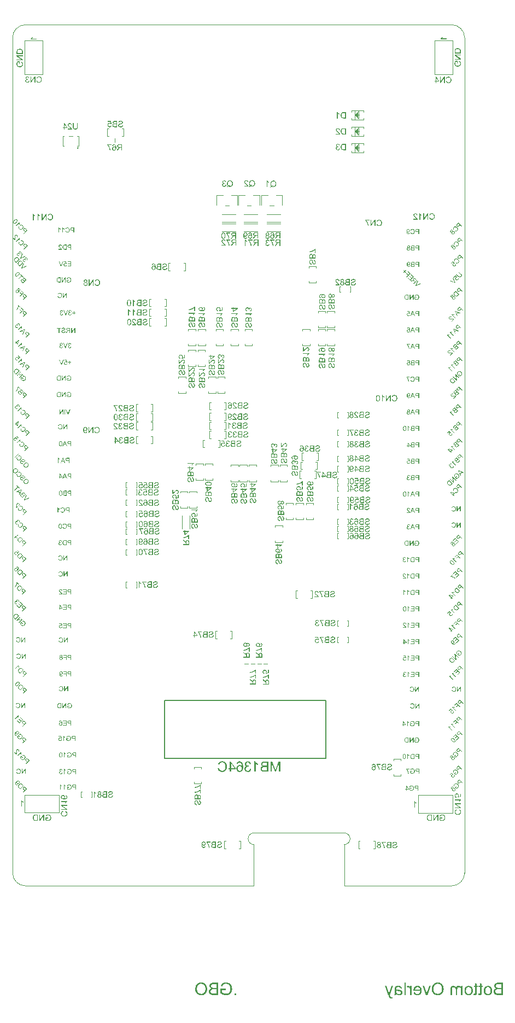
<source format=gbo>
G04 Layer_Color=6759642*
%FSLAX43Y43*%
%MOMM*%
G71*
G01*
G75*
%ADD67C,0.120*%
%ADD74C,0.127*%
%ADD83C,0.100*%
%ADD84C,0.100*%
G36*
X68210Y70681D02*
X68194Y70674D01*
X68176Y70668D01*
X68159Y70662D01*
X68143Y70656D01*
X68129Y70652D01*
X68117Y70648D01*
X68109Y70646D01*
X68107D01*
X68107Y70645D01*
X68084Y70640D01*
X68063Y70636D01*
X68044Y70633D01*
X68028Y70631D01*
X68015Y70629D01*
X68005D01*
X67998Y70628D01*
X67997D01*
X68421Y70203D01*
X68355Y70137D01*
X67809Y70682D01*
X67852Y70725D01*
X67873Y70720D01*
X67895Y70716D01*
X67917Y70714D01*
X67938Y70712D01*
X67957D01*
X67972Y70711D01*
X67977Y70712D01*
X67985D01*
X68015Y70715D01*
X68044Y70719D01*
X68071Y70724D01*
X68095Y70731D01*
X68116Y70736D01*
X68125Y70739D01*
X68132Y70741D01*
X68138Y70743D01*
X68142Y70745D01*
X68145D01*
X68146Y70746D01*
X68210Y70681D01*
D02*
G37*
G36*
X69088Y70870D02*
X68880Y70663D01*
X68861Y70645D01*
X68844Y70629D01*
X68827Y70615D01*
X68813Y70604D01*
X68801Y70596D01*
X68793Y70589D01*
X68786Y70586D01*
X68785Y70584D01*
X68767Y70575D01*
X68753Y70568D01*
X68738Y70562D01*
X68724Y70558D01*
X68714Y70554D01*
X68705Y70552D01*
X68700Y70551D01*
X68698D01*
X68683Y70550D01*
X68666Y70550D01*
X68651Y70553D01*
X68637Y70554D01*
X68625Y70557D01*
X68616Y70560D01*
X68610Y70561D01*
X68607Y70562D01*
X68589Y70569D01*
X68573Y70578D01*
X68558Y70586D01*
X68545Y70596D01*
X68534Y70604D01*
X68526Y70611D01*
X68521Y70615D01*
X68520Y70616D01*
X68519Y70617D01*
X68503Y70635D01*
X68490Y70654D01*
X68482Y70672D01*
X68474Y70689D01*
X68469Y70703D01*
X68467Y70715D01*
X68465Y70723D01*
X68465Y70725D01*
X68463Y70749D01*
X68465Y70771D01*
X68469Y70793D01*
X68474Y70812D01*
X68479Y70828D01*
X68486Y70841D01*
X68487Y70845D01*
X68489Y70849D01*
X68490Y70851D01*
X68490Y70852D01*
X68469Y70846D01*
X68450Y70842D01*
X68432Y70842D01*
X68403D01*
X68392Y70843D01*
X68387Y70844D01*
X68384Y70845D01*
X68366Y70850D01*
X68351Y70856D01*
X68336Y70863D01*
X68323Y70871D01*
X68313Y70878D01*
X68305Y70885D01*
X68301Y70889D01*
X68300Y70890D01*
X68287Y70904D01*
X68276Y70920D01*
X68268Y70936D01*
X68261Y70951D01*
X68256Y70964D01*
X68253Y70974D01*
X68251Y70981D01*
X68250Y70984D01*
X68247Y71004D01*
X68246Y71024D01*
X68247Y71043D01*
X68249Y71060D01*
X68252Y71073D01*
X68255Y71084D01*
X68257Y71091D01*
Y71093D01*
X68258Y71093D01*
X68268Y71114D01*
X68280Y71134D01*
X68293Y71154D01*
X68308Y71171D01*
X68320Y71187D01*
X68326Y71193D01*
X68331Y71199D01*
X68335Y71203D01*
X68338Y71206D01*
X68340Y71209D01*
X68341Y71210D01*
X68545Y71413D01*
X69088Y70870D01*
D02*
G37*
G36*
X68078Y53302D02*
X68093Y53301D01*
X68107Y53298D01*
X68120Y53294D01*
X68145Y53286D01*
X68165Y53275D01*
X68181Y53264D01*
X68189Y53259D01*
X68194Y53255D01*
X68200Y53251D01*
X68203Y53248D01*
X68204Y53246D01*
X68205Y53246D01*
X68218Y53231D01*
X68229Y53215D01*
X68238Y53200D01*
X68244Y53186D01*
X68249Y53175D01*
X68252Y53166D01*
X68253Y53160D01*
X68254Y53158D01*
X68254Y53140D01*
X68254Y53122D01*
X68251Y53104D01*
X68247Y53087D01*
X68243Y53073D01*
X68239Y53063D01*
X68237Y53058D01*
X68236Y53055D01*
Y53053D01*
X68235Y53053D01*
X68258Y53065D01*
X68280Y53073D01*
X68302Y53078D01*
X68321Y53081D01*
X68338Y53082D01*
X68350D01*
X68357Y53081D01*
X68360Y53082D01*
X68360Y53081D01*
X68383Y53075D01*
X68405Y53067D01*
X68424Y53058D01*
X68441Y53047D01*
X68455Y53036D01*
X68462Y53031D01*
X68466Y53027D01*
X68470Y53024D01*
X68473Y53021D01*
X68475Y53020D01*
X68476Y53019D01*
X68488Y53005D01*
X68499Y52991D01*
X68508Y52977D01*
X68517Y52962D01*
X68528Y52935D01*
X68534Y52922D01*
X68537Y52909D01*
X68540Y52896D01*
X68542Y52886D01*
X68543Y52876D01*
X68545Y52868D01*
X68546Y52861D01*
Y52856D01*
Y52853D01*
Y52852D01*
X68545Y52834D01*
X68542Y52816D01*
X68537Y52799D01*
X68532Y52783D01*
X68525Y52768D01*
X68518Y52754D01*
X68502Y52727D01*
X68495Y52715D01*
X68488Y52705D01*
X68481Y52696D01*
X68475Y52688D01*
X68470Y52682D01*
X68466Y52678D01*
X68463Y52675D01*
X68462Y52674D01*
X68447Y52660D01*
X68432Y52648D01*
X68416Y52637D01*
X68401Y52627D01*
X68386Y52620D01*
X68371Y52613D01*
X68357Y52607D01*
X68344Y52603D01*
X68331Y52600D01*
X68320Y52597D01*
X68311Y52595D01*
X68302Y52593D01*
X68295Y52592D01*
X68286D01*
X68268Y52593D01*
X68251Y52594D01*
X68235Y52597D01*
X68219Y52602D01*
X68204Y52606D01*
X68190Y52612D01*
X68167Y52625D01*
X68156Y52631D01*
X68146Y52637D01*
X68138Y52644D01*
X68132Y52648D01*
X68127Y52652D01*
X68123Y52656D01*
X68120Y52659D01*
X68119Y52659D01*
X68102Y52678D01*
X68089Y52698D01*
X68079Y52717D01*
X68071Y52735D01*
X68065Y52750D01*
X68062Y52762D01*
X68061Y52770D01*
Y52772D01*
X68060Y52772D01*
X68058Y52796D01*
X68059Y52819D01*
X68063Y52840D01*
X68067Y52860D01*
X68072Y52876D01*
X68078Y52889D01*
X68079Y52894D01*
X68081Y52897D01*
X68082Y52900D01*
X68083Y52900D01*
X68062Y52892D01*
X68043Y52888D01*
X68026Y52885D01*
X68010Y52883D01*
X67982D01*
X67980Y52884D01*
X67962Y52888D01*
X67946Y52894D01*
X67931Y52901D01*
X67918Y52910D01*
X67908Y52917D01*
X67900Y52923D01*
X67895Y52928D01*
X67894Y52929D01*
X67893Y52929D01*
X67883Y52941D01*
X67874Y52952D01*
X67860Y52977D01*
X67849Y53002D01*
X67842Y53024D01*
X67838Y53044D01*
X67838Y53053D01*
X67836Y53060D01*
Y53067D01*
Y53071D01*
Y53073D01*
Y53075D01*
X67838Y53090D01*
X67839Y53106D01*
X67843Y53121D01*
X67848Y53135D01*
X67860Y53161D01*
X67874Y53184D01*
X67879Y53195D01*
X67886Y53203D01*
X67893Y53211D01*
X67898Y53218D01*
X67902Y53224D01*
X67906Y53228D01*
X67908Y53230D01*
X67909Y53231D01*
X67922Y53243D01*
X67936Y53254D01*
X67962Y53272D01*
X67976Y53279D01*
X67988Y53285D01*
X68001Y53290D01*
X68013Y53294D01*
X68023Y53296D01*
X68033Y53298D01*
X68042Y53301D01*
X68049Y53301D01*
X68054Y53302D01*
X68059D01*
X68061Y53303D01*
X68063D01*
X68078Y53302D01*
D02*
G37*
G36*
X69591Y71373D02*
X69519Y71301D01*
X69298Y71521D01*
X69159Y71382D01*
X69138Y71363D01*
X69117Y71345D01*
X69097Y71330D01*
X69078Y71317D01*
X69060Y71305D01*
X69044Y71297D01*
X69027Y71290D01*
X69012Y71284D01*
X69000Y71279D01*
X68987Y71276D01*
X68977Y71274D01*
X68968Y71273D01*
X68962Y71272D01*
X68953D01*
X68935Y71273D01*
X68919Y71276D01*
X68904Y71279D01*
X68888Y71284D01*
X68873Y71290D01*
X68861Y71296D01*
X68837Y71309D01*
X68827Y71316D01*
X68818Y71322D01*
X68810Y71328D01*
X68804Y71333D01*
X68797Y71338D01*
X68794Y71341D01*
X68792Y71343D01*
X68791Y71344D01*
X68777Y71360D01*
X68764Y71375D01*
X68755Y71391D01*
X68746Y71404D01*
X68740Y71417D01*
X68736Y71427D01*
X68734Y71433D01*
X68733Y71435D01*
X68727Y71453D01*
X68725Y71471D01*
X68723Y71487D01*
Y71502D01*
X68724Y71513D01*
Y71523D01*
X68724Y71528D01*
X68725Y71531D01*
X68729Y71547D01*
X68735Y71564D01*
X68742Y71580D01*
X68748Y71594D01*
X68755Y71606D01*
X68760Y71615D01*
X68764Y71622D01*
X68765Y71622D01*
X68766Y71623D01*
X68776Y71637D01*
X68788Y71651D01*
X68801Y71666D01*
X68814Y71681D01*
X68825Y71693D01*
X68830Y71699D01*
X68835Y71703D01*
X68838Y71706D01*
X68841Y71710D01*
X68843Y71711D01*
X68844Y71712D01*
X69048Y71916D01*
X69591Y71373D01*
D02*
G37*
G36*
X68413Y32886D02*
X68397Y32879D01*
X68380Y32873D01*
X68362Y32867D01*
X68346Y32861D01*
X68332Y32856D01*
X68320Y32852D01*
X68312Y32851D01*
X68311D01*
X68310Y32850D01*
X68287Y32845D01*
X68266Y32841D01*
X68247Y32838D01*
X68231Y32836D01*
X68218Y32834D01*
X68209D01*
X68201Y32833D01*
X68200D01*
X68625Y32408D01*
X68558Y32341D01*
X68012Y32887D01*
X68055Y32930D01*
X68077Y32925D01*
X68098Y32921D01*
X68121Y32918D01*
X68141Y32917D01*
X68160D01*
X68175Y32916D01*
X68180Y32917D01*
X68188D01*
X68218Y32920D01*
X68247Y32924D01*
X68274Y32929D01*
X68298Y32936D01*
X68319Y32941D01*
X68328Y32943D01*
X68335Y32946D01*
X68341Y32947D01*
X68345Y32950D01*
X68348D01*
X68349Y32951D01*
X68413Y32886D01*
D02*
G37*
G36*
X69287Y33071D02*
X68881Y32665D01*
X68817Y32729D01*
X69150Y33063D01*
X68966Y33247D01*
X68665Y32947D01*
X68601Y33011D01*
X68902Y33312D01*
X68736Y33477D01*
X68415Y33156D01*
X68351Y33221D01*
X68744Y33614D01*
X69287Y33071D01*
D02*
G37*
G36*
X67915Y70210D02*
X67861Y70139D01*
X67847Y70142D01*
X67833D01*
X67819Y70143D01*
X67808Y70142D01*
X67797Y70140D01*
X67789Y70139D01*
X67784Y70137D01*
X67782D01*
X67768Y70132D01*
X67753Y70126D01*
X67742Y70119D01*
X67730Y70112D01*
X67721Y70105D01*
X67714Y70099D01*
X67710Y70095D01*
X67709Y70094D01*
X67699Y70084D01*
X67691Y70073D01*
X67679Y70053D01*
X67670Y70033D01*
X67663Y70015D01*
X67660Y69999D01*
X67658Y69987D01*
Y69979D01*
X67658Y69977D01*
X67658Y69976D01*
X67661Y69951D01*
X67667Y69929D01*
X67676Y69909D01*
X67687Y69890D01*
X67698Y69875D01*
X67702Y69869D01*
X67707Y69864D01*
X67710Y69860D01*
X67713Y69856D01*
X67715Y69855D01*
X67716Y69854D01*
X67727Y69843D01*
X67739Y69835D01*
X67762Y69819D01*
X67784Y69808D01*
X67803Y69800D01*
X67820Y69795D01*
X67834Y69792D01*
X67839D01*
X67843Y69791D01*
X67859D01*
X67870Y69792D01*
X67894Y69797D01*
X67914Y69804D01*
X67931Y69813D01*
X67945Y69821D01*
X67955Y69830D01*
X67959Y69832D01*
X67961Y69835D01*
X67963Y69836D01*
X67964Y69837D01*
X67978Y69853D01*
X67988Y69869D01*
X67996Y69885D01*
X68001Y69899D01*
X68005Y69912D01*
X68007Y69922D01*
Y69929D01*
X68008Y69931D01*
X68006Y69951D01*
X68002Y69971D01*
X67995Y69991D01*
X67988Y70007D01*
X67979Y70022D01*
X67973Y70033D01*
X67970Y70038D01*
X67968Y70041D01*
X67967Y70043D01*
X67966Y70043D01*
X68041Y70108D01*
X68052Y70094D01*
X68062Y70079D01*
X68077Y70050D01*
X68087Y70023D01*
X68091Y70010D01*
X68093Y69998D01*
X68096Y69987D01*
X68098Y69976D01*
X68099Y69967D01*
Y69959D01*
Y69953D01*
X68100Y69948D01*
X68100Y69946D01*
Y69944D01*
X68097Y69928D01*
X68094Y69912D01*
X68089Y69897D01*
X68084Y69882D01*
X68071Y69855D01*
X68056Y69831D01*
X68050Y69820D01*
X68042Y69810D01*
X68036Y69802D01*
X68030Y69795D01*
X68026Y69789D01*
X68022Y69785D01*
X68019Y69783D01*
X68019Y69782D01*
X68001Y69766D01*
X67983Y69753D01*
X67965Y69741D01*
X67948Y69732D01*
X67930Y69725D01*
X67913Y69718D01*
X67896Y69713D01*
X67881Y69710D01*
X67866Y69707D01*
X67852Y69705D01*
X67840D01*
X67830Y69704D01*
X67815D01*
X67811Y69705D01*
X67810D01*
X67792Y69707D01*
X67775Y69712D01*
X67758Y69716D01*
X67742Y69722D01*
X67713Y69736D01*
X67688Y69751D01*
X67678Y69758D01*
X67668Y69765D01*
X67660Y69772D01*
X67653Y69777D01*
X67647Y69782D01*
X67643Y69786D01*
X67640Y69788D01*
X67640Y69789D01*
X67626Y69804D01*
X67614Y69819D01*
X67604Y69835D01*
X67595Y69849D01*
X67588Y69864D01*
X67581Y69879D01*
X67576Y69893D01*
X67571Y69906D01*
X67568Y69919D01*
X67566Y69930D01*
X67564Y69940D01*
X67563Y69949D01*
X67562Y69956D01*
Y69961D01*
Y69964D01*
Y69966D01*
X67563Y69984D01*
X67564Y70001D01*
X67568Y70017D01*
X67573Y70033D01*
X67578Y70049D01*
X67584Y70063D01*
X67597Y70087D01*
X67604Y70098D01*
X67610Y70108D01*
X67616Y70116D01*
X67622Y70123D01*
X67625Y70128D01*
X67629Y70132D01*
X67632Y70134D01*
X67633Y70135D01*
X67643Y70145D01*
X67654Y70153D01*
X67676Y70168D01*
X67699Y70180D01*
X67721Y70189D01*
X67740Y70196D01*
X67749Y70198D01*
X67756Y70200D01*
X67762Y70202D01*
X67766Y70203D01*
X67768Y70203D01*
X67770D01*
X67594Y70321D01*
X67377Y70104D01*
X67313Y70167D01*
X67583Y70437D01*
X67915Y70210D01*
D02*
G37*
G36*
X69794Y33578D02*
X69722Y33505D01*
X69501Y33726D01*
X69362Y33587D01*
X69341Y33567D01*
X69320Y33549D01*
X69300Y33535D01*
X69281Y33522D01*
X69263Y33510D01*
X69247Y33502D01*
X69230Y33494D01*
X69216Y33489D01*
X69203Y33484D01*
X69190Y33481D01*
X69180Y33479D01*
X69172Y33478D01*
X69165Y33476D01*
X69156D01*
X69139Y33478D01*
X69122Y33480D01*
X69107Y33484D01*
X69092Y33489D01*
X69077Y33494D01*
X69064Y33501D01*
X69041Y33513D01*
X69030Y33520D01*
X69021Y33527D01*
X69013Y33533D01*
X69007Y33538D01*
X69000Y33542D01*
X68997Y33545D01*
X68995Y33548D01*
X68994Y33549D01*
X68980Y33564D01*
X68968Y33580D01*
X68958Y33596D01*
X68949Y33609D01*
X68943Y33622D01*
X68939Y33632D01*
X68937Y33637D01*
X68936Y33640D01*
X68931Y33658D01*
X68928Y33676D01*
X68926Y33692D01*
Y33706D01*
X68927Y33718D01*
Y33728D01*
X68927Y33733D01*
X68928Y33735D01*
X68932Y33752D01*
X68938Y33769D01*
X68945Y33785D01*
X68951Y33799D01*
X68958Y33811D01*
X68964Y33819D01*
X68968Y33826D01*
X68968Y33827D01*
X68969Y33828D01*
X68979Y33841D01*
X68991Y33856D01*
X69004Y33871D01*
X69017Y33885D01*
X69028Y33898D01*
X69033Y33903D01*
X69038Y33908D01*
X69041Y33911D01*
X69044Y33914D01*
X69046Y33916D01*
X69047Y33917D01*
X69251Y34121D01*
X69794Y33578D01*
D02*
G37*
G36*
X69109Y53340D02*
X68703Y52934D01*
X68639Y52998D01*
X68973Y53332D01*
X68788Y53516D01*
X68488Y53216D01*
X68423Y53280D01*
X68724Y53581D01*
X68558Y53746D01*
X68237Y53425D01*
X68173Y53490D01*
X68566Y53883D01*
X69109Y53340D01*
D02*
G37*
G36*
X68206Y48198D02*
X67939Y47932D01*
X67981Y47928D01*
X68023Y47922D01*
X68063Y47914D01*
X68100Y47906D01*
X68117Y47902D01*
X68132Y47898D01*
X68146Y47895D01*
X68157Y47892D01*
X68166Y47889D01*
X68173Y47887D01*
X68177Y47886D01*
X68179D01*
X68226Y47870D01*
X68271Y47853D01*
X68313Y47835D01*
X68331Y47826D01*
X68349Y47817D01*
X68366Y47810D01*
X68380Y47802D01*
X68392Y47796D01*
X68403Y47791D01*
X68412Y47786D01*
X68418Y47783D01*
X68422Y47780D01*
X68423Y47780D01*
X68463Y47755D01*
X68482Y47743D01*
X68498Y47731D01*
X68514Y47720D01*
X68530Y47709D01*
X68542Y47700D01*
X68555Y47690D01*
X68565Y47682D01*
X68574Y47674D01*
X68583Y47667D01*
X68589Y47660D01*
X68595Y47656D01*
X68598Y47653D01*
X68600Y47651D01*
X68601Y47650D01*
X68533Y47582D01*
X68501Y47609D01*
X68469Y47633D01*
X68440Y47654D01*
X68426Y47664D01*
X68413Y47672D01*
X68402Y47680D01*
X68391Y47686D01*
X68381Y47693D01*
X68374Y47697D01*
X68367Y47700D01*
X68363Y47704D01*
X68359Y47705D01*
X68359Y47706D01*
X68311Y47730D01*
X68264Y47751D01*
X68242Y47762D01*
X68220Y47771D01*
X68199Y47778D01*
X68178Y47786D01*
X68160Y47793D01*
X68144Y47799D01*
X68129Y47803D01*
X68117Y47808D01*
X68106Y47811D01*
X68099Y47813D01*
X68094Y47815D01*
X68093D01*
X68067Y47822D01*
X68041Y47829D01*
X68016Y47835D01*
X67993Y47839D01*
X67972Y47843D01*
X67950Y47847D01*
X67931Y47850D01*
X67914Y47852D01*
X67898Y47854D01*
X67884Y47856D01*
X67871D01*
X67861Y47857D01*
X67853Y47858D01*
X67842D01*
X67790Y47911D01*
X68141Y48262D01*
X68206Y48198D01*
D02*
G37*
G36*
X69870Y51332D02*
X69798Y51260D01*
X69577Y51481D01*
X69439Y51342D01*
X69417Y51322D01*
X69396Y51304D01*
X69377Y51289D01*
X69358Y51277D01*
X69340Y51265D01*
X69323Y51256D01*
X69307Y51249D01*
X69292Y51244D01*
X69279Y51239D01*
X69267Y51236D01*
X69256Y51233D01*
X69248Y51233D01*
X69242Y51231D01*
X69232D01*
X69215Y51233D01*
X69198Y51235D01*
X69183Y51239D01*
X69168Y51244D01*
X69153Y51249D01*
X69140Y51255D01*
X69117Y51268D01*
X69107Y51275D01*
X69097Y51281D01*
X69089Y51288D01*
X69083Y51292D01*
X69077Y51297D01*
X69074Y51300D01*
X69071Y51302D01*
X69070Y51303D01*
X69056Y51319D01*
X69044Y51335D01*
X69034Y51350D01*
X69026Y51364D01*
X69019Y51376D01*
X69015Y51386D01*
X69013Y51392D01*
X69012Y51394D01*
X69007Y51412D01*
X69004Y51430D01*
X69002Y51447D01*
Y51461D01*
X69003Y51473D01*
Y51482D01*
X69004Y51488D01*
X69004Y51490D01*
X69008Y51507D01*
X69015Y51524D01*
X69021Y51539D01*
X69027Y51554D01*
X69034Y51565D01*
X69040Y51574D01*
X69044Y51581D01*
X69045Y51582D01*
X69045Y51583D01*
X69055Y51596D01*
X69067Y51611D01*
X69081Y51626D01*
X69093Y51640D01*
X69104Y51653D01*
X69110Y51658D01*
X69114Y51663D01*
X69118Y51666D01*
X69121Y51669D01*
X69122Y51671D01*
X69123Y51671D01*
X69327Y51875D01*
X69870Y51332D01*
D02*
G37*
G36*
X69667Y48716D02*
X69595Y48644D01*
X69374Y48864D01*
X69235Y48725D01*
X69214Y48706D01*
X69193Y48688D01*
X69173Y48673D01*
X69154Y48660D01*
X69136Y48649D01*
X69120Y48640D01*
X69103Y48633D01*
X69089Y48627D01*
X69076Y48623D01*
X69063Y48620D01*
X69053Y48617D01*
X69045Y48616D01*
X69038Y48615D01*
X69029D01*
X69012Y48616D01*
X68995Y48619D01*
X68980Y48623D01*
X68965Y48627D01*
X68950Y48633D01*
X68937Y48639D01*
X68914Y48652D01*
X68903Y48659D01*
X68894Y48665D01*
X68886Y48671D01*
X68880Y48676D01*
X68873Y48681D01*
X68870Y48684D01*
X68868Y48686D01*
X68867Y48687D01*
X68853Y48703D01*
X68841Y48718D01*
X68831Y48734D01*
X68822Y48747D01*
X68816Y48760D01*
X68812Y48770D01*
X68810Y48776D01*
X68809Y48778D01*
X68804Y48796D01*
X68801Y48814D01*
X68799Y48831D01*
Y48845D01*
X68800Y48857D01*
Y48866D01*
X68800Y48871D01*
X68801Y48874D01*
X68805Y48890D01*
X68811Y48908D01*
X68818Y48923D01*
X68824Y48937D01*
X68831Y48949D01*
X68837Y48958D01*
X68841Y48965D01*
X68841Y48966D01*
X68842Y48966D01*
X68852Y48980D01*
X68864Y48995D01*
X68877Y49010D01*
X68890Y49024D01*
X68901Y49036D01*
X68906Y49042D01*
X68911Y49047D01*
X68914Y49050D01*
X68917Y49053D01*
X68919Y49054D01*
X68920Y49055D01*
X69124Y49259D01*
X69667Y48716D01*
D02*
G37*
G36*
X69160Y48209D02*
X68754Y47803D01*
X68690Y47868D01*
X69023Y48201D01*
X68839Y48386D01*
X68538Y48085D01*
X68474Y48149D01*
X68775Y48450D01*
X68609Y48616D01*
X68288Y48295D01*
X68224Y48359D01*
X68617Y48752D01*
X69160Y48209D01*
D02*
G37*
G36*
X67967Y50401D02*
X67992Y50396D01*
X68014Y50390D01*
X68034Y50383D01*
X68042Y50380D01*
X68049Y50376D01*
X68055Y50374D01*
X68060Y50372D01*
X68062Y50372D01*
X68063Y50371D01*
X68078Y50362D01*
X68092Y50354D01*
X68123Y50332D01*
X68153Y50310D01*
X68180Y50288D01*
X68192Y50277D01*
X68203Y50268D01*
X68213Y50259D01*
X68222Y50251D01*
X68228Y50244D01*
X68234Y50239D01*
X68237Y50236D01*
X68238Y50235D01*
X68264Y50207D01*
X68289Y50179D01*
X68310Y50153D01*
X68328Y50127D01*
X68344Y50103D01*
X68358Y50080D01*
X68370Y50059D01*
X68379Y50040D01*
X68387Y50023D01*
X68392Y50007D01*
X68398Y49993D01*
X68401Y49982D01*
X68403Y49972D01*
X68405Y49966D01*
X68406Y49962D01*
Y49960D01*
X68406Y49942D01*
X68406Y49924D01*
X68403Y49906D01*
X68399Y49890D01*
X68395Y49874D01*
X68389Y49859D01*
X68382Y49846D01*
X68376Y49833D01*
X68369Y49821D01*
X68362Y49811D01*
X68355Y49802D01*
X68350Y49795D01*
X68345Y49788D01*
X68340Y49784D01*
X68338Y49781D01*
X68337Y49781D01*
X68315Y49761D01*
X68292Y49744D01*
X68270Y49733D01*
X68250Y49725D01*
X68233Y49719D01*
X68226Y49718D01*
X68220Y49716D01*
X68215Y49715D01*
X68211Y49714D01*
X68209Y49715D01*
X68208Y49714D01*
X68180Y49713D01*
X68154Y49715D01*
X68129Y49721D01*
X68107Y49727D01*
X68087Y49734D01*
X68078Y49737D01*
X68071Y49741D01*
X68066Y49743D01*
X68061Y49744D01*
X68059Y49745D01*
X68058Y49746D01*
X68042Y49754D01*
X68027Y49763D01*
X67997Y49783D01*
X67968Y49805D01*
X67940Y49828D01*
X67928Y49838D01*
X67917Y49847D01*
X67908Y49857D01*
X67899Y49865D01*
X67892Y49871D01*
X67887Y49876D01*
X67884Y49879D01*
X67883Y49880D01*
X67868Y49895D01*
X67855Y49910D01*
X67842Y49923D01*
X67830Y49936D01*
X67821Y49949D01*
X67811Y49960D01*
X67802Y49971D01*
X67795Y49981D01*
X67788Y49989D01*
X67782Y49998D01*
X67778Y50004D01*
X67774Y50010D01*
X67771Y50014D01*
X67769Y50018D01*
X67768Y50020D01*
X67768Y50021D01*
X67755Y50043D01*
X67745Y50064D01*
X67738Y50084D01*
X67731Y50100D01*
X67726Y50116D01*
X67722Y50126D01*
X67721Y50133D01*
X67720Y50135D01*
X67717Y50156D01*
X67716Y50175D01*
X67716Y50193D01*
X67717Y50209D01*
X67720Y50222D01*
X67722Y50233D01*
X67724Y50239D01*
Y50241D01*
X67724Y50241D01*
X67731Y50260D01*
X67740Y50277D01*
X67749Y50293D01*
X67759Y50307D01*
X67768Y50319D01*
X67775Y50328D01*
X67779Y50332D01*
X67781Y50334D01*
X67782Y50335D01*
X67782Y50335D01*
X67805Y50355D01*
X67828Y50372D01*
X67850Y50383D01*
X67870Y50391D01*
X67888Y50397D01*
X67895Y50399D01*
X67902Y50400D01*
X67906Y50401D01*
X67910Y50402D01*
X67913Y50401D01*
X67914Y50402D01*
X67940Y50404D01*
X67967Y50401D01*
D02*
G37*
G36*
X69616Y53847D02*
X69544Y53775D01*
X69323Y53995D01*
X69185Y53856D01*
X69163Y53837D01*
X69142Y53819D01*
X69123Y53804D01*
X69104Y53791D01*
X69086Y53779D01*
X69069Y53771D01*
X69053Y53764D01*
X69038Y53758D01*
X69025Y53753D01*
X69013Y53750D01*
X69002Y53748D01*
X68994Y53747D01*
X68988Y53746D01*
X68978D01*
X68961Y53747D01*
X68944Y53750D01*
X68929Y53753D01*
X68914Y53758D01*
X68899Y53764D01*
X68886Y53770D01*
X68863Y53783D01*
X68853Y53790D01*
X68843Y53796D01*
X68835Y53802D01*
X68829Y53807D01*
X68823Y53812D01*
X68820Y53815D01*
X68817Y53817D01*
X68816Y53818D01*
X68802Y53834D01*
X68790Y53849D01*
X68780Y53865D01*
X68772Y53878D01*
X68765Y53891D01*
X68761Y53901D01*
X68759Y53907D01*
X68758Y53909D01*
X68753Y53927D01*
X68750Y53945D01*
X68748Y53961D01*
Y53976D01*
X68749Y53987D01*
Y53997D01*
X68750Y54002D01*
X68750Y54005D01*
X68754Y54021D01*
X68761Y54038D01*
X68767Y54054D01*
X68773Y54068D01*
X68780Y54080D01*
X68786Y54089D01*
X68790Y54096D01*
X68791Y54096D01*
X68791Y54097D01*
X68801Y54111D01*
X68813Y54125D01*
X68827Y54140D01*
X68839Y54155D01*
X68850Y54167D01*
X68856Y54173D01*
X68860Y54177D01*
X68864Y54180D01*
X68867Y54184D01*
X68868Y54185D01*
X68869Y54186D01*
X69073Y54390D01*
X69616Y53847D01*
D02*
G37*
G36*
X69361Y50823D02*
X69289Y50751D01*
X69042Y50997D01*
X68787Y50742D01*
X68723Y50806D01*
X68978Y51061D01*
X68810Y51229D01*
X68515Y50934D01*
X68450Y50999D01*
X68818Y51366D01*
X69361Y50823D01*
D02*
G37*
G36*
X68532Y50683D02*
X68516Y50676D01*
X68498Y50670D01*
X68481Y50664D01*
X68464Y50658D01*
X68450Y50653D01*
X68439Y50649D01*
X68431Y50648D01*
X68429D01*
X68428Y50647D01*
X68406Y50642D01*
X68384Y50638D01*
X68366Y50635D01*
X68350Y50633D01*
X68337Y50631D01*
X68327D01*
X68320Y50630D01*
X68318D01*
X68743Y50205D01*
X68676Y50138D01*
X68131Y50684D01*
X68174Y50727D01*
X68195Y50722D01*
X68216Y50718D01*
X68239Y50715D01*
X68260Y50714D01*
X68278D01*
X68293Y50713D01*
X68299Y50714D01*
X68307D01*
X68337Y50717D01*
X68366Y50721D01*
X68392Y50726D01*
X68417Y50733D01*
X68438Y50738D01*
X68446Y50740D01*
X68453Y50743D01*
X68460Y50744D01*
X68464Y50747D01*
X68467D01*
X68468Y50748D01*
X68532Y50683D01*
D02*
G37*
G36*
X69743Y15975D02*
X69671Y15903D01*
X69450Y16124D01*
X69312Y15985D01*
X69290Y15965D01*
X69269Y15947D01*
X69250Y15932D01*
X69231Y15920D01*
X69213Y15908D01*
X69196Y15899D01*
X69180Y15892D01*
X69165Y15887D01*
X69152Y15882D01*
X69140Y15879D01*
X69129Y15877D01*
X69121Y15876D01*
X69115Y15874D01*
X69105D01*
X69088Y15876D01*
X69071Y15878D01*
X69056Y15882D01*
X69041Y15887D01*
X69026Y15892D01*
X69013Y15899D01*
X68990Y15911D01*
X68980Y15918D01*
X68970Y15924D01*
X68962Y15931D01*
X68956Y15935D01*
X68950Y15940D01*
X68947Y15943D01*
X68944Y15946D01*
X68943Y15946D01*
X68929Y15962D01*
X68917Y15978D01*
X68907Y15994D01*
X68899Y16007D01*
X68892Y16019D01*
X68888Y16030D01*
X68886Y16035D01*
X68885Y16037D01*
X68880Y16056D01*
X68877Y16074D01*
X68875Y16090D01*
Y16104D01*
X68876Y16116D01*
Y16125D01*
X68877Y16131D01*
X68877Y16133D01*
X68881Y16150D01*
X68888Y16167D01*
X68894Y16183D01*
X68900Y16197D01*
X68907Y16209D01*
X68913Y16217D01*
X68917Y16224D01*
X68918Y16225D01*
X68918Y16226D01*
X68928Y16239D01*
X68940Y16254D01*
X68954Y16269D01*
X68966Y16283D01*
X68977Y16296D01*
X68983Y16301D01*
X68987Y16306D01*
X68991Y16309D01*
X68994Y16312D01*
X68995Y16314D01*
X68996Y16315D01*
X69200Y16519D01*
X69743Y15975D01*
D02*
G37*
G36*
X68744Y15885D02*
X68770Y15881D01*
X68780Y15879D01*
X68790Y15876D01*
X68797Y15874D01*
X68802Y15873D01*
X68805Y15871D01*
X68807D01*
X68844Y15856D01*
X68877Y15838D01*
X68909Y15819D01*
X68922Y15809D01*
X68936Y15800D01*
X68947Y15791D01*
X68957Y15784D01*
X68966Y15776D01*
X68973Y15769D01*
X68980Y15764D01*
X68983Y15760D01*
X68987Y15757D01*
X68987Y15756D01*
X69015Y15726D01*
X69038Y15694D01*
X69049Y15680D01*
X69058Y15665D01*
X69067Y15651D01*
X69074Y15637D01*
X69080Y15625D01*
X69085Y15614D01*
X69090Y15603D01*
X69093Y15596D01*
X69096Y15588D01*
X69098Y15583D01*
X69099Y15579D01*
X69100Y15578D01*
X69108Y15541D01*
X69112Y15506D01*
X69113Y15472D01*
X69111Y15443D01*
X69107Y15417D01*
X69106Y15407D01*
X69104Y15398D01*
X69102Y15391D01*
X69101Y15385D01*
X69100Y15382D01*
Y15381D01*
X69093Y15362D01*
X69085Y15344D01*
X69069Y15311D01*
X69050Y15281D01*
X69032Y15253D01*
X69023Y15242D01*
X69015Y15231D01*
X69007Y15222D01*
X69000Y15215D01*
X68995Y15209D01*
X68991Y15205D01*
X68988Y15202D01*
X68987Y15201D01*
X68965Y15180D01*
X68941Y15161D01*
X68918Y15145D01*
X68896Y15132D01*
X68888Y15126D01*
X68879Y15121D01*
X68870Y15117D01*
X68863Y15113D01*
X68858Y15111D01*
X68854Y15108D01*
X68852Y15107D01*
X68851Y15107D01*
X68821Y15094D01*
X68791Y15085D01*
X68761Y15077D01*
X68735Y15071D01*
X68723Y15068D01*
X68711Y15066D01*
X68702Y15064D01*
X68694Y15063D01*
X68687Y15062D01*
X68681Y15061D01*
X68679Y15060D01*
X68677D01*
X68476Y15262D01*
X68706Y15493D01*
X68771Y15428D01*
X68611Y15268D01*
X68713Y15166D01*
X68730Y15168D01*
X68748Y15172D01*
X68766Y15177D01*
X68783Y15183D01*
X68797Y15187D01*
X68809Y15192D01*
X68814Y15194D01*
X68816Y15195D01*
X68819Y15195D01*
X68819Y15196D01*
X68841Y15207D01*
X68863Y15219D01*
X68881Y15231D01*
X68896Y15243D01*
X68910Y15253D01*
X68914Y15258D01*
X68920Y15262D01*
X68923Y15265D01*
X68925Y15268D01*
X68927Y15269D01*
X68928Y15270D01*
X68947Y15290D01*
X68962Y15312D01*
X68976Y15333D01*
X68987Y15353D01*
X68995Y15370D01*
X68999Y15377D01*
X69002Y15383D01*
X69004Y15388D01*
X69005Y15392D01*
X69005Y15395D01*
X69006Y15395D01*
X69012Y15422D01*
X69016Y15448D01*
X69017Y15472D01*
X69016Y15494D01*
X69013Y15514D01*
X69010Y15528D01*
X69009Y15534D01*
X69008Y15537D01*
Y15540D01*
X69007Y15541D01*
X68995Y15568D01*
X68981Y15595D01*
X68965Y15619D01*
X68948Y15642D01*
X68940Y15651D01*
X68933Y15660D01*
X68926Y15669D01*
X68920Y15675D01*
X68916Y15680D01*
X68912Y15684D01*
X68910Y15687D01*
X68909Y15687D01*
X68886Y15709D01*
X68864Y15726D01*
X68842Y15742D01*
X68822Y15754D01*
X68813Y15760D01*
X68804Y15764D01*
X68797Y15767D01*
X68791Y15771D01*
X68786Y15773D01*
X68783Y15775D01*
X68780Y15775D01*
X68779Y15776D01*
X68763Y15782D01*
X68747Y15786D01*
X68732Y15790D01*
X68719Y15793D01*
X68708Y15794D01*
X68699Y15796D01*
X68673D01*
X68656Y15794D01*
X68640Y15790D01*
X68624Y15787D01*
X68612Y15783D01*
X68602Y15781D01*
X68596Y15778D01*
X68593Y15777D01*
X68574Y15768D01*
X68556Y15758D01*
X68538Y15745D01*
X68523Y15735D01*
X68510Y15724D01*
X68505Y15719D01*
X68501Y15716D01*
X68497Y15712D01*
X68494Y15709D01*
X68493Y15708D01*
X68492Y15707D01*
X68478Y15691D01*
X68465Y15676D01*
X68455Y15661D01*
X68447Y15647D01*
X68440Y15635D01*
X68436Y15625D01*
X68433Y15620D01*
X68432Y15618D01*
X68426Y15600D01*
X68422Y15584D01*
X68419Y15568D01*
X68418Y15555D01*
Y15544D01*
X68418Y15535D01*
X68418Y15530D01*
Y15528D01*
X68421Y15512D01*
X68426Y15495D01*
X68431Y15479D01*
X68437Y15464D01*
X68443Y15451D01*
X68448Y15442D01*
X68451Y15438D01*
X68452Y15435D01*
Y15433D01*
X68453Y15432D01*
X68370Y15384D01*
X68356Y15410D01*
X68346Y15434D01*
X68337Y15457D01*
X68331Y15476D01*
X68327Y15492D01*
X68325Y15504D01*
X68323Y15512D01*
Y15515D01*
X68322Y15538D01*
X68323Y15560D01*
X68326Y15582D01*
X68330Y15602D01*
X68336Y15618D01*
X68340Y15632D01*
X68341Y15636D01*
X68343Y15640D01*
X68344Y15642D01*
X68345Y15643D01*
X68356Y15667D01*
X68370Y15691D01*
X68384Y15712D01*
X68398Y15731D01*
X68411Y15747D01*
X68418Y15753D01*
X68421Y15759D01*
X68426Y15764D01*
X68429Y15767D01*
X68431Y15768D01*
X68432Y15769D01*
X68447Y15784D01*
X68462Y15797D01*
X68494Y15820D01*
X68509Y15830D01*
X68524Y15839D01*
X68537Y15848D01*
X68550Y15855D01*
X68563Y15861D01*
X68574Y15866D01*
X68584Y15870D01*
X68593Y15873D01*
X68600Y15876D01*
X68604Y15877D01*
X68607Y15879D01*
X68609D01*
X68627Y15883D01*
X68645Y15887D01*
X68680Y15889D01*
X68713D01*
X68744Y15885D01*
D02*
G37*
G36*
X69161Y43003D02*
X68965Y42807D01*
X68946Y42790D01*
X68929Y42774D01*
X68913Y42761D01*
X68899Y42750D01*
X68886Y42741D01*
X68877Y42734D01*
X68874Y42732D01*
X68871Y42730D01*
X68870Y42730D01*
X68870Y42729D01*
X68852Y42719D01*
X68834Y42711D01*
X68819Y42704D01*
X68805Y42699D01*
X68793Y42695D01*
X68785Y42693D01*
X68779Y42692D01*
X68777Y42691D01*
X68760Y42688D01*
X68742D01*
X68726Y42687D01*
X68711Y42688D01*
X68698Y42689D01*
X68687Y42690D01*
X68680Y42690D01*
X68678Y42691D01*
X68658Y42696D01*
X68636Y42701D01*
X68618Y42708D01*
X68600Y42716D01*
X68585Y42722D01*
X68573Y42727D01*
X68569Y42730D01*
X68566Y42731D01*
X68563Y42732D01*
X68563Y42733D01*
X68539Y42747D01*
X68516Y42762D01*
X68496Y42778D01*
X68476Y42792D01*
X68461Y42807D01*
X68454Y42813D01*
X68448Y42818D01*
X68444Y42822D01*
X68440Y42825D01*
X68439Y42827D01*
X68438Y42828D01*
X68412Y42855D01*
X68390Y42882D01*
X68372Y42908D01*
X68363Y42920D01*
X68357Y42931D01*
X68351Y42942D01*
X68345Y42950D01*
X68341Y42958D01*
X68337Y42966D01*
X68334Y42971D01*
X68332Y42976D01*
X68331Y42978D01*
X68330Y42979D01*
X68319Y43008D01*
X68311Y43037D01*
X68306Y43063D01*
X68303Y43087D01*
X68301Y43107D01*
Y43123D01*
X68302Y43128D01*
Y43133D01*
Y43135D01*
Y43136D01*
X68304Y43159D01*
X68310Y43180D01*
X68316Y43201D01*
X68323Y43219D01*
X68330Y43234D01*
X68337Y43245D01*
X68338Y43249D01*
X68341Y43252D01*
X68341Y43254D01*
X68342Y43255D01*
X68353Y43270D01*
X68366Y43289D01*
X68381Y43306D01*
X68396Y43322D01*
X68409Y43337D01*
X68415Y43343D01*
X68421Y43349D01*
X68425Y43353D01*
X68428Y43356D01*
X68430Y43358D01*
X68431Y43359D01*
X68618Y43546D01*
X69161Y43003D01*
D02*
G37*
G36*
X67950Y42305D02*
X67896Y42234D01*
X67881Y42237D01*
X67867D01*
X67854Y42238D01*
X67842Y42237D01*
X67832Y42234D01*
X67823Y42234D01*
X67819Y42232D01*
X67817D01*
X67802Y42227D01*
X67788Y42220D01*
X67776Y42213D01*
X67764Y42206D01*
X67756Y42199D01*
X67749Y42194D01*
X67745Y42190D01*
X67743Y42188D01*
X67734Y42179D01*
X67726Y42168D01*
X67713Y42147D01*
X67705Y42128D01*
X67698Y42110D01*
X67695Y42094D01*
X67693Y42081D01*
Y42074D01*
X67692Y42071D01*
X67693Y42070D01*
X67695Y42046D01*
X67702Y42024D01*
X67711Y42004D01*
X67722Y41985D01*
X67732Y41970D01*
X67737Y41964D01*
X67742Y41959D01*
X67745Y41954D01*
X67748Y41951D01*
X67750Y41950D01*
X67750Y41949D01*
X67761Y41938D01*
X67773Y41929D01*
X67797Y41913D01*
X67819Y41902D01*
X67837Y41895D01*
X67855Y41890D01*
X67869Y41887D01*
X67874D01*
X67877Y41886D01*
X67893D01*
X67905Y41887D01*
X67928Y41891D01*
X67948Y41899D01*
X67965Y41908D01*
X67980Y41916D01*
X67990Y41924D01*
X67994Y41927D01*
X67996Y41929D01*
X67998Y41931D01*
X67998Y41931D01*
X68012Y41947D01*
X68023Y41964D01*
X68031Y41979D01*
X68035Y41993D01*
X68039Y42007D01*
X68042Y42017D01*
Y42023D01*
X68042Y42026D01*
X68041Y42046D01*
X68037Y42066D01*
X68030Y42085D01*
X68023Y42102D01*
X68014Y42117D01*
X68008Y42128D01*
X68005Y42132D01*
X68003Y42136D01*
X68002Y42137D01*
X68001Y42138D01*
X68076Y42202D01*
X68087Y42188D01*
X68096Y42174D01*
X68111Y42145D01*
X68122Y42117D01*
X68126Y42104D01*
X68128Y42092D01*
X68131Y42081D01*
X68133Y42070D01*
X68133Y42062D01*
Y42054D01*
Y42048D01*
X68135Y42043D01*
X68134Y42041D01*
Y42039D01*
X68132Y42023D01*
X68129Y42007D01*
X68124Y41991D01*
X68118Y41976D01*
X68106Y41950D01*
X68091Y41925D01*
X68085Y41914D01*
X68077Y41905D01*
X68071Y41897D01*
X68065Y41890D01*
X68060Y41884D01*
X68056Y41880D01*
X68054Y41877D01*
X68053Y41877D01*
X68036Y41861D01*
X68018Y41847D01*
X68000Y41836D01*
X67983Y41826D01*
X67965Y41819D01*
X67947Y41813D01*
X67931Y41807D01*
X67915Y41804D01*
X67900Y41802D01*
X67887Y41800D01*
X67874D01*
X67864Y41799D01*
X67850D01*
X67846Y41800D01*
X67845D01*
X67826Y41802D01*
X67809Y41807D01*
X67793Y41811D01*
X67777Y41817D01*
X67748Y41830D01*
X67723Y41846D01*
X67713Y41853D01*
X67702Y41860D01*
X67695Y41866D01*
X67688Y41872D01*
X67681Y41877D01*
X67677Y41880D01*
X67675Y41883D01*
X67674Y41884D01*
X67661Y41899D01*
X67649Y41913D01*
X67638Y41929D01*
X67629Y41944D01*
X67622Y41959D01*
X67615Y41974D01*
X67611Y41988D01*
X67606Y42001D01*
X67603Y42013D01*
X67600Y42025D01*
X67599Y42034D01*
X67597Y42044D01*
X67596Y42051D01*
Y42055D01*
Y42059D01*
Y42060D01*
X67597Y42078D01*
X67599Y42096D01*
X67603Y42112D01*
X67607Y42128D01*
X67612Y42143D01*
X67618Y42158D01*
X67632Y42182D01*
X67638Y42193D01*
X67644Y42202D01*
X67651Y42210D01*
X67656Y42217D01*
X67660Y42223D01*
X67664Y42227D01*
X67666Y42229D01*
X67667Y42230D01*
X67677Y42240D01*
X67688Y42248D01*
X67711Y42263D01*
X67734Y42274D01*
X67756Y42284D01*
X67775Y42290D01*
X67783Y42293D01*
X67790Y42295D01*
X67797Y42296D01*
X67801Y42297D01*
X67803Y42298D01*
X67804D01*
X67629Y42416D01*
X67411Y42198D01*
X67348Y42262D01*
X67618Y42532D01*
X67950Y42305D01*
D02*
G37*
G36*
X68617Y20737D02*
X68643Y20733D01*
X68653Y20730D01*
X68663Y20727D01*
X68670Y20726D01*
X68675Y20724D01*
X68678Y20722D01*
X68680D01*
X68717Y20708D01*
X68750Y20690D01*
X68782Y20671D01*
X68795Y20660D01*
X68809Y20652D01*
X68820Y20642D01*
X68830Y20635D01*
X68839Y20628D01*
X68846Y20620D01*
X68853Y20616D01*
X68856Y20612D01*
X68860Y20609D01*
X68860Y20608D01*
X68888Y20577D01*
X68911Y20546D01*
X68922Y20531D01*
X68931Y20517D01*
X68940Y20502D01*
X68947Y20489D01*
X68953Y20476D01*
X68958Y20465D01*
X68963Y20455D01*
X68966Y20447D01*
X68969Y20439D01*
X68971Y20434D01*
X68972Y20431D01*
X68973Y20430D01*
X68981Y20393D01*
X68985Y20358D01*
X68986Y20324D01*
X68984Y20294D01*
X68980Y20268D01*
X68979Y20259D01*
X68977Y20249D01*
X68975Y20242D01*
X68974Y20237D01*
X68973Y20234D01*
Y20232D01*
X68966Y20213D01*
X68958Y20196D01*
X68942Y20162D01*
X68923Y20132D01*
X68905Y20105D01*
X68896Y20094D01*
X68888Y20083D01*
X68880Y20073D01*
X68873Y20066D01*
X68868Y20060D01*
X68864Y20056D01*
X68861Y20053D01*
X68860Y20052D01*
X68838Y20031D01*
X68814Y20012D01*
X68791Y19996D01*
X68769Y19983D01*
X68761Y19978D01*
X68752Y19972D01*
X68743Y19968D01*
X68736Y19964D01*
X68731Y19962D01*
X68727Y19960D01*
X68725Y19959D01*
X68724Y19958D01*
X68694Y19945D01*
X68664Y19936D01*
X68634Y19928D01*
X68608Y19922D01*
X68596Y19920D01*
X68584Y19917D01*
X68575Y19916D01*
X68567Y19914D01*
X68560Y19913D01*
X68554Y19912D01*
X68552Y19912D01*
X68550D01*
X68349Y20113D01*
X68579Y20344D01*
X68644Y20280D01*
X68484Y20120D01*
X68586Y20018D01*
X68603Y20019D01*
X68621Y20023D01*
X68639Y20029D01*
X68656Y20034D01*
X68670Y20039D01*
X68682Y20044D01*
X68687Y20045D01*
X68689Y20046D01*
X68692Y20047D01*
X68692Y20047D01*
X68714Y20058D01*
X68736Y20070D01*
X68754Y20082D01*
X68769Y20095D01*
X68783Y20105D01*
X68787Y20109D01*
X68793Y20113D01*
X68796Y20117D01*
X68798Y20119D01*
X68800Y20120D01*
X68801Y20121D01*
X68820Y20142D01*
X68835Y20164D01*
X68849Y20185D01*
X68860Y20204D01*
X68868Y20222D01*
X68872Y20229D01*
X68874Y20234D01*
X68877Y20240D01*
X68878Y20244D01*
X68878Y20246D01*
X68879Y20247D01*
X68885Y20274D01*
X68889Y20299D01*
X68890Y20324D01*
X68889Y20346D01*
X68886Y20365D01*
X68883Y20379D01*
X68882Y20385D01*
X68881Y20388D01*
Y20391D01*
X68880Y20392D01*
X68868Y20420D01*
X68854Y20446D01*
X68838Y20471D01*
X68821Y20493D01*
X68813Y20503D01*
X68806Y20511D01*
X68799Y20520D01*
X68793Y20526D01*
X68789Y20532D01*
X68785Y20536D01*
X68783Y20538D01*
X68782Y20539D01*
X68759Y20560D01*
X68737Y20577D01*
X68715Y20593D01*
X68695Y20606D01*
X68686Y20611D01*
X68677Y20615D01*
X68670Y20619D01*
X68664Y20622D01*
X68659Y20624D01*
X68656Y20626D01*
X68653Y20627D01*
X68652Y20628D01*
X68636Y20633D01*
X68620Y20638D01*
X68605Y20642D01*
X68592Y20644D01*
X68581Y20646D01*
X68572Y20647D01*
X68546D01*
X68529Y20646D01*
X68513Y20642D01*
X68497Y20639D01*
X68485Y20635D01*
X68475Y20632D01*
X68469Y20629D01*
X68466Y20628D01*
X68447Y20620D01*
X68429Y20609D01*
X68411Y20597D01*
X68396Y20586D01*
X68383Y20575D01*
X68378Y20570D01*
X68374Y20567D01*
X68370Y20563D01*
X68367Y20561D01*
X68366Y20559D01*
X68365Y20558D01*
X68351Y20543D01*
X68338Y20527D01*
X68328Y20512D01*
X68320Y20499D01*
X68313Y20486D01*
X68309Y20477D01*
X68306Y20471D01*
X68305Y20469D01*
X68299Y20452D01*
X68295Y20435D01*
X68292Y20420D01*
X68291Y20406D01*
Y20395D01*
X68291Y20387D01*
X68291Y20381D01*
Y20379D01*
X68294Y20363D01*
X68299Y20347D01*
X68304Y20331D01*
X68310Y20315D01*
X68316Y20303D01*
X68321Y20293D01*
X68324Y20289D01*
X68325Y20286D01*
Y20285D01*
X68326Y20284D01*
X68243Y20236D01*
X68229Y20261D01*
X68219Y20285D01*
X68210Y20308D01*
X68204Y20327D01*
X68200Y20343D01*
X68198Y20355D01*
X68196Y20363D01*
Y20366D01*
X68195Y20390D01*
X68196Y20412D01*
X68200Y20434D01*
X68203Y20453D01*
X68209Y20470D01*
X68213Y20483D01*
X68214Y20488D01*
X68216Y20491D01*
X68217Y20493D01*
X68218Y20494D01*
X68229Y20518D01*
X68243Y20542D01*
X68257Y20563D01*
X68271Y20582D01*
X68284Y20598D01*
X68291Y20605D01*
X68294Y20610D01*
X68299Y20615D01*
X68302Y20618D01*
X68304Y20620D01*
X68305Y20620D01*
X68320Y20635D01*
X68335Y20648D01*
X68367Y20671D01*
X68382Y20682D01*
X68397Y20690D01*
X68410Y20699D01*
X68423Y20706D01*
X68436Y20712D01*
X68447Y20717D01*
X68457Y20721D01*
X68466Y20725D01*
X68473Y20727D01*
X68477Y20729D01*
X68480Y20730D01*
X68482D01*
X68500Y20734D01*
X68518Y20738D01*
X68553Y20741D01*
X68586D01*
X68617Y20737D01*
D02*
G37*
G36*
X67994Y20198D02*
X68009Y20197D01*
X68023Y20194D01*
X68036Y20190D01*
X68061Y20182D01*
X68081Y20171D01*
X68097Y20161D01*
X68105Y20155D01*
X68110Y20151D01*
X68116Y20147D01*
X68119Y20144D01*
X68120Y20142D01*
X68121Y20142D01*
X68134Y20127D01*
X68145Y20111D01*
X68154Y20096D01*
X68160Y20082D01*
X68165Y20071D01*
X68168Y20062D01*
X68169Y20056D01*
X68170Y20054D01*
X68170Y20036D01*
X68170Y20018D01*
X68167Y20000D01*
X68163Y19983D01*
X68159Y19969D01*
X68155Y19959D01*
X68153Y19954D01*
X68152Y19951D01*
Y19949D01*
X68151Y19949D01*
X68174Y19961D01*
X68196Y19969D01*
X68218Y19974D01*
X68237Y19977D01*
X68254Y19978D01*
X68266D01*
X68273Y19977D01*
X68276Y19978D01*
X68276Y19977D01*
X68299Y19971D01*
X68321Y19964D01*
X68340Y19954D01*
X68357Y19943D01*
X68371Y19932D01*
X68378Y19927D01*
X68382Y19923D01*
X68386Y19920D01*
X68389Y19917D01*
X68391Y19916D01*
X68392Y19915D01*
X68404Y19902D01*
X68415Y19887D01*
X68424Y19873D01*
X68433Y19858D01*
X68444Y19831D01*
X68450Y19818D01*
X68453Y19805D01*
X68456Y19792D01*
X68459Y19782D01*
X68459Y19772D01*
X68461Y19764D01*
X68462Y19757D01*
Y19752D01*
Y19749D01*
Y19748D01*
X68461Y19730D01*
X68458Y19712D01*
X68453Y19695D01*
X68448Y19679D01*
X68441Y19664D01*
X68434Y19650D01*
X68418Y19623D01*
X68411Y19611D01*
X68404Y19601D01*
X68397Y19592D01*
X68391Y19584D01*
X68386Y19578D01*
X68382Y19574D01*
X68379Y19571D01*
X68378Y19570D01*
X68363Y19556D01*
X68348Y19544D01*
X68332Y19533D01*
X68317Y19523D01*
X68302Y19516D01*
X68287Y19509D01*
X68273Y19503D01*
X68260Y19499D01*
X68247Y19496D01*
X68236Y19493D01*
X68227Y19491D01*
X68218Y19489D01*
X68211Y19488D01*
X68202D01*
X68184Y19489D01*
X68167Y19490D01*
X68151Y19493D01*
X68135Y19498D01*
X68120Y19502D01*
X68106Y19508D01*
X68083Y19521D01*
X68072Y19527D01*
X68062Y19533D01*
X68054Y19540D01*
X68048Y19544D01*
X68043Y19548D01*
X68039Y19552D01*
X68036Y19555D01*
X68035Y19555D01*
X68018Y19574D01*
X68005Y19594D01*
X67995Y19613D01*
X67987Y19631D01*
X67981Y19646D01*
X67978Y19658D01*
X67977Y19666D01*
Y19668D01*
X67976Y19668D01*
X67974Y19692D01*
X67975Y19715D01*
X67979Y19736D01*
X67983Y19756D01*
X67988Y19772D01*
X67994Y19785D01*
X67995Y19790D01*
X67997Y19793D01*
X67998Y19796D01*
X67999Y19796D01*
X67978Y19788D01*
X67959Y19784D01*
X67942Y19781D01*
X67926Y19779D01*
X67898D01*
X67896Y19780D01*
X67878Y19784D01*
X67862Y19790D01*
X67847Y19797D01*
X67834Y19806D01*
X67824Y19813D01*
X67816Y19819D01*
X67811Y19824D01*
X67810Y19825D01*
X67809Y19825D01*
X67799Y19837D01*
X67790Y19848D01*
X67776Y19873D01*
X67765Y19898D01*
X67758Y19920D01*
X67754Y19940D01*
X67754Y19949D01*
X67752Y19956D01*
Y19963D01*
Y19967D01*
Y19969D01*
Y19971D01*
X67754Y19986D01*
X67755Y20002D01*
X67759Y20017D01*
X67764Y20031D01*
X67776Y20057D01*
X67790Y20080D01*
X67795Y20091D01*
X67802Y20099D01*
X67809Y20107D01*
X67814Y20114D01*
X67818Y20120D01*
X67822Y20124D01*
X67824Y20126D01*
X67825Y20127D01*
X67838Y20139D01*
X67852Y20150D01*
X67878Y20168D01*
X67892Y20175D01*
X67904Y20181D01*
X67917Y20186D01*
X67929Y20190D01*
X67939Y20192D01*
X67949Y20194D01*
X67958Y20197D01*
X67965Y20197D01*
X67970Y20198D01*
X67975D01*
X67977Y20199D01*
X67979D01*
X67994Y20198D01*
D02*
G37*
G36*
X68126Y15334D02*
X68137D01*
X68161Y15330D01*
X68186Y15322D01*
X68211Y15313D01*
X68236Y15302D01*
X68261Y15289D01*
X68284Y15275D01*
X68308Y15259D01*
X68329Y15244D01*
X68349Y15228D01*
X68367Y15213D01*
X68384Y15200D01*
X68397Y15188D01*
X68408Y15177D01*
X68417Y15170D01*
X68420Y15167D01*
X68422Y15165D01*
X68423Y15164D01*
X68424Y15163D01*
X68448Y15137D01*
X68470Y15112D01*
X68490Y15088D01*
X68506Y15063D01*
X68520Y15041D01*
X68533Y15021D01*
X68543Y15001D01*
X68551Y14983D01*
X68557Y14967D01*
X68563Y14952D01*
X68567Y14940D01*
X68569Y14928D01*
X68571Y14920D01*
X68572Y14914D01*
X68573Y14910D01*
Y14909D01*
X68574Y14888D01*
X68572Y14867D01*
X68569Y14848D01*
X68565Y14830D01*
X68560Y14812D01*
X68553Y14797D01*
X68546Y14782D01*
X68538Y14768D01*
X68531Y14756D01*
X68524Y14744D01*
X68518Y14735D01*
X68512Y14727D01*
X68505Y14720D01*
X68502Y14716D01*
X68499Y14713D01*
X68498Y14712D01*
X68480Y14695D01*
X68460Y14681D01*
X68442Y14669D01*
X68424Y14661D01*
X68410Y14655D01*
X68398Y14651D01*
X68394Y14648D01*
X68390Y14647D01*
X68389D01*
X68388Y14647D01*
X68365Y14643D01*
X68341Y14641D01*
X68320Y14642D01*
X68301Y14644D01*
X68283Y14647D01*
X68271Y14651D01*
X68266Y14652D01*
X68262Y14653D01*
X68261D01*
X68260Y14654D01*
X68235Y14662D01*
X68213Y14674D01*
X68193Y14686D01*
X68176Y14698D01*
X68161Y14709D01*
X68156Y14713D01*
X68151Y14717D01*
X68147Y14721D01*
X68144Y14724D01*
X68143Y14725D01*
X68142Y14726D01*
X68129Y14741D01*
X68117Y14756D01*
X68106Y14771D01*
X68097Y14786D01*
X68089Y14801D01*
X68082Y14815D01*
X68077Y14829D01*
X68073Y14842D01*
X68070Y14855D01*
X68067Y14866D01*
X68065Y14875D01*
X68064Y14884D01*
X68062Y14891D01*
Y14895D01*
Y14899D01*
Y14900D01*
Y14917D01*
X68064Y14935D01*
X68067Y14951D01*
X68071Y14966D01*
X68075Y14981D01*
X68081Y14994D01*
X68093Y15018D01*
X68099Y15028D01*
X68105Y15038D01*
X68111Y15045D01*
X68116Y15052D01*
X68120Y15057D01*
X68123Y15060D01*
X68126Y15063D01*
X68126Y15063D01*
X68141Y15077D01*
X68157Y15088D01*
X68172Y15098D01*
X68186Y15106D01*
X68199Y15111D01*
X68209Y15116D01*
X68216Y15118D01*
X68217D01*
X68218Y15119D01*
X68239Y15124D01*
X68258Y15126D01*
X68277Y15128D01*
X68294Y15126D01*
X68309Y15125D01*
X68321Y15125D01*
X68329Y15123D01*
X68330D01*
X68316Y15137D01*
X68301Y15151D01*
X68288Y15162D01*
X68274Y15173D01*
X68262Y15184D01*
X68250Y15192D01*
X68239Y15200D01*
X68228Y15206D01*
X68219Y15213D01*
X68211Y15217D01*
X68204Y15221D01*
X68199Y15225D01*
X68194Y15227D01*
X68191Y15228D01*
X68188Y15229D01*
X68188Y15230D01*
X68164Y15238D01*
X68142Y15244D01*
X68122Y15246D01*
X68105Y15248D01*
X68090Y15249D01*
X68079D01*
X68072Y15248D01*
X68070Y15247D01*
X68054Y15244D01*
X68041Y15238D01*
X68028Y15232D01*
X68016Y15225D01*
X68008Y15220D01*
X68001Y15214D01*
X67997Y15210D01*
X67995Y15209D01*
X67983Y15193D01*
X67973Y15176D01*
X67966Y15161D01*
X67961Y15146D01*
X67958Y15133D01*
X67958Y15122D01*
Y15116D01*
Y15113D01*
X67959Y15100D01*
X67962Y15086D01*
X67967Y15072D01*
X67973Y15060D01*
X67979Y15048D01*
X67984Y15038D01*
X67987Y15033D01*
Y15031D01*
X67988Y15030D01*
X67916Y14969D01*
X67899Y14996D01*
X67886Y15023D01*
X67877Y15048D01*
X67871Y15071D01*
X67869Y15090D01*
X67867Y15098D01*
Y15106D01*
Y15111D01*
Y15115D01*
Y15117D01*
Y15118D01*
X67869Y15133D01*
X67872Y15147D01*
X67880Y15173D01*
X67891Y15197D01*
X67903Y15217D01*
X67915Y15235D01*
X67921Y15242D01*
X67926Y15248D01*
X67930Y15253D01*
X67933Y15257D01*
X67936Y15259D01*
X67936Y15260D01*
X67953Y15275D01*
X67969Y15288D01*
X67987Y15299D01*
X68004Y15308D01*
X68021Y15315D01*
X68038Y15322D01*
X68054Y15326D01*
X68069Y15330D01*
X68082Y15332D01*
X68097Y15333D01*
X68108Y15335D01*
X68117D01*
X68126Y15334D01*
D02*
G37*
G36*
X69616Y20827D02*
X69544Y20755D01*
X69323Y20975D01*
X69185Y20836D01*
X69163Y20817D01*
X69142Y20799D01*
X69123Y20784D01*
X69104Y20771D01*
X69086Y20759D01*
X69069Y20751D01*
X69053Y20744D01*
X69038Y20738D01*
X69025Y20733D01*
X69013Y20730D01*
X69002Y20728D01*
X68994Y20727D01*
X68988Y20726D01*
X68978D01*
X68961Y20727D01*
X68944Y20730D01*
X68929Y20733D01*
X68914Y20738D01*
X68899Y20744D01*
X68886Y20750D01*
X68863Y20763D01*
X68853Y20770D01*
X68843Y20776D01*
X68835Y20782D01*
X68829Y20787D01*
X68823Y20792D01*
X68820Y20795D01*
X68817Y20797D01*
X68816Y20798D01*
X68802Y20814D01*
X68790Y20829D01*
X68780Y20845D01*
X68772Y20858D01*
X68765Y20871D01*
X68761Y20881D01*
X68759Y20887D01*
X68758Y20889D01*
X68753Y20907D01*
X68750Y20925D01*
X68748Y20941D01*
Y20956D01*
X68749Y20967D01*
Y20977D01*
X68750Y20982D01*
X68750Y20985D01*
X68754Y21001D01*
X68761Y21018D01*
X68767Y21034D01*
X68773Y21048D01*
X68780Y21060D01*
X68786Y21069D01*
X68790Y21076D01*
X68791Y21076D01*
X68791Y21077D01*
X68801Y21091D01*
X68813Y21105D01*
X68827Y21120D01*
X68839Y21135D01*
X68850Y21147D01*
X68856Y21153D01*
X68860Y21157D01*
X68864Y21160D01*
X68867Y21164D01*
X68868Y21165D01*
X68869Y21166D01*
X69073Y21370D01*
X69616Y20827D01*
D02*
G37*
G36*
X68245Y42776D02*
X68228Y42769D01*
X68211Y42763D01*
X68194Y42756D01*
X68177Y42751D01*
X68163Y42746D01*
X68151Y42742D01*
X68144Y42741D01*
X68142D01*
X68141Y42740D01*
X68118Y42734D01*
X68097Y42730D01*
X68078Y42727D01*
X68063Y42726D01*
X68049Y42723D01*
X68040D01*
X68033Y42723D01*
X68031D01*
X68456Y42298D01*
X68389Y42231D01*
X67844Y42777D01*
X67887Y42820D01*
X67908Y42814D01*
X67929Y42811D01*
X67952Y42808D01*
X67972Y42807D01*
X67991D01*
X68006Y42806D01*
X68012Y42807D01*
X68020D01*
X68049Y42810D01*
X68078Y42814D01*
X68105Y42818D01*
X68129Y42825D01*
X68151Y42831D01*
X68159Y42833D01*
X68166Y42836D01*
X68173Y42837D01*
X68177Y42840D01*
X68180D01*
X68180Y42840D01*
X68245Y42776D01*
D02*
G37*
G36*
X69059Y35433D02*
X68990Y35364D01*
X68563Y35790D01*
X68706Y35080D01*
X68631Y35005D01*
X68088Y35549D01*
X68157Y35618D01*
X68584Y35191D01*
X68442Y35903D01*
X68516Y35976D01*
X69059Y35433D01*
D02*
G37*
G36*
X68510Y34885D02*
X68315Y34689D01*
X68296Y34672D01*
X68279Y34656D01*
X68262Y34643D01*
X68248Y34632D01*
X68235Y34622D01*
X68227Y34615D01*
X68224Y34614D01*
X68220Y34612D01*
X68220Y34611D01*
X68219Y34611D01*
X68201Y34600D01*
X68184Y34593D01*
X68169Y34586D01*
X68155Y34581D01*
X68143Y34577D01*
X68134Y34575D01*
X68129Y34574D01*
X68126Y34573D01*
X68109Y34570D01*
X68092D01*
X68075Y34569D01*
X68060Y34570D01*
X68047Y34571D01*
X68037Y34571D01*
X68030Y34572D01*
X68027Y34573D01*
X68007Y34578D01*
X67986Y34583D01*
X67967Y34589D01*
X67950Y34597D01*
X67934Y34604D01*
X67922Y34609D01*
X67918Y34611D01*
X67915Y34613D01*
X67913Y34614D01*
X67912Y34615D01*
X67888Y34629D01*
X67866Y34644D01*
X67845Y34659D01*
X67826Y34674D01*
X67810Y34688D01*
X67804Y34695D01*
X67797Y34699D01*
X67794Y34703D01*
X67790Y34707D01*
X67788Y34709D01*
X67787Y34710D01*
X67761Y34737D01*
X67739Y34764D01*
X67721Y34790D01*
X67713Y34801D01*
X67706Y34812D01*
X67700Y34823D01*
X67695Y34832D01*
X67690Y34840D01*
X67687Y34848D01*
X67683Y34853D01*
X67681Y34858D01*
X67680Y34860D01*
X67680Y34861D01*
X67668Y34890D01*
X67660Y34918D01*
X67655Y34945D01*
X67652Y34969D01*
X67651Y34989D01*
Y35005D01*
X67651Y35010D01*
Y35015D01*
Y35016D01*
Y35018D01*
X67654Y35041D01*
X67659Y35062D01*
X67666Y35082D01*
X67673Y35100D01*
X67680Y35115D01*
X67686Y35126D01*
X67688Y35131D01*
X67690Y35133D01*
X67691Y35136D01*
X67691Y35137D01*
X67702Y35152D01*
X67716Y35170D01*
X67730Y35188D01*
X67745Y35204D01*
X67758Y35219D01*
X67764Y35225D01*
X67770Y35231D01*
X67774Y35235D01*
X67777Y35238D01*
X67779Y35240D01*
X67780Y35241D01*
X67967Y35428D01*
X68510Y34885D01*
D02*
G37*
G36*
X67991Y32464D02*
X67975Y32457D01*
X67957Y32451D01*
X67940Y32444D01*
X67924Y32439D01*
X67910Y32434D01*
X67898Y32430D01*
X67890Y32429D01*
X67888D01*
X67888Y32428D01*
X67865Y32422D01*
X67844Y32418D01*
X67825Y32415D01*
X67809Y32414D01*
X67796Y32411D01*
X67786D01*
X67779Y32411D01*
X67778D01*
X68202Y31986D01*
X68136Y31919D01*
X67590Y32465D01*
X67633Y32508D01*
X67654Y32502D01*
X67676Y32498D01*
X67698Y32496D01*
X67719Y32495D01*
X67738D01*
X67753Y32494D01*
X67758Y32495D01*
X67766D01*
X67796Y32498D01*
X67825Y32502D01*
X67851Y32506D01*
X67876Y32513D01*
X67897Y32519D01*
X67906Y32521D01*
X67913Y32524D01*
X67919Y32525D01*
X67923Y32528D01*
X67926D01*
X67927Y32528D01*
X67991Y32464D01*
D02*
G37*
G36*
X69155Y36439D02*
X69181Y36435D01*
X69191Y36432D01*
X69201Y36429D01*
X69209Y36428D01*
X69213Y36426D01*
X69216Y36424D01*
X69218D01*
X69255Y36410D01*
X69289Y36392D01*
X69320Y36373D01*
X69333Y36362D01*
X69347Y36354D01*
X69358Y36344D01*
X69368Y36337D01*
X69377Y36330D01*
X69384Y36322D01*
X69391Y36318D01*
X69395Y36314D01*
X69398Y36311D01*
X69399Y36310D01*
X69426Y36279D01*
X69450Y36248D01*
X69460Y36233D01*
X69469Y36219D01*
X69478Y36204D01*
X69485Y36191D01*
X69491Y36178D01*
X69496Y36167D01*
X69501Y36157D01*
X69505Y36149D01*
X69508Y36141D01*
X69509Y36136D01*
X69510Y36133D01*
X69511Y36132D01*
X69519Y36095D01*
X69523Y36060D01*
X69524Y36026D01*
X69523Y35996D01*
X69519Y35970D01*
X69517Y35961D01*
X69516Y35951D01*
X69513Y35944D01*
X69512Y35939D01*
X69511Y35936D01*
Y35934D01*
X69505Y35915D01*
X69497Y35898D01*
X69480Y35864D01*
X69461Y35834D01*
X69443Y35807D01*
X69434Y35796D01*
X69426Y35785D01*
X69418Y35775D01*
X69411Y35768D01*
X69406Y35762D01*
X69402Y35758D01*
X69399Y35755D01*
X69399Y35754D01*
X69376Y35733D01*
X69352Y35714D01*
X69329Y35698D01*
X69308Y35685D01*
X69299Y35680D01*
X69290Y35674D01*
X69282Y35670D01*
X69275Y35666D01*
X69269Y35664D01*
X69265Y35662D01*
X69263Y35661D01*
X69262Y35660D01*
X69232Y35647D01*
X69202Y35638D01*
X69173Y35630D01*
X69146Y35624D01*
X69134Y35622D01*
X69122Y35619D01*
X69113Y35618D01*
X69105Y35616D01*
X69098Y35615D01*
X69092Y35614D01*
X69090Y35614D01*
X69089D01*
X68887Y35815D01*
X69118Y36046D01*
X69182Y35982D01*
X69022Y35822D01*
X69124Y35720D01*
X69141Y35721D01*
X69159Y35725D01*
X69177Y35731D01*
X69194Y35736D01*
X69208Y35741D01*
X69220Y35746D01*
X69225Y35747D01*
X69227Y35748D01*
X69230Y35749D01*
X69231Y35750D01*
X69253Y35760D01*
X69274Y35772D01*
X69292Y35784D01*
X69308Y35797D01*
X69321Y35807D01*
X69326Y35812D01*
X69331Y35815D01*
X69334Y35819D01*
X69337Y35821D01*
X69338Y35822D01*
X69339Y35823D01*
X69358Y35844D01*
X69373Y35866D01*
X69387Y35887D01*
X69399Y35906D01*
X69406Y35924D01*
X69410Y35931D01*
X69413Y35936D01*
X69415Y35942D01*
X69416Y35946D01*
X69417Y35948D01*
X69417Y35949D01*
X69424Y35976D01*
X69428Y36001D01*
X69428Y36026D01*
X69427Y36048D01*
X69424Y36067D01*
X69421Y36082D01*
X69421Y36087D01*
X69419Y36090D01*
Y36093D01*
X69418Y36094D01*
X69406Y36122D01*
X69392Y36148D01*
X69376Y36173D01*
X69359Y36195D01*
X69351Y36205D01*
X69344Y36213D01*
X69337Y36222D01*
X69331Y36228D01*
X69327Y36234D01*
X69323Y36238D01*
X69321Y36240D01*
X69320Y36241D01*
X69297Y36262D01*
X69275Y36279D01*
X69253Y36295D01*
X69233Y36308D01*
X69224Y36313D01*
X69216Y36317D01*
X69209Y36321D01*
X69202Y36324D01*
X69197Y36326D01*
X69194Y36328D01*
X69191Y36329D01*
X69191Y36330D01*
X69174Y36335D01*
X69158Y36340D01*
X69143Y36344D01*
X69130Y36346D01*
X69119Y36348D01*
X69110Y36349D01*
X69085D01*
X69067Y36348D01*
X69051Y36344D01*
X69035Y36341D01*
X69023Y36337D01*
X69013Y36334D01*
X69007Y36331D01*
X69005Y36330D01*
X68985Y36322D01*
X68967Y36311D01*
X68950Y36299D01*
X68934Y36288D01*
X68921Y36277D01*
X68917Y36272D01*
X68912Y36269D01*
X68908Y36265D01*
X68906Y36263D01*
X68904Y36261D01*
X68903Y36260D01*
X68889Y36245D01*
X68877Y36229D01*
X68866Y36214D01*
X68858Y36201D01*
X68852Y36188D01*
X68847Y36179D01*
X68844Y36173D01*
X68844Y36171D01*
X68837Y36154D01*
X68833Y36137D01*
X68830Y36122D01*
X68830Y36108D01*
Y36097D01*
X68829Y36089D01*
X68830Y36083D01*
Y36082D01*
X68832Y36065D01*
X68837Y36049D01*
X68842Y36033D01*
X68848Y36017D01*
X68855Y36005D01*
X68859Y35995D01*
X68862Y35991D01*
X68863Y35988D01*
Y35987D01*
X68864Y35986D01*
X68782Y35938D01*
X68768Y35963D01*
X68757Y35987D01*
X68749Y36010D01*
X68742Y36029D01*
X68738Y36045D01*
X68736Y36057D01*
X68735Y36065D01*
Y36068D01*
X68733Y36092D01*
X68735Y36114D01*
X68738Y36136D01*
X68742Y36155D01*
X68747Y36172D01*
X68751Y36185D01*
X68753Y36190D01*
X68754Y36193D01*
X68755Y36195D01*
X68756Y36196D01*
X68768Y36220D01*
X68782Y36244D01*
X68795Y36265D01*
X68809Y36284D01*
X68822Y36300D01*
X68829Y36307D01*
X68833Y36312D01*
X68837Y36317D01*
X68841Y36320D01*
X68842Y36322D01*
X68843Y36322D01*
X68858Y36337D01*
X68873Y36350D01*
X68905Y36373D01*
X68920Y36384D01*
X68935Y36392D01*
X68948Y36401D01*
X68961Y36408D01*
X68974Y36414D01*
X68985Y36419D01*
X68995Y36423D01*
X69004Y36427D01*
X69011Y36429D01*
X69016Y36431D01*
X69019Y36432D01*
X69020D01*
X69038Y36436D01*
X69056Y36440D01*
X69092Y36443D01*
X69125D01*
X69155Y36439D01*
D02*
G37*
G36*
X68157Y38016D02*
X68175Y38012D01*
X68192Y38009D01*
X68209Y38004D01*
X68225Y37996D01*
X68240Y37989D01*
X68266Y37974D01*
X68279Y37967D01*
X68289Y37960D01*
X68298Y37952D01*
X68306Y37945D01*
X68312Y37941D01*
X68316Y37937D01*
X68319Y37934D01*
X68320Y37933D01*
X68334Y37917D01*
X68346Y37902D01*
X68358Y37887D01*
X68367Y37872D01*
X68374Y37857D01*
X68381Y37842D01*
X68387Y37828D01*
X68391Y37815D01*
X68395Y37803D01*
X68398Y37792D01*
X68399Y37783D01*
X68401Y37774D01*
X68402Y37766D01*
X68403Y37763D01*
Y37759D01*
Y37758D01*
Y37741D01*
X68400Y37724D01*
X68398Y37708D01*
X68393Y37692D01*
X68388Y37678D01*
X68383Y37664D01*
X68370Y37641D01*
X68365Y37631D01*
X68359Y37621D01*
X68353Y37614D01*
X68348Y37607D01*
X68344Y37602D01*
X68341Y37599D01*
X68338Y37596D01*
X68337Y37595D01*
X68322Y37581D01*
X68305Y37569D01*
X68290Y37560D01*
X68274Y37552D01*
X68262Y37547D01*
X68252Y37543D01*
X68245Y37540D01*
X68242Y37540D01*
X68222Y37535D01*
X68202Y37533D01*
X68184Y37532D01*
X68169D01*
X68155Y37534D01*
X68145Y37535D01*
X68138Y37536D01*
X68136Y37537D01*
X68142Y37530D01*
X68146Y37526D01*
X68148Y37524D01*
X68149Y37523D01*
X68166Y37508D01*
X68181Y37494D01*
X68196Y37482D01*
X68210Y37471D01*
X68223Y37464D01*
X68232Y37457D01*
X68236Y37455D01*
X68239Y37453D01*
X68240D01*
X68241Y37452D01*
X68259Y37442D01*
X68275Y37433D01*
X68290Y37426D01*
X68304Y37420D01*
X68314Y37416D01*
X68323Y37414D01*
X68328Y37412D01*
X68330D01*
X68344Y37409D01*
X68358Y37409D01*
X68370D01*
X68382Y37409D01*
X68392D01*
X68399Y37411D01*
X68404Y37413D01*
X68406D01*
X68419Y37416D01*
X68432Y37423D01*
X68443Y37429D01*
X68453Y37436D01*
X68461Y37442D01*
X68467Y37447D01*
X68471Y37451D01*
X68472Y37453D01*
X68484Y37466D01*
X68494Y37480D01*
X68501Y37493D01*
X68505Y37506D01*
X68509Y37515D01*
X68511Y37524D01*
X68512Y37529D01*
Y37531D01*
X68511Y37548D01*
X68507Y37564D01*
X68501Y37580D01*
X68494Y37595D01*
X68488Y37608D01*
X68482Y37619D01*
X68479Y37623D01*
X68478Y37624D01*
X68477Y37627D01*
X68476Y37628D01*
X68546Y37686D01*
X68564Y37659D01*
X68578Y37633D01*
X68587Y37608D01*
X68593Y37586D01*
X68596Y37567D01*
X68597Y37558D01*
X68598Y37551D01*
Y37547D01*
Y37542D01*
Y37540D01*
Y37539D01*
X68596Y37525D01*
X68593Y37511D01*
X68585Y37485D01*
X68574Y37461D01*
X68561Y37441D01*
X68549Y37423D01*
X68544Y37416D01*
X68538Y37410D01*
X68535Y37405D01*
X68532Y37402D01*
X68530Y37400D01*
X68529Y37399D01*
X68505Y37379D01*
X68483Y37362D01*
X68459Y37350D01*
X68438Y37341D01*
X68429Y37337D01*
X68420Y37334D01*
X68412Y37332D01*
X68405Y37330D01*
X68400Y37329D01*
X68396Y37328D01*
X68393D01*
X68392Y37327D01*
X68363Y37325D01*
X68334Y37325D01*
X68308Y37330D01*
X68283Y37336D01*
X68262Y37341D01*
X68253Y37344D01*
X68246Y37347D01*
X68239Y37350D01*
X68235Y37351D01*
X68232Y37352D01*
X68231Y37353D01*
X68216Y37361D01*
X68199Y37370D01*
X68166Y37391D01*
X68134Y37416D01*
X68105Y37440D01*
X68092Y37450D01*
X68079Y37461D01*
X68069Y37471D01*
X68060Y37479D01*
X68053Y37486D01*
X68047Y37492D01*
X68043Y37496D01*
X68042Y37496D01*
X68024Y37515D01*
X68008Y37533D01*
X67994Y37550D01*
X67980Y37566D01*
X67969Y37581D01*
X67958Y37595D01*
X67948Y37610D01*
X67940Y37622D01*
X67934Y37633D01*
X67928Y37642D01*
X67923Y37652D01*
X67919Y37659D01*
X67917Y37664D01*
X67915Y37669D01*
X67914Y37672D01*
X67914Y37672D01*
X67904Y37701D01*
X67898Y37727D01*
X67896Y37753D01*
X67894Y37775D01*
X67896Y37794D01*
X67897Y37808D01*
X67898Y37814D01*
X67899Y37818D01*
X67898Y37820D01*
X67899Y37821D01*
X67906Y37847D01*
X67915Y37870D01*
X67926Y37892D01*
X67938Y37910D01*
X67949Y37926D01*
X67954Y37932D01*
X67958Y37936D01*
X67961Y37941D01*
X67964Y37944D01*
X67965Y37945D01*
X67966Y37946D01*
X67980Y37959D01*
X67994Y37970D01*
X68009Y37980D01*
X68023Y37988D01*
X68053Y38000D01*
X68067Y38006D01*
X68079Y38009D01*
X68093Y38011D01*
X68103Y38014D01*
X68114Y38015D01*
X68122Y38016D01*
X68129Y38017D01*
X68139D01*
X68157Y38016D01*
D02*
G37*
G36*
X69667Y43509D02*
X69595Y43437D01*
X69374Y43657D01*
X69235Y43518D01*
X69214Y43499D01*
X69193Y43481D01*
X69173Y43466D01*
X69154Y43453D01*
X69136Y43442D01*
X69120Y43433D01*
X69103Y43426D01*
X69089Y43420D01*
X69076Y43416D01*
X69063Y43413D01*
X69053Y43410D01*
X69045Y43409D01*
X69038Y43408D01*
X69029D01*
X69012Y43409D01*
X68995Y43412D01*
X68980Y43416D01*
X68965Y43420D01*
X68950Y43426D01*
X68937Y43432D01*
X68914Y43445D01*
X68903Y43452D01*
X68894Y43458D01*
X68886Y43464D01*
X68880Y43469D01*
X68873Y43474D01*
X68870Y43477D01*
X68868Y43479D01*
X68867Y43480D01*
X68853Y43496D01*
X68841Y43511D01*
X68831Y43527D01*
X68822Y43540D01*
X68816Y43553D01*
X68812Y43563D01*
X68810Y43569D01*
X68809Y43571D01*
X68804Y43589D01*
X68801Y43607D01*
X68799Y43624D01*
Y43638D01*
X68800Y43650D01*
Y43659D01*
X68800Y43664D01*
X68801Y43667D01*
X68805Y43683D01*
X68811Y43701D01*
X68818Y43716D01*
X68824Y43730D01*
X68831Y43742D01*
X68837Y43751D01*
X68841Y43758D01*
X68841Y43759D01*
X68842Y43759D01*
X68852Y43773D01*
X68864Y43788D01*
X68877Y43803D01*
X68890Y43817D01*
X68901Y43829D01*
X68906Y43835D01*
X68911Y43840D01*
X68914Y43843D01*
X68917Y43846D01*
X68919Y43847D01*
X68920Y43848D01*
X69124Y44052D01*
X69667Y43509D01*
D02*
G37*
G36*
Y38556D02*
X69595Y38484D01*
X69374Y38704D01*
X69235Y38565D01*
X69214Y38546D01*
X69193Y38528D01*
X69173Y38513D01*
X69154Y38500D01*
X69136Y38489D01*
X69120Y38480D01*
X69103Y38473D01*
X69089Y38467D01*
X69076Y38463D01*
X69063Y38460D01*
X69053Y38457D01*
X69045Y38456D01*
X69038Y38455D01*
X69029D01*
X69012Y38456D01*
X68995Y38459D01*
X68980Y38463D01*
X68965Y38467D01*
X68950Y38473D01*
X68937Y38479D01*
X68914Y38492D01*
X68903Y38499D01*
X68894Y38505D01*
X68886Y38511D01*
X68880Y38516D01*
X68873Y38521D01*
X68870Y38524D01*
X68868Y38526D01*
X68867Y38527D01*
X68853Y38543D01*
X68841Y38558D01*
X68831Y38574D01*
X68822Y38587D01*
X68816Y38600D01*
X68812Y38610D01*
X68810Y38616D01*
X68809Y38618D01*
X68804Y38636D01*
X68801Y38654D01*
X68799Y38671D01*
Y38685D01*
X68800Y38697D01*
Y38706D01*
X68800Y38711D01*
X68801Y38714D01*
X68805Y38730D01*
X68811Y38748D01*
X68818Y38763D01*
X68824Y38777D01*
X68831Y38789D01*
X68837Y38798D01*
X68841Y38805D01*
X68841Y38806D01*
X68842Y38806D01*
X68852Y38820D01*
X68864Y38835D01*
X68877Y38850D01*
X68890Y38864D01*
X68901Y38876D01*
X68906Y38882D01*
X68911Y38887D01*
X68914Y38890D01*
X68917Y38893D01*
X68919Y38894D01*
X68920Y38895D01*
X69124Y39099D01*
X69667Y38556D01*
D02*
G37*
G36*
X69160Y38049D02*
X68754Y37643D01*
X68690Y37708D01*
X69023Y38041D01*
X68839Y38226D01*
X68538Y37925D01*
X68474Y37989D01*
X68775Y38290D01*
X68609Y38456D01*
X68288Y38135D01*
X68224Y38199D01*
X68617Y38592D01*
X69160Y38049D01*
D02*
G37*
G36*
X68202Y44941D02*
X68263Y44880D01*
X68027Y44644D01*
X68157Y44514D01*
X68090Y44447D01*
X67960Y44577D01*
X67886Y44504D01*
X67825Y44565D01*
X67899Y44639D01*
X67547Y44990D01*
X67601Y45044D01*
X68202Y44941D01*
D02*
G37*
G36*
X68128Y76245D02*
X68144Y76243D01*
X68159Y76239D01*
X68187Y76230D01*
X68212Y76217D01*
X68223Y76211D01*
X68234Y76205D01*
X68243Y76199D01*
X68251Y76194D01*
X68257Y76190D01*
X68261Y76186D01*
X68264Y76184D01*
X68265Y76183D01*
X68204Y76108D01*
X68184Y76125D01*
X68165Y76137D01*
X68146Y76147D01*
X68130Y76152D01*
X68116Y76157D01*
X68105Y76158D01*
X68098Y76159D01*
X68095D01*
X68073Y76157D01*
X68054Y76151D01*
X68035Y76143D01*
X68020Y76135D01*
X68007Y76126D01*
X67996Y76118D01*
X67993Y76115D01*
X67990Y76113D01*
X67989Y76111D01*
X67988Y76110D01*
X67972Y76093D01*
X67960Y76075D01*
X67953Y76058D01*
X67946Y76042D01*
X67943Y76028D01*
X67942Y76019D01*
X67941Y76012D01*
Y76008D01*
X67942Y75988D01*
X67946Y75970D01*
X67952Y75953D01*
X67960Y75939D01*
X67966Y75928D01*
X67973Y75920D01*
X67977Y75914D01*
X67978Y75913D01*
X67978Y75913D01*
X67994Y75900D01*
X68012Y75888D01*
X68031Y75880D01*
X68049Y75873D01*
X68066Y75869D01*
X68080Y75866D01*
X68084Y75865D01*
X68088Y75864D01*
X68091Y75865D01*
X68091Y75864D01*
X68106Y75862D01*
X68123Y75861D01*
X68141Y75860D01*
X68160D01*
X68198Y75861D01*
X68237Y75862D01*
X68256Y75863D01*
X68272Y75864D01*
X68288Y75866D01*
X68301Y75866D01*
X68311Y75867D01*
X68320Y75868D01*
X68325Y75869D01*
X68327D01*
X68363Y75872D01*
X68397Y75874D01*
X68426Y75875D01*
X68484D01*
X68493Y75874D01*
X68495Y75875D01*
X68496Y75874D01*
X68520Y75872D01*
X68541Y75868D01*
X68562Y75863D01*
X68579Y75858D01*
X68593Y75854D01*
X68603Y75850D01*
X68609Y75847D01*
X68611D01*
X68612Y75846D01*
X68624Y75840D01*
X68633Y75834D01*
X68642Y75828D01*
X68650Y75822D01*
X68657Y75816D01*
X68662Y75811D01*
X68665Y75808D01*
X68666Y75807D01*
X68306Y75447D01*
X68241Y75512D01*
X68509Y75779D01*
X68486Y75783D01*
X68476Y75784D01*
X68467Y75785D01*
X68458Y75786D01*
X68438D01*
X68429Y75785D01*
X68408Y75785D01*
X68383Y75784D01*
X68358Y75782D01*
X68336Y75780D01*
X68325Y75779D01*
X68316D01*
X68309Y75778D01*
X68303Y75778D01*
X68299D01*
X68275Y75776D01*
X68252Y75774D01*
X68231Y75773D01*
X68212Y75771D01*
X68194Y75771D01*
X68179D01*
X68164Y75770D01*
X68113D01*
X68105Y75771D01*
X68102D01*
X68077Y75773D01*
X68056Y75775D01*
X68037Y75779D01*
X68021Y75782D01*
X68007Y75786D01*
X67998Y75789D01*
X67993Y75792D01*
X67990Y75793D01*
X67974Y75800D01*
X67959Y75808D01*
X67945Y75816D01*
X67934Y75824D01*
X67924Y75832D01*
X67917Y75837D01*
X67913Y75841D01*
X67912Y75843D01*
X67901Y75855D01*
X67891Y75868D01*
X67882Y75880D01*
X67876Y75893D01*
X67865Y75920D01*
X67858Y75942D01*
X67855Y75954D01*
X67854Y75964D01*
X67852Y75973D01*
Y75981D01*
Y75987D01*
X67851Y75992D01*
X67851Y75994D01*
Y75996D01*
X67852Y76012D01*
X67854Y76029D01*
X67859Y76045D01*
X67865Y76059D01*
X67877Y76088D01*
X67892Y76114D01*
X67899Y76124D01*
X67906Y76134D01*
X67913Y76143D01*
X67919Y76150D01*
X67924Y76156D01*
X67928Y76161D01*
X67931Y76163D01*
X67931Y76164D01*
X67946Y76177D01*
X67960Y76190D01*
X67975Y76200D01*
X67989Y76209D01*
X68004Y76217D01*
X68017Y76224D01*
X68030Y76230D01*
X68043Y76234D01*
X68055Y76238D01*
X68065Y76241D01*
X68073Y76243D01*
X68081Y76245D01*
X68088Y76246D01*
X68092D01*
X68095Y76247D01*
X68112D01*
X68128Y76245D01*
D02*
G37*
G36*
X69138Y76280D02*
X68931Y76073D01*
X68912Y76055D01*
X68894Y76039D01*
X68878Y76026D01*
X68864Y76015D01*
X68852Y76006D01*
X68843Y75999D01*
X68837Y75996D01*
X68836Y75994D01*
X68818Y75985D01*
X68803Y75978D01*
X68788Y75972D01*
X68775Y75968D01*
X68765Y75964D01*
X68756Y75962D01*
X68751Y75961D01*
X68749D01*
X68733Y75960D01*
X68717Y75961D01*
X68702Y75963D01*
X68688Y75964D01*
X68675Y75968D01*
X68667Y75970D01*
X68661Y75972D01*
X68658Y75972D01*
X68640Y75979D01*
X68624Y75988D01*
X68609Y75997D01*
X68596Y76006D01*
X68585Y76014D01*
X68577Y76021D01*
X68572Y76026D01*
X68571Y76026D01*
X68570Y76027D01*
X68554Y76045D01*
X68541Y76064D01*
X68533Y76082D01*
X68525Y76099D01*
X68520Y76114D01*
X68518Y76125D01*
X68516Y76133D01*
X68515Y76136D01*
X68514Y76159D01*
X68515Y76181D01*
X68520Y76203D01*
X68525Y76222D01*
X68530Y76238D01*
X68536Y76251D01*
X68538Y76256D01*
X68540Y76259D01*
X68540Y76261D01*
X68541Y76262D01*
X68520Y76256D01*
X68500Y76252D01*
X68482Y76252D01*
X68454D01*
X68443Y76253D01*
X68438Y76254D01*
X68435Y76255D01*
X68417Y76260D01*
X68401Y76267D01*
X68387Y76274D01*
X68374Y76282D01*
X68364Y76289D01*
X68356Y76295D01*
X68352Y76299D01*
X68350Y76300D01*
X68338Y76314D01*
X68327Y76330D01*
X68319Y76346D01*
X68312Y76361D01*
X68307Y76374D01*
X68304Y76384D01*
X68302Y76391D01*
X68301Y76394D01*
X68298Y76414D01*
X68296Y76435D01*
X68298Y76453D01*
X68300Y76470D01*
X68303Y76483D01*
X68306Y76494D01*
X68308Y76501D01*
Y76503D01*
X68309Y76504D01*
X68318Y76524D01*
X68331Y76544D01*
X68344Y76564D01*
X68358Y76581D01*
X68371Y76597D01*
X68377Y76603D01*
X68382Y76610D01*
X68386Y76614D01*
X68389Y76617D01*
X68391Y76619D01*
X68392Y76620D01*
X68595Y76823D01*
X69138Y76280D01*
D02*
G37*
G36*
X68612Y78166D02*
X68416Y77971D01*
X68397Y77953D01*
X68380Y77938D01*
X68364Y77924D01*
X68350Y77913D01*
X68337Y77904D01*
X68328Y77897D01*
X68325Y77895D01*
X68322Y77894D01*
X68321Y77893D01*
X68321Y77892D01*
X68302Y77882D01*
X68285Y77874D01*
X68270Y77867D01*
X68256Y77862D01*
X68244Y77858D01*
X68236Y77856D01*
X68230Y77855D01*
X68228Y77855D01*
X68211Y77851D01*
X68193D01*
X68177Y77851D01*
X68162Y77851D01*
X68149Y77852D01*
X68138Y77853D01*
X68131Y77854D01*
X68129Y77855D01*
X68109Y77859D01*
X68087Y77865D01*
X68069Y77871D01*
X68051Y77879D01*
X68036Y77885D01*
X68024Y77891D01*
X68020Y77893D01*
X68017Y77895D01*
X68014Y77895D01*
X68014Y77896D01*
X67990Y77910D01*
X67967Y77925D01*
X67947Y77941D01*
X67927Y77956D01*
X67912Y77970D01*
X67905Y77976D01*
X67899Y77981D01*
X67895Y77985D01*
X67891Y77989D01*
X67890Y77990D01*
X67889Y77991D01*
X67863Y78019D01*
X67841Y78045D01*
X67823Y78071D01*
X67814Y78083D01*
X67808Y78094D01*
X67802Y78105D01*
X67796Y78114D01*
X67791Y78121D01*
X67788Y78129D01*
X67784Y78135D01*
X67783Y78139D01*
X67782Y78142D01*
X67781Y78143D01*
X67770Y78172D01*
X67762Y78200D01*
X67757Y78227D01*
X67754Y78250D01*
X67752Y78271D01*
Y78286D01*
X67753Y78292D01*
Y78296D01*
Y78298D01*
Y78300D01*
X67755Y78322D01*
X67761Y78344D01*
X67767Y78364D01*
X67774Y78382D01*
X67781Y78397D01*
X67788Y78408D01*
X67789Y78413D01*
X67791Y78415D01*
X67792Y78417D01*
X67793Y78418D01*
X67804Y78434D01*
X67817Y78452D01*
X67832Y78469D01*
X67846Y78486D01*
X67860Y78501D01*
X67866Y78507D01*
X67872Y78512D01*
X67875Y78516D01*
X67879Y78519D01*
X67881Y78522D01*
X67882Y78522D01*
X68069Y78709D01*
X68612Y78166D01*
D02*
G37*
G36*
X69642Y76783D02*
X69569Y76711D01*
X69349Y76931D01*
X69210Y76792D01*
X69189Y76773D01*
X69168Y76755D01*
X69148Y76740D01*
X69129Y76727D01*
X69111Y76716D01*
X69095Y76707D01*
X69078Y76700D01*
X69063Y76694D01*
X69051Y76690D01*
X69038Y76687D01*
X69028Y76684D01*
X69019Y76683D01*
X69013Y76682D01*
X69004D01*
X68986Y76683D01*
X68970Y76686D01*
X68955Y76690D01*
X68939Y76694D01*
X68924Y76700D01*
X68912Y76706D01*
X68888Y76719D01*
X68878Y76726D01*
X68868Y76732D01*
X68861Y76738D01*
X68854Y76743D01*
X68848Y76748D01*
X68845Y76751D01*
X68843Y76753D01*
X68842Y76754D01*
X68828Y76770D01*
X68815Y76785D01*
X68806Y76801D01*
X68797Y76814D01*
X68791Y76827D01*
X68787Y76837D01*
X68785Y76843D01*
X68784Y76845D01*
X68778Y76863D01*
X68776Y76881D01*
X68774Y76898D01*
Y76912D01*
X68774Y76924D01*
Y76933D01*
X68775Y76938D01*
X68776Y76941D01*
X68780Y76957D01*
X68786Y76975D01*
X68792Y76990D01*
X68799Y77004D01*
X68806Y77016D01*
X68811Y77025D01*
X68815Y77032D01*
X68816Y77033D01*
X68817Y77033D01*
X68827Y77047D01*
X68839Y77062D01*
X68852Y77077D01*
X68865Y77091D01*
X68876Y77103D01*
X68881Y77109D01*
X68886Y77114D01*
X68889Y77117D01*
X68892Y77120D01*
X68894Y77121D01*
X68894Y77122D01*
X69098Y77326D01*
X69642Y76783D01*
D02*
G37*
G36*
X68421Y60883D02*
X68482Y60822D01*
X68246Y60586D01*
X68376Y60455D01*
X68309Y60389D01*
X68179Y60519D01*
X68105Y60445D01*
X68044Y60506D01*
X68118Y60580D01*
X67766Y60932D01*
X67820Y60986D01*
X68421Y60883D01*
D02*
G37*
G36*
X69860Y64007D02*
X69784Y63931D01*
X69560Y64037D01*
X69333Y63809D01*
X69434Y63581D01*
X69352Y63499D01*
X69031Y64264D01*
X69110Y64343D01*
X69860Y64007D01*
D02*
G37*
G36*
X69616Y61695D02*
X69544Y61623D01*
X69323Y61844D01*
X69185Y61705D01*
X69163Y61685D01*
X69142Y61667D01*
X69123Y61652D01*
X69104Y61640D01*
X69086Y61628D01*
X69069Y61619D01*
X69053Y61612D01*
X69038Y61607D01*
X69025Y61602D01*
X69013Y61599D01*
X69002Y61597D01*
X68994Y61596D01*
X68988Y61594D01*
X68978D01*
X68961Y61596D01*
X68944Y61598D01*
X68929Y61602D01*
X68914Y61607D01*
X68899Y61612D01*
X68886Y61619D01*
X68863Y61631D01*
X68853Y61638D01*
X68843Y61644D01*
X68835Y61651D01*
X68829Y61655D01*
X68823Y61660D01*
X68820Y61663D01*
X68817Y61666D01*
X68816Y61666D01*
X68802Y61682D01*
X68790Y61698D01*
X68780Y61714D01*
X68772Y61727D01*
X68765Y61739D01*
X68761Y61750D01*
X68759Y61755D01*
X68758Y61757D01*
X68753Y61776D01*
X68750Y61794D01*
X68748Y61810D01*
Y61824D01*
X68749Y61836D01*
Y61845D01*
X68750Y61851D01*
X68750Y61853D01*
X68754Y61870D01*
X68761Y61887D01*
X68767Y61903D01*
X68773Y61917D01*
X68780Y61929D01*
X68786Y61937D01*
X68790Y61944D01*
X68791Y61945D01*
X68791Y61946D01*
X68801Y61959D01*
X68813Y61974D01*
X68827Y61989D01*
X68839Y62003D01*
X68850Y62016D01*
X68856Y62021D01*
X68860Y62026D01*
X68864Y62029D01*
X68867Y62032D01*
X68868Y62034D01*
X68869Y62035D01*
X69073Y62239D01*
X69616Y61695D01*
D02*
G37*
G36*
X68616Y61614D02*
X68641Y61610D01*
X68651Y61608D01*
X68659Y61605D01*
X68666Y61604D01*
X68671Y61603D01*
X68674Y61601D01*
X68676D01*
X68711Y61588D01*
X68744Y61571D01*
X68775Y61551D01*
X68801Y61532D01*
X68813Y61524D01*
X68824Y61514D01*
X68833Y61507D01*
X68841Y61499D01*
X68847Y61495D01*
X68852Y61490D01*
X68855Y61487D01*
X68856Y61486D01*
X68882Y61456D01*
X68907Y61425D01*
X68927Y61397D01*
X68936Y61382D01*
X68944Y61370D01*
X68951Y61358D01*
X68956Y61346D01*
X68962Y61336D01*
X68966Y61328D01*
X68969Y61321D01*
X68972Y61316D01*
X68973Y61312D01*
X68973Y61312D01*
X68985Y61276D01*
X68993Y61242D01*
X68997Y61210D01*
Y61195D01*
X68998Y61182D01*
Y61170D01*
X68997Y61158D01*
X68996Y61148D01*
X68995Y61140D01*
Y61133D01*
X68994Y61128D01*
X68993Y61126D01*
Y61124D01*
X68988Y61107D01*
X68983Y61090D01*
X68968Y61058D01*
X68951Y61028D01*
X68932Y61002D01*
X68922Y60989D01*
X68915Y60978D01*
X68907Y60969D01*
X68900Y60962D01*
X68894Y60955D01*
X68889Y60950D01*
X68886Y60947D01*
X68885Y60946D01*
X68869Y60931D01*
X68853Y60918D01*
X68837Y60905D01*
X68820Y60895D01*
X68804Y60886D01*
X68788Y60878D01*
X68773Y60871D01*
X68758Y60866D01*
X68746Y60861D01*
X68733Y60856D01*
X68723Y60854D01*
X68713Y60852D01*
X68706Y60851D01*
X68700Y60849D01*
X68696D01*
X68675Y60847D01*
X68656D01*
X68637Y60849D01*
X68617Y60852D01*
X68581Y60860D01*
X68548Y60871D01*
X68533Y60876D01*
X68520Y60882D01*
X68508Y60887D01*
X68499Y60892D01*
X68490Y60896D01*
X68484Y60899D01*
X68480Y60901D01*
X68479Y60902D01*
X68533Y60992D01*
X68549Y60983D01*
X68564Y60975D01*
X68579Y60968D01*
X68594Y60962D01*
X68608Y60957D01*
X68620Y60954D01*
X68634Y60951D01*
X68645Y60949D01*
X68656Y60947D01*
X68665D01*
X68674Y60946D01*
X68681Y60945D01*
X68686Y60946D01*
X68694D01*
X68708Y60947D01*
X68721Y60951D01*
X68747Y60960D01*
X68770Y60970D01*
X68791Y60983D01*
X68808Y60994D01*
X68814Y60999D01*
X68820Y61004D01*
X68825Y61008D01*
X68828Y61011D01*
X68830Y61013D01*
X68831Y61013D01*
X68848Y61032D01*
X68862Y61053D01*
X68874Y61072D01*
X68883Y61091D01*
X68889Y61107D01*
X68892Y61114D01*
X68894Y61119D01*
X68896Y61124D01*
X68896Y61128D01*
X68897Y61130D01*
X68898Y61131D01*
X68902Y61157D01*
X68903Y61181D01*
X68900Y61206D01*
X68896Y61227D01*
X68893Y61245D01*
X68888Y61259D01*
X68885Y61265D01*
X68885Y61269D01*
X68884Y61271D01*
X68883Y61272D01*
X68869Y61298D01*
X68853Y61323D01*
X68837Y61348D01*
X68820Y61369D01*
X68812Y61378D01*
X68805Y61387D01*
X68798Y61394D01*
X68794Y61400D01*
X68789Y61405D01*
X68785Y61409D01*
X68783Y61411D01*
X68782Y61412D01*
X68761Y61432D01*
X68740Y61449D01*
X68720Y61463D01*
X68701Y61476D01*
X68685Y61487D01*
X68678Y61491D01*
X68672Y61494D01*
X68667Y61497D01*
X68664Y61498D01*
X68662Y61499D01*
X68661Y61500D01*
X68635Y61510D01*
X68610Y61518D01*
X68587Y61522D01*
X68565Y61524D01*
X68547Y61524D01*
X68534Y61524D01*
X68524Y61522D01*
X68522Y61523D01*
X68521Y61522D01*
X68495Y61516D01*
X68469Y61506D01*
X68446Y61494D01*
X68426Y61480D01*
X68409Y61468D01*
X68402Y61462D01*
X68397Y61457D01*
X68392Y61454D01*
X68389Y61451D01*
X68386Y61448D01*
X68386Y61447D01*
X68367Y61427D01*
X68352Y61406D01*
X68342Y61386D01*
X68333Y61368D01*
X68328Y61352D01*
X68324Y61341D01*
X68323Y61333D01*
Y61330D01*
X68322Y61305D01*
X68324Y61280D01*
X68328Y61257D01*
X68335Y61235D01*
X68341Y61216D01*
X68345Y61207D01*
X68348Y61201D01*
X68350Y61195D01*
X68352Y61191D01*
X68353Y61188D01*
X68353Y61188D01*
X68266Y61133D01*
X68257Y61152D01*
X68249Y61170D01*
X68243Y61188D01*
X68237Y61205D01*
X68233Y61221D01*
X68231Y61238D01*
X68228Y61254D01*
X68226Y61268D01*
Y61280D01*
X68225Y61292D01*
Y61303D01*
Y61311D01*
Y61319D01*
X68226Y61324D01*
X68227Y61327D01*
Y61328D01*
X68231Y61346D01*
X68235Y61364D01*
X68240Y61381D01*
X68247Y61397D01*
X68264Y61428D01*
X68280Y61454D01*
X68288Y61466D01*
X68296Y61476D01*
X68304Y61485D01*
X68310Y61493D01*
X68315Y61499D01*
X68319Y61503D01*
X68322Y61506D01*
X68323Y61507D01*
X68350Y61531D01*
X68379Y61553D01*
X68406Y61570D01*
X68419Y61577D01*
X68432Y61583D01*
X68444Y61589D01*
X68455Y61593D01*
X68463Y61597D01*
X68472Y61601D01*
X68478Y61603D01*
X68483Y61604D01*
X68486Y61606D01*
X68488D01*
X68522Y61614D01*
X68556Y61616D01*
X68587D01*
X68616Y61614D01*
D02*
G37*
G36*
X69160Y78715D02*
X69091Y78646D01*
X68665Y79072D01*
X68807Y78362D01*
X68733Y78287D01*
X68189Y78830D01*
X68258Y78899D01*
X68685Y78472D01*
X68543Y79184D01*
X68617Y79258D01*
X69160Y78715D01*
D02*
G37*
G36*
X67655Y82935D02*
X67671Y82933D01*
X67686Y82929D01*
X67714Y82919D01*
X67739Y82907D01*
X67750Y82901D01*
X67761Y82894D01*
X67770Y82889D01*
X67778Y82884D01*
X67784Y82879D01*
X67788Y82876D01*
X67791Y82874D01*
X67792Y82873D01*
X67731Y82798D01*
X67711Y82814D01*
X67692Y82827D01*
X67673Y82836D01*
X67657Y82842D01*
X67643Y82846D01*
X67632Y82848D01*
X67625Y82849D01*
X67622D01*
X67600Y82846D01*
X67581Y82841D01*
X67562Y82833D01*
X67547Y82825D01*
X67534Y82816D01*
X67523Y82807D01*
X67520Y82805D01*
X67517Y82803D01*
X67516Y82801D01*
X67515Y82800D01*
X67499Y82783D01*
X67487Y82765D01*
X67479Y82748D01*
X67473Y82732D01*
X67470Y82718D01*
X67468Y82708D01*
X67468Y82701D01*
Y82698D01*
X67469Y82678D01*
X67473Y82660D01*
X67479Y82643D01*
X67487Y82629D01*
X67493Y82618D01*
X67500Y82609D01*
X67504Y82604D01*
X67505Y82603D01*
X67505Y82602D01*
X67521Y82590D01*
X67539Y82578D01*
X67558Y82570D01*
X67576Y82563D01*
X67593Y82559D01*
X67607Y82556D01*
X67611Y82554D01*
X67615Y82554D01*
X67618Y82554D01*
X67618Y82554D01*
X67633Y82551D01*
X67650Y82551D01*
X67668Y82550D01*
X67687D01*
X67725Y82551D01*
X67764Y82551D01*
X67782Y82553D01*
X67799Y82554D01*
X67815Y82555D01*
X67828Y82556D01*
X67838Y82557D01*
X67847Y82558D01*
X67852Y82558D01*
X67854D01*
X67890Y82562D01*
X67924Y82564D01*
X67953Y82565D01*
X68011D01*
X68019Y82564D01*
X68022Y82565D01*
X68023Y82564D01*
X68047Y82562D01*
X68068Y82558D01*
X68089Y82553D01*
X68106Y82548D01*
X68120Y82544D01*
X68130Y82540D01*
X68136Y82536D01*
X68138D01*
X68139Y82536D01*
X68151Y82530D01*
X68160Y82524D01*
X68169Y82518D01*
X68177Y82511D01*
X68184Y82506D01*
X68189Y82501D01*
X68192Y82498D01*
X68193Y82497D01*
X67833Y82137D01*
X67768Y82201D01*
X68036Y82469D01*
X68013Y82473D01*
X68003Y82474D01*
X67994Y82475D01*
X67985Y82476D01*
X67965D01*
X67956Y82475D01*
X67935Y82474D01*
X67910Y82474D01*
X67885Y82472D01*
X67863Y82470D01*
X67852Y82469D01*
X67843D01*
X67836Y82468D01*
X67830Y82467D01*
X67826D01*
X67802Y82466D01*
X67779Y82463D01*
X67758Y82463D01*
X67739Y82461D01*
X67721Y82460D01*
X67706D01*
X67691Y82460D01*
X67640D01*
X67632Y82460D01*
X67629D01*
X67604Y82463D01*
X67583Y82465D01*
X67563Y82469D01*
X67548Y82472D01*
X67534Y82476D01*
X67525Y82479D01*
X67520Y82482D01*
X67517Y82482D01*
X67501Y82489D01*
X67486Y82498D01*
X67472Y82506D01*
X67461Y82514D01*
X67451Y82522D01*
X67444Y82527D01*
X67440Y82531D01*
X67439Y82533D01*
X67428Y82545D01*
X67418Y82558D01*
X67409Y82570D01*
X67403Y82583D01*
X67392Y82609D01*
X67385Y82632D01*
X67382Y82644D01*
X67381Y82653D01*
X67379Y82663D01*
Y82671D01*
Y82677D01*
X67377Y82682D01*
X67378Y82684D01*
Y82686D01*
X67379Y82702D01*
X67381Y82719D01*
X67386Y82734D01*
X67392Y82749D01*
X67404Y82777D01*
X67419Y82803D01*
X67426Y82814D01*
X67433Y82824D01*
X67440Y82832D01*
X67446Y82839D01*
X67450Y82846D01*
X67455Y82850D01*
X67458Y82853D01*
X67458Y82854D01*
X67473Y82867D01*
X67487Y82879D01*
X67502Y82890D01*
X67516Y82899D01*
X67531Y82907D01*
X67544Y82914D01*
X67557Y82919D01*
X67570Y82924D01*
X67582Y82928D01*
X67592Y82930D01*
X67600Y82933D01*
X67608Y82934D01*
X67614Y82936D01*
X67619D01*
X67622Y82937D01*
X67639D01*
X67655Y82935D01*
D02*
G37*
G36*
X69642Y81380D02*
X69569Y81308D01*
X69349Y81529D01*
X69210Y81390D01*
X69189Y81370D01*
X69168Y81352D01*
X69148Y81337D01*
X69129Y81325D01*
X69111Y81313D01*
X69095Y81304D01*
X69078Y81297D01*
X69063Y81292D01*
X69051Y81287D01*
X69038Y81284D01*
X69028Y81282D01*
X69019Y81281D01*
X69013Y81279D01*
X69004D01*
X68986Y81281D01*
X68970Y81283D01*
X68955Y81287D01*
X68939Y81292D01*
X68924Y81297D01*
X68912Y81304D01*
X68888Y81316D01*
X68878Y81323D01*
X68868Y81329D01*
X68861Y81336D01*
X68854Y81340D01*
X68848Y81345D01*
X68845Y81348D01*
X68843Y81351D01*
X68842Y81351D01*
X68828Y81367D01*
X68815Y81383D01*
X68806Y81399D01*
X68797Y81412D01*
X68791Y81424D01*
X68787Y81435D01*
X68785Y81440D01*
X68784Y81442D01*
X68778Y81461D01*
X68776Y81479D01*
X68774Y81495D01*
Y81509D01*
X68774Y81521D01*
Y81530D01*
X68775Y81536D01*
X68776Y81538D01*
X68780Y81555D01*
X68786Y81572D01*
X68792Y81588D01*
X68799Y81602D01*
X68806Y81614D01*
X68811Y81622D01*
X68815Y81629D01*
X68816Y81630D01*
X68817Y81631D01*
X68827Y81644D01*
X68839Y81659D01*
X68852Y81674D01*
X68865Y81688D01*
X68876Y81701D01*
X68881Y81706D01*
X68886Y81711D01*
X68889Y81714D01*
X68892Y81717D01*
X68894Y81719D01*
X68894Y81720D01*
X69098Y81924D01*
X69642Y81380D01*
D02*
G37*
G36*
X68210Y83204D02*
X68194Y83197D01*
X68176Y83190D01*
X68159Y83184D01*
X68143Y83178D01*
X68129Y83174D01*
X68117Y83170D01*
X68109Y83168D01*
X68107D01*
X68107Y83167D01*
X68084Y83162D01*
X68063Y83158D01*
X68044Y83155D01*
X68028Y83153D01*
X68015Y83151D01*
X68005D01*
X67998Y83150D01*
X67997D01*
X68421Y82726D01*
X68355Y82659D01*
X67809Y83204D01*
X67852Y83248D01*
X67873Y83242D01*
X67895Y83238D01*
X67917Y83236D01*
X67938Y83234D01*
X67957D01*
X67972Y83233D01*
X67977Y83234D01*
X67985D01*
X68015Y83237D01*
X68044Y83241D01*
X68071Y83246D01*
X68095Y83253D01*
X68116Y83259D01*
X68125Y83261D01*
X68132Y83263D01*
X68138Y83265D01*
X68142Y83267D01*
X68145D01*
X68146Y83268D01*
X68210Y83204D01*
D02*
G37*
G36*
X69088Y83392D02*
X68880Y83185D01*
X68861Y83167D01*
X68844Y83151D01*
X68827Y83138D01*
X68813Y83127D01*
X68801Y83118D01*
X68793Y83111D01*
X68786Y83108D01*
X68785Y83106D01*
X68767Y83097D01*
X68753Y83090D01*
X68738Y83084D01*
X68724Y83080D01*
X68714Y83076D01*
X68705Y83074D01*
X68700Y83073D01*
X68698D01*
X68683Y83072D01*
X68666Y83073D01*
X68651Y83075D01*
X68637Y83076D01*
X68625Y83080D01*
X68616Y83082D01*
X68610Y83084D01*
X68607Y83084D01*
X68589Y83091D01*
X68573Y83100D01*
X68558Y83109D01*
X68545Y83118D01*
X68534Y83126D01*
X68526Y83133D01*
X68521Y83138D01*
X68520Y83138D01*
X68519Y83139D01*
X68503Y83157D01*
X68490Y83176D01*
X68482Y83194D01*
X68474Y83211D01*
X68469Y83226D01*
X68467Y83237D01*
X68465Y83245D01*
X68465Y83248D01*
X68463Y83271D01*
X68465Y83293D01*
X68469Y83315D01*
X68474Y83334D01*
X68479Y83350D01*
X68486Y83363D01*
X68487Y83368D01*
X68489Y83371D01*
X68490Y83373D01*
X68490Y83374D01*
X68469Y83368D01*
X68450Y83364D01*
X68432Y83364D01*
X68403D01*
X68392Y83365D01*
X68387Y83366D01*
X68384Y83367D01*
X68366Y83372D01*
X68351Y83379D01*
X68336Y83386D01*
X68323Y83394D01*
X68313Y83401D01*
X68305Y83407D01*
X68301Y83411D01*
X68300Y83412D01*
X68287Y83426D01*
X68276Y83442D01*
X68268Y83458D01*
X68261Y83473D01*
X68256Y83486D01*
X68253Y83496D01*
X68251Y83503D01*
X68250Y83506D01*
X68247Y83526D01*
X68246Y83547D01*
X68247Y83565D01*
X68249Y83582D01*
X68252Y83595D01*
X68255Y83606D01*
X68257Y83613D01*
Y83615D01*
X68258Y83616D01*
X68268Y83636D01*
X68280Y83656D01*
X68293Y83676D01*
X68308Y83693D01*
X68320Y83709D01*
X68326Y83715D01*
X68331Y83722D01*
X68335Y83726D01*
X68338Y83729D01*
X68340Y83731D01*
X68341Y83732D01*
X68545Y83935D01*
X69088Y83392D01*
D02*
G37*
G36*
X67839Y80267D02*
X67822Y80260D01*
X67805Y80253D01*
X67788Y80247D01*
X67771Y80242D01*
X67757Y80237D01*
X67745Y80233D01*
X67737Y80231D01*
X67736D01*
X67735Y80231D01*
X67712Y80225D01*
X67691Y80221D01*
X67672Y80218D01*
X67657Y80216D01*
X67643Y80214D01*
X67634D01*
X67627Y80213D01*
X67625D01*
X68050Y79789D01*
X67983Y79722D01*
X67438Y80268D01*
X67481Y80311D01*
X67502Y80305D01*
X67523Y80301D01*
X67546Y80299D01*
X67566Y80297D01*
X67585D01*
X67600Y80297D01*
X67606Y80297D01*
X67613D01*
X67643Y80300D01*
X67672Y80304D01*
X67699Y80309D01*
X67723Y80316D01*
X67745Y80322D01*
X67753Y80324D01*
X67760Y80326D01*
X67767Y80328D01*
X67770Y80330D01*
X67774D01*
X67774Y80331D01*
X67839Y80267D01*
D02*
G37*
G36*
X69257Y79720D02*
X69283Y79716D01*
X69293Y79714D01*
X69302Y79711D01*
X69310Y79709D01*
X69315Y79708D01*
X69318Y79706D01*
X69320D01*
X69357Y79691D01*
X69390Y79673D01*
X69422Y79654D01*
X69435Y79644D01*
X69448Y79635D01*
X69459Y79626D01*
X69470Y79619D01*
X69479Y79611D01*
X69486Y79604D01*
X69492Y79599D01*
X69496Y79595D01*
X69499Y79592D01*
X69500Y79591D01*
X69528Y79561D01*
X69551Y79529D01*
X69561Y79515D01*
X69571Y79500D01*
X69579Y79486D01*
X69587Y79472D01*
X69593Y79460D01*
X69598Y79449D01*
X69603Y79438D01*
X69606Y79431D01*
X69609Y79423D01*
X69611Y79418D01*
X69612Y79414D01*
X69612Y79413D01*
X69621Y79376D01*
X69625Y79341D01*
X69626Y79307D01*
X69624Y79278D01*
X69620Y79252D01*
X69619Y79242D01*
X69617Y79233D01*
X69615Y79226D01*
X69614Y79220D01*
X69612Y79217D01*
Y79216D01*
X69606Y79197D01*
X69598Y79179D01*
X69582Y79146D01*
X69563Y79116D01*
X69545Y79088D01*
X69535Y79077D01*
X69528Y79066D01*
X69520Y79057D01*
X69513Y79050D01*
X69508Y79044D01*
X69504Y79040D01*
X69501Y79037D01*
X69500Y79036D01*
X69477Y79015D01*
X69454Y78996D01*
X69430Y78980D01*
X69409Y78967D01*
X69400Y78961D01*
X69392Y78956D01*
X69383Y78952D01*
X69376Y78948D01*
X69371Y78946D01*
X69367Y78943D01*
X69364Y78942D01*
X69364Y78942D01*
X69334Y78929D01*
X69304Y78920D01*
X69274Y78912D01*
X69247Y78906D01*
X69236Y78903D01*
X69224Y78901D01*
X69214Y78899D01*
X69207Y78898D01*
X69200Y78897D01*
X69194Y78896D01*
X69192Y78895D01*
X69190D01*
X68988Y79097D01*
X69219Y79328D01*
X69284Y79263D01*
X69123Y79103D01*
X69225Y79001D01*
X69243Y79003D01*
X69261Y79007D01*
X69279Y79012D01*
X69295Y79018D01*
X69309Y79022D01*
X69322Y79027D01*
X69327Y79029D01*
X69329Y79030D01*
X69331Y79030D01*
X69332Y79031D01*
X69354Y79042D01*
X69375Y79054D01*
X69393Y79066D01*
X69409Y79078D01*
X69422Y79088D01*
X69427Y79093D01*
X69433Y79097D01*
X69436Y79100D01*
X69438Y79103D01*
X69440Y79104D01*
X69441Y79105D01*
X69459Y79125D01*
X69475Y79147D01*
X69488Y79168D01*
X69500Y79188D01*
X69508Y79205D01*
X69512Y79212D01*
X69514Y79218D01*
X69517Y79223D01*
X69517Y79227D01*
X69518Y79230D01*
X69519Y79230D01*
X69525Y79257D01*
X69529Y79283D01*
X69530Y79307D01*
X69528Y79329D01*
X69526Y79349D01*
X69523Y79363D01*
X69522Y79369D01*
X69521Y79372D01*
Y79375D01*
X69520Y79376D01*
X69508Y79403D01*
X69494Y79430D01*
X69477Y79454D01*
X69461Y79477D01*
X69453Y79486D01*
X69446Y79495D01*
X69439Y79504D01*
X69433Y79510D01*
X69429Y79515D01*
X69425Y79519D01*
X69422Y79522D01*
X69422Y79522D01*
X69399Y79544D01*
X69377Y79561D01*
X69355Y79577D01*
X69335Y79589D01*
X69326Y79595D01*
X69317Y79599D01*
X69310Y79602D01*
X69304Y79606D01*
X69298Y79608D01*
X69295Y79610D01*
X69293Y79610D01*
X69292Y79611D01*
X69276Y79617D01*
X69260Y79621D01*
X69245Y79625D01*
X69232Y79628D01*
X69221Y79629D01*
X69211Y79631D01*
X69186D01*
X69169Y79629D01*
X69152Y79625D01*
X69137Y79622D01*
X69125Y79618D01*
X69115Y79616D01*
X69109Y79613D01*
X69106Y79612D01*
X69087Y79603D01*
X69068Y79593D01*
X69051Y79581D01*
X69036Y79570D01*
X69023Y79559D01*
X69018Y79554D01*
X69014Y79551D01*
X69010Y79547D01*
X69007Y79544D01*
X69006Y79543D01*
X69005Y79542D01*
X68991Y79526D01*
X68978Y79511D01*
X68968Y79496D01*
X68959Y79482D01*
X68953Y79470D01*
X68948Y79460D01*
X68946Y79455D01*
X68945Y79453D01*
X68939Y79435D01*
X68935Y79419D01*
X68932Y79403D01*
X68931Y79390D01*
Y79379D01*
X68930Y79370D01*
X68931Y79365D01*
Y79363D01*
X68933Y79347D01*
X68939Y79330D01*
X68944Y79314D01*
X68950Y79299D01*
X68956Y79286D01*
X68961Y79277D01*
X68963Y79273D01*
X68965Y79270D01*
Y79268D01*
X68966Y79267D01*
X68883Y79219D01*
X68869Y79245D01*
X68859Y79269D01*
X68850Y79292D01*
X68844Y79311D01*
X68840Y79327D01*
X68838Y79339D01*
X68836Y79347D01*
Y79350D01*
X68835Y79373D01*
X68836Y79395D01*
X68839Y79417D01*
X68843Y79437D01*
X68849Y79453D01*
X68853Y79467D01*
X68854Y79471D01*
X68856Y79475D01*
X68857Y79477D01*
X68857Y79478D01*
X68869Y79502D01*
X68883Y79526D01*
X68897Y79547D01*
X68911Y79566D01*
X68924Y79582D01*
X68930Y79588D01*
X68934Y79594D01*
X68939Y79599D01*
X68942Y79602D01*
X68944Y79603D01*
X68944Y79604D01*
X68959Y79619D01*
X68975Y79632D01*
X69006Y79655D01*
X69021Y79665D01*
X69036Y79674D01*
X69050Y79683D01*
X69063Y79690D01*
X69076Y79696D01*
X69087Y79701D01*
X69097Y79705D01*
X69105Y79708D01*
X69112Y79711D01*
X69117Y79712D01*
X69120Y79714D01*
X69122D01*
X69140Y79718D01*
X69158Y79722D01*
X69193Y79724D01*
X69226D01*
X69257Y79720D01*
D02*
G37*
G36*
X68261Y80689D02*
X68245Y80682D01*
X68227Y80676D01*
X68210Y80669D01*
X68194Y80664D01*
X68179Y80659D01*
X68168Y80655D01*
X68160Y80654D01*
X68158D01*
X68157Y80653D01*
X68135Y80647D01*
X68113Y80643D01*
X68095Y80640D01*
X68079Y80639D01*
X68066Y80636D01*
X68056D01*
X68049Y80636D01*
X68048D01*
X68472Y80211D01*
X68405Y80144D01*
X67860Y80690D01*
X67903Y80733D01*
X67924Y80727D01*
X67945Y80724D01*
X67968Y80721D01*
X67989Y80720D01*
X68007D01*
X68022Y80719D01*
X68028Y80720D01*
X68036D01*
X68066Y80723D01*
X68095Y80727D01*
X68121Y80731D01*
X68146Y80738D01*
X68167Y80744D01*
X68175Y80746D01*
X68183Y80749D01*
X68189Y80750D01*
X68193Y80753D01*
X68196D01*
X68197Y80753D01*
X68261Y80689D01*
D02*
G37*
G36*
X69138Y80877D02*
X68931Y80670D01*
X68912Y80652D01*
X68894Y80636D01*
X68878Y80623D01*
X68864Y80612D01*
X68852Y80603D01*
X68843Y80596D01*
X68837Y80593D01*
X68836Y80592D01*
X68818Y80582D01*
X68803Y80575D01*
X68788Y80570D01*
X68775Y80566D01*
X68765Y80562D01*
X68756Y80559D01*
X68751Y80559D01*
X68749D01*
X68733Y80557D01*
X68717Y80558D01*
X68702Y80560D01*
X68688Y80562D01*
X68675Y80565D01*
X68667Y80567D01*
X68661Y80569D01*
X68658Y80570D01*
X68640Y80577D01*
X68624Y80585D01*
X68609Y80594D01*
X68596Y80603D01*
X68585Y80611D01*
X68577Y80618D01*
X68572Y80623D01*
X68571Y80624D01*
X68570Y80625D01*
X68554Y80643D01*
X68541Y80662D01*
X68533Y80680D01*
X68525Y80697D01*
X68520Y80711D01*
X68518Y80723D01*
X68516Y80731D01*
X68515Y80733D01*
X68514Y80756D01*
X68515Y80778D01*
X68520Y80800D01*
X68525Y80819D01*
X68530Y80836D01*
X68536Y80848D01*
X68538Y80853D01*
X68540Y80856D01*
X68540Y80859D01*
X68541Y80859D01*
X68520Y80854D01*
X68500Y80850D01*
X68482Y80849D01*
X68454D01*
X68443Y80851D01*
X68438Y80851D01*
X68435Y80852D01*
X68417Y80858D01*
X68401Y80864D01*
X68387Y80871D01*
X68374Y80879D01*
X68364Y80886D01*
X68356Y80892D01*
X68352Y80896D01*
X68350Y80898D01*
X68338Y80912D01*
X68327Y80928D01*
X68319Y80943D01*
X68312Y80958D01*
X68307Y80972D01*
X68304Y80982D01*
X68302Y80989D01*
X68301Y80991D01*
X68298Y81012D01*
X68296Y81032D01*
X68298Y81051D01*
X68300Y81067D01*
X68303Y81081D01*
X68306Y81092D01*
X68308Y81099D01*
Y81100D01*
X68309Y81101D01*
X68318Y81121D01*
X68331Y81142D01*
X68344Y81161D01*
X68358Y81179D01*
X68371Y81194D01*
X68377Y81201D01*
X68382Y81207D01*
X68386Y81211D01*
X68389Y81214D01*
X68391Y81216D01*
X68392Y81217D01*
X68595Y81421D01*
X69138Y80877D01*
D02*
G37*
G36*
X69489Y74065D02*
X69417Y73993D01*
X69196Y74214D01*
X69058Y74075D01*
X69036Y74055D01*
X69015Y74037D01*
X68996Y74022D01*
X68977Y74010D01*
X68959Y73998D01*
X68942Y73989D01*
X68926Y73982D01*
X68911Y73977D01*
X68898Y73972D01*
X68886Y73969D01*
X68875Y73966D01*
X68867Y73966D01*
X68861Y73964D01*
X68851D01*
X68834Y73966D01*
X68817Y73968D01*
X68802Y73972D01*
X68787Y73977D01*
X68772Y73982D01*
X68759Y73988D01*
X68736Y74001D01*
X68726Y74008D01*
X68716Y74014D01*
X68708Y74021D01*
X68702Y74025D01*
X68696Y74030D01*
X68693Y74033D01*
X68690Y74035D01*
X68689Y74036D01*
X68675Y74052D01*
X68663Y74068D01*
X68653Y74083D01*
X68645Y74097D01*
X68638Y74109D01*
X68634Y74119D01*
X68632Y74125D01*
X68631Y74127D01*
X68626Y74145D01*
X68623Y74163D01*
X68621Y74180D01*
Y74194D01*
X68622Y74206D01*
Y74215D01*
X68623Y74221D01*
X68623Y74223D01*
X68627Y74240D01*
X68634Y74257D01*
X68640Y74272D01*
X68646Y74287D01*
X68653Y74298D01*
X68659Y74307D01*
X68663Y74314D01*
X68664Y74315D01*
X68664Y74316D01*
X68674Y74329D01*
X68686Y74344D01*
X68700Y74359D01*
X68712Y74373D01*
X68723Y74385D01*
X68729Y74391D01*
X68733Y74396D01*
X68737Y74399D01*
X68740Y74402D01*
X68741Y74404D01*
X68742Y74404D01*
X68946Y74608D01*
X69489Y74065D01*
D02*
G37*
G36*
X68109Y73374D02*
X68092Y73367D01*
X68075Y73360D01*
X68058Y73354D01*
X68041Y73349D01*
X68027Y73344D01*
X68015Y73340D01*
X68007Y73338D01*
X68006D01*
X68005Y73338D01*
X67982Y73332D01*
X67961Y73328D01*
X67942Y73325D01*
X67927Y73324D01*
X67913Y73321D01*
X67904D01*
X67897Y73320D01*
X67895D01*
X68320Y72896D01*
X68253Y72829D01*
X67708Y73375D01*
X67751Y73418D01*
X67772Y73412D01*
X67793Y73408D01*
X67816Y73406D01*
X67836Y73404D01*
X67855D01*
X67870Y73404D01*
X67876Y73404D01*
X67883D01*
X67913Y73408D01*
X67942Y73411D01*
X67969Y73416D01*
X67993Y73423D01*
X68014Y73429D01*
X68023Y73431D01*
X68030Y73433D01*
X68036Y73435D01*
X68040Y73437D01*
X68043D01*
X68044Y73438D01*
X68109Y73374D01*
D02*
G37*
G36*
X69138Y68254D02*
X68931Y68046D01*
X68912Y68028D01*
X68894Y68013D01*
X68878Y67999D01*
X68864Y67988D01*
X68852Y67980D01*
X68843Y67973D01*
X68837Y67969D01*
X68836Y67968D01*
X68818Y67958D01*
X68803Y67951D01*
X68788Y67946D01*
X68775Y67942D01*
X68765Y67938D01*
X68756Y67936D01*
X68751Y67935D01*
X68749D01*
X68733Y67933D01*
X68717Y67934D01*
X68702Y67936D01*
X68688Y67938D01*
X68675Y67941D01*
X68667Y67944D01*
X68661Y67945D01*
X68658Y67946D01*
X68640Y67953D01*
X68624Y67962D01*
X68609Y67970D01*
X68596Y67980D01*
X68585Y67987D01*
X68577Y67995D01*
X68572Y67999D01*
X68571Y68000D01*
X68570Y68001D01*
X68554Y68019D01*
X68541Y68038D01*
X68533Y68056D01*
X68525Y68073D01*
X68520Y68087D01*
X68518Y68099D01*
X68516Y68107D01*
X68515Y68109D01*
X68514Y68133D01*
X68515Y68155D01*
X68520Y68177D01*
X68525Y68195D01*
X68530Y68212D01*
X68536Y68225D01*
X68538Y68229D01*
X68540Y68232D01*
X68540Y68235D01*
X68541Y68236D01*
X68520Y68230D01*
X68500Y68226D01*
X68482Y68225D01*
X68454D01*
X68443Y68227D01*
X68438Y68228D01*
X68435Y68228D01*
X68417Y68234D01*
X68401Y68240D01*
X68387Y68247D01*
X68374Y68255D01*
X68364Y68262D01*
X68356Y68268D01*
X68352Y68272D01*
X68350Y68274D01*
X68338Y68288D01*
X68327Y68304D01*
X68319Y68320D01*
X68312Y68334D01*
X68307Y68348D01*
X68304Y68358D01*
X68302Y68365D01*
X68301Y68367D01*
X68298Y68388D01*
X68296Y68408D01*
X68298Y68427D01*
X68300Y68444D01*
X68303Y68457D01*
X68306Y68468D01*
X68308Y68475D01*
Y68476D01*
X68309Y68477D01*
X68318Y68498D01*
X68331Y68518D01*
X68344Y68538D01*
X68358Y68555D01*
X68371Y68571D01*
X68377Y68577D01*
X68382Y68583D01*
X68386Y68587D01*
X68389Y68590D01*
X68391Y68593D01*
X68392Y68593D01*
X68595Y68797D01*
X69138Y68254D01*
D02*
G37*
G36*
X68066Y67564D02*
X68127Y67502D01*
X67891Y67266D01*
X68021Y67136D01*
X67954Y67069D01*
X67824Y67199D01*
X67750Y67126D01*
X67689Y67187D01*
X67763Y67261D01*
X67411Y67612D01*
X67465Y67666D01*
X68066Y67564D01*
D02*
G37*
G36*
X68397Y45443D02*
X68381Y45436D01*
X68363Y45430D01*
X68346Y45423D01*
X68330Y45418D01*
X68316Y45413D01*
X68304Y45409D01*
X68296Y45408D01*
X68294D01*
X68294Y45407D01*
X68271Y45401D01*
X68250Y45397D01*
X68231Y45394D01*
X68215Y45393D01*
X68202Y45390D01*
X68192D01*
X68185Y45390D01*
X68184D01*
X68608Y44965D01*
X68542Y44898D01*
X67996Y45444D01*
X68039Y45487D01*
X68061Y45481D01*
X68082Y45478D01*
X68104Y45475D01*
X68125Y45474D01*
X68144D01*
X68159Y45473D01*
X68164Y45474D01*
X68172D01*
X68202Y45477D01*
X68231Y45481D01*
X68257Y45485D01*
X68282Y45492D01*
X68303Y45498D01*
X68312Y45500D01*
X68319Y45503D01*
X68325Y45504D01*
X68329Y45507D01*
X68332D01*
X68333Y45507D01*
X68397Y45443D01*
D02*
G37*
G36*
X69313Y45670D02*
X69118Y45474D01*
X69099Y45457D01*
X69082Y45441D01*
X69065Y45428D01*
X69051Y45417D01*
X69038Y45408D01*
X69030Y45401D01*
X69027Y45399D01*
X69024Y45397D01*
X69023Y45397D01*
X69022Y45396D01*
X69004Y45386D01*
X68987Y45378D01*
X68972Y45371D01*
X68958Y45366D01*
X68946Y45362D01*
X68937Y45360D01*
X68932Y45359D01*
X68929Y45358D01*
X68912Y45355D01*
X68895D01*
X68878Y45354D01*
X68863Y45355D01*
X68850Y45356D01*
X68840Y45357D01*
X68833Y45357D01*
X68830Y45358D01*
X68810Y45363D01*
X68789Y45368D01*
X68770Y45375D01*
X68753Y45383D01*
X68737Y45389D01*
X68725Y45394D01*
X68721Y45397D01*
X68718Y45398D01*
X68716Y45399D01*
X68715Y45400D01*
X68692Y45414D01*
X68669Y45429D01*
X68648Y45445D01*
X68629Y45459D01*
X68613Y45474D01*
X68607Y45480D01*
X68600Y45485D01*
X68597Y45489D01*
X68593Y45492D01*
X68591Y45494D01*
X68590Y45495D01*
X68564Y45522D01*
X68542Y45549D01*
X68524Y45575D01*
X68516Y45587D01*
X68509Y45598D01*
X68503Y45609D01*
X68498Y45617D01*
X68493Y45625D01*
X68490Y45633D01*
X68486Y45638D01*
X68484Y45643D01*
X68484Y45645D01*
X68483Y45646D01*
X68471Y45675D01*
X68463Y45704D01*
X68458Y45730D01*
X68455Y45754D01*
X68454Y45774D01*
Y45790D01*
X68454Y45795D01*
Y45800D01*
Y45802D01*
Y45803D01*
X68457Y45826D01*
X68462Y45847D01*
X68469Y45868D01*
X68476Y45886D01*
X68483Y45901D01*
X68489Y45912D01*
X68491Y45916D01*
X68493Y45919D01*
X68494Y45921D01*
X68495Y45922D01*
X68506Y45937D01*
X68519Y45956D01*
X68533Y45973D01*
X68548Y45989D01*
X68561Y46004D01*
X68568Y46010D01*
X68573Y46016D01*
X68577Y46020D01*
X68580Y46023D01*
X68582Y46025D01*
X68583Y46026D01*
X68770Y46213D01*
X69313Y45670D01*
D02*
G37*
G36*
X68986Y73562D02*
X68779Y73355D01*
X68759Y73337D01*
X68742Y73321D01*
X68726Y73308D01*
X68711Y73297D01*
X68700Y73288D01*
X68691Y73281D01*
X68685Y73278D01*
X68683Y73276D01*
X68666Y73267D01*
X68651Y73260D01*
X68636Y73254D01*
X68623Y73251D01*
X68613Y73247D01*
X68604Y73244D01*
X68598Y73244D01*
X68597D01*
X68581Y73242D01*
X68565Y73243D01*
X68550Y73245D01*
X68536Y73247D01*
X68523Y73250D01*
X68514Y73252D01*
X68508Y73254D01*
X68506Y73254D01*
X68488Y73262D01*
X68471Y73270D01*
X68456Y73279D01*
X68444Y73288D01*
X68433Y73296D01*
X68424Y73303D01*
X68419Y73308D01*
X68419Y73309D01*
X68418Y73309D01*
X68401Y73327D01*
X68389Y73346D01*
X68380Y73364D01*
X68372Y73382D01*
X68368Y73396D01*
X68365Y73408D01*
X68364Y73415D01*
X68363Y73418D01*
X68361Y73441D01*
X68363Y73463D01*
X68368Y73485D01*
X68372Y73504D01*
X68378Y73521D01*
X68384Y73533D01*
X68386Y73538D01*
X68387Y73541D01*
X68388Y73543D01*
X68389Y73544D01*
X68368Y73539D01*
X68348Y73535D01*
X68330Y73534D01*
X68302D01*
X68291Y73535D01*
X68285Y73536D01*
X68283Y73537D01*
X68265Y73543D01*
X68249Y73549D01*
X68234Y73556D01*
X68222Y73564D01*
X68211Y73571D01*
X68204Y73577D01*
X68200Y73581D01*
X68198Y73583D01*
X68186Y73597D01*
X68175Y73612D01*
X68167Y73628D01*
X68160Y73643D01*
X68154Y73656D01*
X68152Y73667D01*
X68149Y73674D01*
X68149Y73676D01*
X68145Y73696D01*
X68144Y73717D01*
X68145Y73736D01*
X68148Y73752D01*
X68150Y73765D01*
X68153Y73776D01*
X68156Y73784D01*
Y73785D01*
X68156Y73786D01*
X68166Y73806D01*
X68178Y73827D01*
X68192Y73846D01*
X68206Y73864D01*
X68218Y73879D01*
X68225Y73886D01*
X68229Y73892D01*
X68233Y73896D01*
X68237Y73899D01*
X68239Y73901D01*
X68240Y73902D01*
X68443Y74105D01*
X68986Y73562D01*
D02*
G37*
G36*
X69819Y46176D02*
X69747Y46104D01*
X69527Y46324D01*
X69388Y46185D01*
X69367Y46166D01*
X69345Y46148D01*
X69326Y46133D01*
X69307Y46120D01*
X69289Y46109D01*
X69272Y46100D01*
X69256Y46093D01*
X69241Y46087D01*
X69228Y46083D01*
X69216Y46080D01*
X69206Y46077D01*
X69197Y46076D01*
X69191Y46075D01*
X69181D01*
X69164Y46076D01*
X69148Y46079D01*
X69133Y46083D01*
X69117Y46087D01*
X69102Y46093D01*
X69089Y46099D01*
X69066Y46112D01*
X69056Y46119D01*
X69046Y46125D01*
X69038Y46131D01*
X69032Y46136D01*
X69026Y46141D01*
X69023Y46144D01*
X69020Y46146D01*
X69020Y46147D01*
X69005Y46163D01*
X68993Y46178D01*
X68984Y46194D01*
X68975Y46207D01*
X68969Y46220D01*
X68965Y46230D01*
X68962Y46236D01*
X68962Y46238D01*
X68956Y46256D01*
X68954Y46274D01*
X68951Y46291D01*
Y46305D01*
X68952Y46317D01*
Y46326D01*
X68953Y46331D01*
X68954Y46334D01*
X68958Y46350D01*
X68964Y46368D01*
X68970Y46383D01*
X68976Y46397D01*
X68984Y46409D01*
X68989Y46418D01*
X68993Y46425D01*
X68994Y46426D01*
X68994Y46426D01*
X69005Y46440D01*
X69016Y46455D01*
X69030Y46470D01*
X69042Y46484D01*
X69053Y46496D01*
X69059Y46502D01*
X69064Y46507D01*
X69067Y46510D01*
X69070Y46513D01*
X69071Y46514D01*
X69072Y46515D01*
X69276Y46719D01*
X69819Y46176D01*
D02*
G37*
G36*
X68261Y68065D02*
X68245Y68058D01*
X68227Y68052D01*
X68210Y68046D01*
X68194Y68040D01*
X68179Y68035D01*
X68168Y68031D01*
X68160Y68030D01*
X68158D01*
X68157Y68029D01*
X68135Y68024D01*
X68113Y68020D01*
X68095Y68017D01*
X68079Y68015D01*
X68066Y68013D01*
X68056D01*
X68049Y68012D01*
X68048D01*
X68472Y67587D01*
X68405Y67520D01*
X67860Y68066D01*
X67903Y68109D01*
X67924Y68104D01*
X67945Y68100D01*
X67968Y68097D01*
X67989Y68096D01*
X68007D01*
X68022Y68095D01*
X68028Y68096D01*
X68036D01*
X68066Y68099D01*
X68095Y68103D01*
X68121Y68108D01*
X68146Y68115D01*
X68167Y68120D01*
X68175Y68122D01*
X68183Y68125D01*
X68189Y68126D01*
X68193Y68129D01*
X68196D01*
X68197Y68130D01*
X68261Y68065D01*
D02*
G37*
G36*
X68156Y62303D02*
X67961Y62107D01*
X67942Y62090D01*
X67924Y62075D01*
X67908Y62061D01*
X67894Y62050D01*
X67881Y62041D01*
X67873Y62034D01*
X67870Y62032D01*
X67866Y62031D01*
X67866Y62030D01*
X67865Y62029D01*
X67847Y62019D01*
X67830Y62011D01*
X67815Y62004D01*
X67800Y61999D01*
X67789Y61995D01*
X67780Y61993D01*
X67775Y61992D01*
X67772Y61991D01*
X67755Y61988D01*
X67738D01*
X67721Y61987D01*
X67706Y61988D01*
X67693Y61989D01*
X67683Y61990D01*
X67676Y61991D01*
X67673Y61991D01*
X67653Y61996D01*
X67632Y62002D01*
X67613Y62008D01*
X67596Y62016D01*
X67580Y62022D01*
X67568Y62027D01*
X67564Y62030D01*
X67561Y62031D01*
X67559Y62032D01*
X67558Y62033D01*
X67534Y62047D01*
X67512Y62062D01*
X67491Y62078D01*
X67472Y62093D01*
X67456Y62107D01*
X67450Y62113D01*
X67443Y62118D01*
X67439Y62122D01*
X67436Y62126D01*
X67434Y62127D01*
X67433Y62128D01*
X67407Y62155D01*
X67385Y62182D01*
X67367Y62208D01*
X67359Y62220D01*
X67352Y62231D01*
X67346Y62242D01*
X67341Y62250D01*
X67336Y62258D01*
X67333Y62266D01*
X67329Y62272D01*
X67327Y62276D01*
X67326Y62279D01*
X67326Y62279D01*
X67314Y62308D01*
X67306Y62337D01*
X67301Y62363D01*
X67298Y62387D01*
X67297Y62407D01*
Y62423D01*
X67297Y62428D01*
Y62433D01*
Y62435D01*
Y62436D01*
X67300Y62459D01*
X67305Y62480D01*
X67311Y62501D01*
X67319Y62519D01*
X67326Y62534D01*
X67332Y62545D01*
X67333Y62549D01*
X67336Y62552D01*
X67337Y62554D01*
X67337Y62555D01*
X67348Y62571D01*
X67362Y62589D01*
X67376Y62606D01*
X67391Y62622D01*
X67404Y62637D01*
X67410Y62644D01*
X67416Y62649D01*
X67420Y62653D01*
X67423Y62656D01*
X67425Y62658D01*
X67426Y62659D01*
X67613Y62846D01*
X68156Y62303D01*
D02*
G37*
G36*
X69794Y66344D02*
X69722Y66271D01*
X69501Y66492D01*
X69362Y66353D01*
X69341Y66333D01*
X69320Y66315D01*
X69300Y66300D01*
X69281Y66288D01*
X69263Y66276D01*
X69247Y66268D01*
X69230Y66260D01*
X69216Y66255D01*
X69203Y66250D01*
X69190Y66247D01*
X69180Y66245D01*
X69172Y66244D01*
X69165Y66242D01*
X69156D01*
X69139Y66244D01*
X69122Y66246D01*
X69107Y66250D01*
X69092Y66255D01*
X69077Y66260D01*
X69064Y66267D01*
X69041Y66279D01*
X69030Y66286D01*
X69021Y66293D01*
X69013Y66299D01*
X69007Y66304D01*
X69000Y66308D01*
X68997Y66311D01*
X68995Y66314D01*
X68994Y66315D01*
X68980Y66330D01*
X68968Y66346D01*
X68958Y66362D01*
X68949Y66375D01*
X68943Y66388D01*
X68939Y66398D01*
X68937Y66403D01*
X68936Y66406D01*
X68931Y66424D01*
X68928Y66442D01*
X68926Y66458D01*
Y66472D01*
X68927Y66484D01*
Y66494D01*
X68927Y66499D01*
X68928Y66501D01*
X68932Y66518D01*
X68938Y66535D01*
X68945Y66551D01*
X68951Y66565D01*
X68958Y66577D01*
X68964Y66585D01*
X68968Y66592D01*
X68968Y66593D01*
X68969Y66594D01*
X68979Y66607D01*
X68991Y66622D01*
X69004Y66637D01*
X69017Y66651D01*
X69028Y66664D01*
X69033Y66669D01*
X69038Y66674D01*
X69041Y66677D01*
X69044Y66680D01*
X69046Y66682D01*
X69047Y66683D01*
X69251Y66887D01*
X69794Y66344D01*
D02*
G37*
G36*
X68801Y63857D02*
X68827Y63853D01*
X68837Y63851D01*
X68847Y63848D01*
X68855Y63846D01*
X68859Y63844D01*
X68862Y63843D01*
X68864D01*
X68901Y63828D01*
X68935Y63810D01*
X68966Y63791D01*
X68979Y63781D01*
X68993Y63772D01*
X69004Y63763D01*
X69014Y63756D01*
X69023Y63748D01*
X69030Y63741D01*
X69037Y63736D01*
X69041Y63732D01*
X69044Y63729D01*
X69044Y63728D01*
X69072Y63698D01*
X69096Y63666D01*
X69106Y63651D01*
X69115Y63637D01*
X69124Y63622D01*
X69131Y63609D01*
X69137Y63596D01*
X69142Y63585D01*
X69147Y63575D01*
X69150Y63567D01*
X69154Y63559D01*
X69155Y63555D01*
X69156Y63551D01*
X69157Y63550D01*
X69165Y63513D01*
X69169Y63478D01*
X69170Y63444D01*
X69169Y63414D01*
X69165Y63388D01*
X69163Y63379D01*
X69161Y63370D01*
X69159Y63362D01*
X69158Y63357D01*
X69157Y63354D01*
Y63352D01*
X69150Y63333D01*
X69143Y63316D01*
X69126Y63282D01*
X69107Y63253D01*
X69089Y63225D01*
X69080Y63214D01*
X69072Y63203D01*
X69064Y63194D01*
X69057Y63187D01*
X69052Y63180D01*
X69048Y63176D01*
X69045Y63173D01*
X69044Y63173D01*
X69022Y63151D01*
X68998Y63133D01*
X68975Y63117D01*
X68953Y63103D01*
X68945Y63098D01*
X68936Y63092D01*
X68928Y63089D01*
X68920Y63085D01*
X68915Y63082D01*
X68911Y63080D01*
X68909Y63079D01*
X68908Y63078D01*
X68878Y63066D01*
X68848Y63056D01*
X68818Y63049D01*
X68792Y63042D01*
X68780Y63040D01*
X68768Y63038D01*
X68759Y63036D01*
X68751Y63034D01*
X68744Y63034D01*
X68738Y63033D01*
X68736Y63032D01*
X68734D01*
X68533Y63234D01*
X68764Y63465D01*
X68828Y63400D01*
X68668Y63240D01*
X68770Y63138D01*
X68787Y63140D01*
X68805Y63144D01*
X68823Y63149D01*
X68840Y63154D01*
X68854Y63159D01*
X68866Y63164D01*
X68871Y63165D01*
X68873Y63166D01*
X68876Y63167D01*
X68877Y63168D01*
X68899Y63179D01*
X68920Y63191D01*
X68938Y63202D01*
X68953Y63215D01*
X68967Y63225D01*
X68971Y63230D01*
X68977Y63234D01*
X68980Y63237D01*
X68982Y63239D01*
X68984Y63241D01*
X68985Y63242D01*
X69004Y63262D01*
X69019Y63284D01*
X69033Y63305D01*
X69044Y63325D01*
X69052Y63342D01*
X69056Y63349D01*
X69059Y63355D01*
X69061Y63360D01*
X69062Y63364D01*
X69063Y63366D01*
X69063Y63367D01*
X69070Y63394D01*
X69074Y63420D01*
X69074Y63444D01*
X69073Y63466D01*
X69070Y63486D01*
X69067Y63500D01*
X69066Y63505D01*
X69065Y63508D01*
Y63512D01*
X69064Y63512D01*
X69052Y63540D01*
X69038Y63567D01*
X69022Y63591D01*
X69005Y63614D01*
X68997Y63623D01*
X68990Y63632D01*
X68983Y63640D01*
X68977Y63647D01*
X68973Y63652D01*
X68969Y63656D01*
X68967Y63658D01*
X68966Y63659D01*
X68943Y63680D01*
X68921Y63698D01*
X68899Y63713D01*
X68879Y63726D01*
X68870Y63731D01*
X68862Y63735D01*
X68855Y63739D01*
X68848Y63742D01*
X68843Y63745D01*
X68840Y63746D01*
X68837Y63747D01*
X68837Y63748D01*
X68820Y63753D01*
X68804Y63758D01*
X68789Y63762D01*
X68776Y63764D01*
X68765Y63766D01*
X68756Y63767D01*
X68731D01*
X68713Y63766D01*
X68697Y63762D01*
X68681Y63759D01*
X68669Y63755D01*
X68659Y63753D01*
X68653Y63749D01*
X68650Y63749D01*
X68631Y63740D01*
X68613Y63730D01*
X68596Y63717D01*
X68580Y63706D01*
X68567Y63695D01*
X68563Y63691D01*
X68558Y63687D01*
X68554Y63683D01*
X68552Y63681D01*
X68550Y63680D01*
X68549Y63679D01*
X68535Y63663D01*
X68523Y63647D01*
X68512Y63632D01*
X68504Y63619D01*
X68497Y63607D01*
X68493Y63597D01*
X68490Y63592D01*
X68490Y63589D01*
X68483Y63572D01*
X68479Y63556D01*
X68476Y63540D01*
X68475Y63527D01*
Y63516D01*
X68475Y63507D01*
X68475Y63501D01*
Y63500D01*
X68478Y63483D01*
X68483Y63467D01*
X68488Y63451D01*
X68494Y63435D01*
X68501Y63423D01*
X68505Y63414D01*
X68508Y63410D01*
X68509Y63406D01*
Y63405D01*
X68510Y63404D01*
X68428Y63356D01*
X68413Y63381D01*
X68403Y63406D01*
X68395Y63428D01*
X68388Y63447D01*
X68384Y63464D01*
X68382Y63476D01*
X68380Y63483D01*
Y63486D01*
X68379Y63510D01*
X68380Y63532D01*
X68384Y63554D01*
X68388Y63574D01*
X68393Y63590D01*
X68397Y63603D01*
X68399Y63608D01*
X68400Y63611D01*
X68401Y63614D01*
X68402Y63614D01*
X68413Y63639D01*
X68428Y63662D01*
X68441Y63683D01*
X68455Y63702D01*
X68468Y63719D01*
X68475Y63725D01*
X68479Y63731D01*
X68483Y63735D01*
X68486Y63738D01*
X68488Y63740D01*
X68489Y63741D01*
X68504Y63756D01*
X68519Y63768D01*
X68551Y63792D01*
X68566Y63802D01*
X68581Y63811D01*
X68594Y63819D01*
X68607Y63826D01*
X68620Y63833D01*
X68631Y63837D01*
X68641Y63841D01*
X68650Y63845D01*
X68657Y63848D01*
X68661Y63849D01*
X68665Y63851D01*
X68666D01*
X68684Y63855D01*
X68702Y63859D01*
X68738Y63861D01*
X68771D01*
X68801Y63857D01*
D02*
G37*
G36*
X68705Y62852D02*
X68636Y62782D01*
X68209Y63209D01*
X68351Y62498D01*
X68277Y62424D01*
X67734Y62967D01*
X67803Y63036D01*
X68230Y62609D01*
X68088Y63321D01*
X68162Y63395D01*
X68705Y62852D01*
D02*
G37*
G36*
X67873Y65377D02*
X67900Y65370D01*
X67925Y65360D01*
X67945Y65350D01*
X67953Y65346D01*
X67961Y65342D01*
X67966Y65338D01*
X67970Y65336D01*
X67973Y65334D01*
X67974Y65334D01*
X67919Y65255D01*
X67899Y65269D01*
X67879Y65279D01*
X67861Y65286D01*
X67845Y65291D01*
X67832Y65294D01*
X67822Y65294D01*
X67815Y65295D01*
X67813D01*
X67795Y65293D01*
X67778Y65288D01*
X67764Y65282D01*
X67750Y65275D01*
X67739Y65267D01*
X67731Y65261D01*
X67726Y65257D01*
X67725Y65256D01*
X67724Y65255D01*
X67711Y65240D01*
X67702Y65224D01*
X67694Y65210D01*
X67689Y65196D01*
X67687Y65184D01*
X67685Y65175D01*
X67684Y65168D01*
Y65166D01*
X67685Y65148D01*
X67689Y65132D01*
X67695Y65118D01*
X67702Y65105D01*
X67709Y65095D01*
X67713Y65087D01*
X67718Y65082D01*
X67719Y65082D01*
X67720Y65081D01*
X67728Y65072D01*
X67738Y65066D01*
X67755Y65056D01*
X67772Y65050D01*
X67789Y65046D01*
X67802Y65045D01*
X67813D01*
X67820Y65046D01*
X67822D01*
X67822Y65047D01*
X67843Y65053D01*
X67861Y65060D01*
X67878Y65070D01*
X67892Y65079D01*
X67904Y65088D01*
X67914Y65095D01*
X67917Y65098D01*
X67920Y65100D01*
X67921Y65101D01*
X67921Y65102D01*
X67924Y65105D01*
X67927Y65109D01*
X67930Y65112D01*
X67931Y65113D01*
X67997Y65062D01*
X67985Y65054D01*
X67974Y65046D01*
X67964Y65040D01*
X67957Y65034D01*
X67950Y65029D01*
X67946Y65025D01*
X67944Y65023D01*
X67943Y65022D01*
X67928Y65004D01*
X67917Y64986D01*
X67908Y64968D01*
X67902Y64951D01*
X67899Y64937D01*
X67898Y64926D01*
X67897Y64919D01*
Y64916D01*
X67899Y64894D01*
X67903Y64874D01*
X67910Y64856D01*
X67920Y64840D01*
X67928Y64827D01*
X67935Y64818D01*
X67938Y64814D01*
X67940Y64812D01*
X67942Y64810D01*
X67942Y64809D01*
X67961Y64794D01*
X67981Y64782D01*
X67999Y64773D01*
X68017Y64768D01*
X68033Y64765D01*
X68045Y64762D01*
X68053Y64761D01*
X68056D01*
X68080Y64763D01*
X68101Y64768D01*
X68120Y64776D01*
X68136Y64785D01*
X68150Y64794D01*
X68159Y64801D01*
X68163Y64804D01*
X68165Y64806D01*
X68167Y64808D01*
X68168Y64808D01*
X68181Y64823D01*
X68191Y64840D01*
X68199Y64856D01*
X68204Y64870D01*
X68208Y64881D01*
X68210Y64892D01*
Y64898D01*
X68211Y64900D01*
X68209Y64921D01*
X68205Y64941D01*
X68198Y64962D01*
X68190Y64981D01*
X68182Y64997D01*
X68178Y65004D01*
X68174Y65009D01*
X68171Y65014D01*
X68169Y65018D01*
X68168Y65020D01*
X68167Y65021D01*
X68242Y65079D01*
X68253Y65065D01*
X68263Y65051D01*
X68278Y65022D01*
X68288Y64994D01*
X68291Y64982D01*
X68294Y64969D01*
X68296Y64958D01*
X68297Y64947D01*
X68299Y64938D01*
Y64930D01*
X68300Y64925D01*
Y64920D01*
Y64917D01*
Y64915D01*
X68297Y64899D01*
X68295Y64882D01*
X68291Y64867D01*
X68285Y64852D01*
X68274Y64825D01*
X68260Y64801D01*
X68253Y64791D01*
X68246Y64782D01*
X68240Y64774D01*
X68234Y64767D01*
X68231Y64761D01*
X68227Y64757D01*
X68224Y64755D01*
X68223Y64754D01*
X68208Y64740D01*
X68193Y64728D01*
X68177Y64717D01*
X68161Y64708D01*
X68146Y64700D01*
X68132Y64694D01*
X68117Y64688D01*
X68103Y64684D01*
X68091Y64680D01*
X68079Y64677D01*
X68069Y64675D01*
X68060Y64674D01*
X68053Y64673D01*
X68048Y64673D01*
X68024D01*
X68006Y64675D01*
X67989Y64678D01*
X67972Y64682D01*
X67958Y64687D01*
X67943Y64692D01*
X67918Y64705D01*
X67908Y64712D01*
X67899Y64718D01*
X67890Y64724D01*
X67883Y64729D01*
X67877Y64733D01*
X67873Y64737D01*
X67871Y64739D01*
X67870Y64740D01*
X67852Y64760D01*
X67838Y64780D01*
X67828Y64800D01*
X67820Y64817D01*
X67815Y64832D01*
X67811Y64845D01*
X67810Y64852D01*
X67809Y64855D01*
X67808Y64878D01*
X67810Y64899D01*
X67815Y64920D01*
X67821Y64939D01*
X67827Y64954D01*
X67833Y64966D01*
X67835Y64970D01*
X67837Y64973D01*
X67837Y64976D01*
X67838Y64976D01*
X67818Y64970D01*
X67800Y64966D01*
X67782Y64965D01*
X67767Y64964D01*
X67755D01*
X67745Y64965D01*
X67739Y64965D01*
X67737Y64966D01*
X67720Y64971D01*
X67704Y64977D01*
X67689Y64984D01*
X67676Y64992D01*
X67666Y64999D01*
X67659Y65005D01*
X67654Y65009D01*
X67653Y65011D01*
X67640Y65025D01*
X67629Y65041D01*
X67621Y65056D01*
X67614Y65070D01*
X67610Y65082D01*
X67606Y65093D01*
X67604Y65099D01*
X67603Y65101D01*
X67599Y65121D01*
X67599Y65140D01*
X67599Y65159D01*
X67601Y65176D01*
X67603Y65189D01*
X67606Y65201D01*
X67608Y65208D01*
Y65210D01*
X67609Y65210D01*
X67617Y65231D01*
X67626Y65250D01*
X67636Y65268D01*
X67647Y65283D01*
X67655Y65294D01*
X67663Y65304D01*
X67666Y65307D01*
X67669Y65309D01*
X67670Y65311D01*
X67671Y65312D01*
X67683Y65323D01*
X67695Y65333D01*
X67720Y65350D01*
X67745Y65362D01*
X67767Y65371D01*
X67778Y65374D01*
X67786Y65377D01*
X67795Y65379D01*
X67802Y65380D01*
X67807Y65381D01*
X67811Y65381D01*
X67814Y65382D01*
X67845D01*
X67873Y65377D01*
D02*
G37*
G36*
X69642Y68757D02*
X69569Y68684D01*
X69349Y68905D01*
X69210Y68766D01*
X69189Y68746D01*
X69168Y68728D01*
X69148Y68714D01*
X69129Y68701D01*
X69111Y68689D01*
X69095Y68681D01*
X69078Y68673D01*
X69063Y68668D01*
X69051Y68663D01*
X69038Y68660D01*
X69028Y68658D01*
X69019Y68657D01*
X69013Y68655D01*
X69004D01*
X68986Y68657D01*
X68970Y68659D01*
X68955Y68663D01*
X68939Y68668D01*
X68924Y68673D01*
X68912Y68680D01*
X68888Y68692D01*
X68878Y68699D01*
X68868Y68706D01*
X68861Y68712D01*
X68854Y68717D01*
X68848Y68721D01*
X68845Y68724D01*
X68843Y68727D01*
X68842Y68728D01*
X68828Y68743D01*
X68815Y68759D01*
X68806Y68775D01*
X68797Y68788D01*
X68791Y68801D01*
X68787Y68811D01*
X68785Y68816D01*
X68784Y68819D01*
X68778Y68837D01*
X68776Y68855D01*
X68774Y68871D01*
Y68885D01*
X68774Y68897D01*
Y68907D01*
X68775Y68912D01*
X68776Y68914D01*
X68780Y68931D01*
X68786Y68948D01*
X68792Y68964D01*
X68799Y68978D01*
X68806Y68990D01*
X68811Y68998D01*
X68815Y69005D01*
X68816Y69006D01*
X68817Y69007D01*
X68827Y69020D01*
X68839Y69035D01*
X68852Y69050D01*
X68865Y69064D01*
X68876Y69077D01*
X68881Y69082D01*
X68886Y69087D01*
X68889Y69090D01*
X68892Y69093D01*
X68894Y69095D01*
X68894Y69096D01*
X69098Y69300D01*
X69642Y68757D01*
D02*
G37*
G36*
X68413Y65652D02*
X68397Y65645D01*
X68380Y65639D01*
X68362Y65633D01*
X68346Y65627D01*
X68332Y65622D01*
X68320Y65618D01*
X68312Y65617D01*
X68311D01*
X68310Y65616D01*
X68287Y65611D01*
X68266Y65607D01*
X68247Y65604D01*
X68231Y65602D01*
X68218Y65600D01*
X68209D01*
X68201Y65599D01*
X68200D01*
X68625Y65174D01*
X68558Y65107D01*
X68012Y65653D01*
X68055Y65696D01*
X68077Y65691D01*
X68098Y65687D01*
X68121Y65684D01*
X68141Y65683D01*
X68160D01*
X68175Y65682D01*
X68180Y65683D01*
X68188D01*
X68218Y65686D01*
X68247Y65690D01*
X68274Y65695D01*
X68298Y65702D01*
X68319Y65707D01*
X68328Y65709D01*
X68335Y65712D01*
X68341Y65713D01*
X68345Y65716D01*
X68348D01*
X68349Y65717D01*
X68413Y65652D01*
D02*
G37*
G36*
X69291Y65841D02*
X69084Y65633D01*
X69064Y65615D01*
X69047Y65600D01*
X69030Y65586D01*
X69016Y65575D01*
X69004Y65567D01*
X68996Y65560D01*
X68990Y65556D01*
X68988Y65555D01*
X68971Y65545D01*
X68956Y65538D01*
X68941Y65533D01*
X68927Y65529D01*
X68917Y65525D01*
X68909Y65523D01*
X68903Y65522D01*
X68902D01*
X68886Y65520D01*
X68869Y65521D01*
X68855Y65523D01*
X68840Y65525D01*
X68828Y65528D01*
X68819Y65531D01*
X68813Y65532D01*
X68811Y65533D01*
X68793Y65540D01*
X68776Y65549D01*
X68761Y65557D01*
X68749Y65567D01*
X68738Y65574D01*
X68729Y65582D01*
X68724Y65586D01*
X68723Y65587D01*
X68723Y65588D01*
X68706Y65606D01*
X68694Y65625D01*
X68685Y65643D01*
X68677Y65660D01*
X68672Y65674D01*
X68670Y65686D01*
X68668Y65694D01*
X68668Y65696D01*
X68666Y65720D01*
X68668Y65742D01*
X68672Y65764D01*
X68677Y65782D01*
X68683Y65799D01*
X68689Y65812D01*
X68690Y65816D01*
X68692Y65819D01*
X68693Y65822D01*
X68694Y65823D01*
X68672Y65817D01*
X68653Y65813D01*
X68635Y65812D01*
X68606D01*
X68595Y65814D01*
X68590Y65815D01*
X68588Y65815D01*
X68570Y65821D01*
X68554Y65827D01*
X68539Y65834D01*
X68526Y65842D01*
X68516Y65849D01*
X68508Y65855D01*
X68504Y65859D01*
X68503Y65861D01*
X68490Y65875D01*
X68479Y65891D01*
X68471Y65907D01*
X68464Y65921D01*
X68459Y65935D01*
X68457Y65945D01*
X68454Y65952D01*
X68453Y65954D01*
X68450Y65975D01*
X68449Y65995D01*
X68450Y66014D01*
X68453Y66031D01*
X68455Y66044D01*
X68458Y66055D01*
X68461Y66062D01*
Y66063D01*
X68461Y66064D01*
X68471Y66085D01*
X68483Y66105D01*
X68497Y66125D01*
X68511Y66142D01*
X68523Y66158D01*
X68530Y66164D01*
X68534Y66170D01*
X68538Y66174D01*
X68541Y66177D01*
X68544Y66180D01*
X68544Y66180D01*
X68748Y66384D01*
X69291Y65841D01*
D02*
G37*
G36*
X61227Y48351D02*
X61239Y48333D01*
X61253Y48316D01*
X61266Y48300D01*
X61280Y48287D01*
X61290Y48276D01*
X61294Y48272D01*
X61298Y48269D01*
X61299Y48268D01*
X61300Y48267D01*
X61323Y48248D01*
X61346Y48230D01*
X61369Y48215D01*
X61391Y48202D01*
X61410Y48191D01*
X61417Y48187D01*
X61424Y48183D01*
X61430Y48180D01*
X61434Y48179D01*
X61436Y48177D01*
X61437D01*
Y48086D01*
X61421Y48092D01*
X61404Y48100D01*
X61387Y48108D01*
X61372Y48116D01*
X61359Y48122D01*
X61347Y48128D01*
X61341Y48132D01*
X61340Y48133D01*
X61339D01*
X61319Y48146D01*
X61301Y48158D01*
X61285Y48169D01*
X61273Y48179D01*
X61262Y48187D01*
X61255Y48193D01*
X61250Y48198D01*
X61249Y48199D01*
Y47598D01*
X61154D01*
Y48370D01*
X61215D01*
X61227Y48351D01*
D02*
G37*
G36*
X62961Y47598D02*
X62859D01*
Y47910D01*
X62663D01*
X62634Y47911D01*
X62606Y47914D01*
X62582Y47917D01*
X62560Y47921D01*
X62539Y47926D01*
X62521Y47931D01*
X62504Y47938D01*
X62490Y47945D01*
X62477Y47950D01*
X62466Y47957D01*
X62457Y47963D01*
X62451Y47968D01*
X62445Y47971D01*
X62442Y47975D01*
X62440Y47977D01*
X62439Y47978D01*
X62428Y47991D01*
X62418Y48005D01*
X62410Y48018D01*
X62402Y48032D01*
X62395Y48047D01*
X62391Y48060D01*
X62383Y48086D01*
X62381Y48098D01*
X62379Y48109D01*
X62378Y48119D01*
X62376Y48127D01*
X62375Y48135D01*
Y48139D01*
Y48142D01*
Y48143D01*
X62376Y48165D01*
X62379Y48185D01*
X62383Y48202D01*
X62386Y48218D01*
X62391Y48231D01*
X62395Y48241D01*
X62398Y48247D01*
X62399Y48249D01*
X62408Y48266D01*
X62419Y48280D01*
X62429Y48293D01*
X62439Y48303D01*
X62447Y48311D01*
X62454Y48318D01*
X62459Y48321D01*
X62461Y48322D01*
X62475Y48331D01*
X62492Y48339D01*
X62507Y48345D01*
X62522Y48351D01*
X62535Y48354D01*
X62545Y48357D01*
X62553Y48359D01*
X62555D01*
X62572Y48361D01*
X62591Y48363D01*
X62611Y48364D01*
X62630Y48365D01*
X62646Y48367D01*
X62961D01*
Y47598D01*
D02*
G37*
G36*
X62245Y50138D02*
X61969D01*
X61944Y50140D01*
X61920Y50141D01*
X61899Y50143D01*
X61881Y50145D01*
X61866Y50147D01*
X61855Y50148D01*
X61851Y50150D01*
X61848Y50151D01*
X61846D01*
X61826Y50156D01*
X61808Y50163D01*
X61793Y50168D01*
X61779Y50175D01*
X61768Y50181D01*
X61760Y50185D01*
X61756Y50188D01*
X61754Y50190D01*
X61739Y50200D01*
X61727Y50212D01*
X61715Y50223D01*
X61705Y50234D01*
X61696Y50244D01*
X61689Y50252D01*
X61685Y50257D01*
X61684Y50259D01*
X61673Y50277D01*
X61662Y50296D01*
X61653Y50314D01*
X61646Y50332D01*
X61639Y50347D01*
X61635Y50359D01*
X61634Y50364D01*
X61633Y50367D01*
X61632Y50369D01*
Y50370D01*
X61625Y50397D01*
X61619Y50424D01*
X61616Y50449D01*
X61613Y50474D01*
X61612Y50495D01*
Y50504D01*
X61611Y50511D01*
Y50517D01*
Y50523D01*
Y50525D01*
Y50526D01*
X61612Y50564D01*
X61615Y50598D01*
X61621Y50629D01*
X61623Y50644D01*
X61626Y50656D01*
X61629Y50668D01*
X61632Y50678D01*
X61634Y50687D01*
X61637Y50695D01*
X61638Y50701D01*
X61641Y50706D01*
X61642Y50708D01*
Y50709D01*
X61654Y50738D01*
X61668Y50763D01*
X61684Y50786D01*
X61698Y50804D01*
X61712Y50820D01*
X61723Y50831D01*
X61727Y50834D01*
X61730Y50838D01*
X61732Y50839D01*
X61733Y50840D01*
X61750Y50854D01*
X61769Y50866D01*
X61788Y50875D01*
X61806Y50883D01*
X61821Y50889D01*
X61834Y50892D01*
X61838Y50894D01*
X61841D01*
X61844Y50895D01*
X61845D01*
X61864Y50899D01*
X61886Y50902D01*
X61908Y50904D01*
X61930Y50905D01*
X61950Y50907D01*
X62245D01*
Y50138D01*
D02*
G37*
G36*
X60678Y48369D02*
X60697Y48368D01*
X60715Y48364D01*
X60731Y48361D01*
X60747Y48357D01*
X60761Y48352D01*
X60775Y48347D01*
X60787Y48341D01*
X60798Y48335D01*
X60807Y48330D01*
X60815Y48326D01*
X60821Y48321D01*
X60827Y48318D01*
X60830Y48314D01*
X60832Y48313D01*
X60834Y48312D01*
X60845Y48301D01*
X60855Y48289D01*
X60865Y48276D01*
X60872Y48262D01*
X60886Y48236D01*
X60895Y48209D01*
X60898Y48197D01*
X60901Y48185D01*
X60903Y48175D01*
X60906Y48166D01*
X60907Y48158D01*
Y48152D01*
X60908Y48149D01*
Y48148D01*
X60811Y48138D01*
X60809Y48163D01*
X60805Y48186D01*
X60798Y48206D01*
X60790Y48221D01*
X60784Y48234D01*
X60777Y48243D01*
X60773Y48249D01*
X60770Y48251D01*
X60754Y48264D01*
X60736Y48274D01*
X60717Y48282D01*
X60700Y48287D01*
X60685Y48290D01*
X60672Y48291D01*
X60667Y48292D01*
X60660D01*
X60637Y48291D01*
X60616Y48287D01*
X60598Y48280D01*
X60583Y48273D01*
X60570Y48266D01*
X60563Y48260D01*
X60557Y48256D01*
X60555Y48253D01*
X60542Y48238D01*
X60532Y48222D01*
X60524Y48207D01*
X60519Y48191D01*
X60516Y48179D01*
X60515Y48168D01*
X60514Y48161D01*
Y48160D01*
Y48159D01*
X60516Y48139D01*
X60521Y48118D01*
X60528Y48099D01*
X60536Y48081D01*
X60545Y48067D01*
X60553Y48055D01*
X60555Y48050D01*
X60557Y48047D01*
X60559Y48046D01*
Y48045D01*
X60568Y48032D01*
X60579Y48020D01*
X60592Y48007D01*
X60605Y47994D01*
X60633Y47967D01*
X60660Y47940D01*
X60675Y47928D01*
X60687Y47917D01*
X60699Y47907D01*
X60709Y47898D01*
X60717Y47891D01*
X60724Y47886D01*
X60728Y47883D01*
X60729Y47882D01*
X60757Y47858D01*
X60783Y47836D01*
X60804Y47816D01*
X60820Y47799D01*
X60835Y47785D01*
X60845Y47775D01*
X60850Y47768D01*
X60852Y47767D01*
Y47766D01*
X60868Y47747D01*
X60880Y47729D01*
X60891Y47712D01*
X60900Y47696D01*
X60907Y47683D01*
X60911Y47673D01*
X60913Y47666D01*
X60915Y47665D01*
Y47664D01*
X60919Y47652D01*
X60921Y47641D01*
X60923Y47630D01*
X60925Y47620D01*
X60926Y47611D01*
Y47604D01*
Y47600D01*
Y47598D01*
X60416D01*
Y47689D01*
X60795D01*
X60781Y47708D01*
X60775Y47716D01*
X60769Y47724D01*
X60764Y47731D01*
X60759Y47735D01*
X60756Y47738D01*
X60755Y47739D01*
X60749Y47745D01*
X60743Y47751D01*
X60727Y47765D01*
X60709Y47782D01*
X60690Y47798D01*
X60673Y47813D01*
X60665Y47819D01*
X60658Y47826D01*
X60653Y47830D01*
X60648Y47834D01*
X60646Y47836D01*
X60645Y47837D01*
X60627Y47853D01*
X60609Y47867D01*
X60594Y47882D01*
X60579Y47894D01*
X60566Y47906D01*
X60555Y47917D01*
X60544Y47927D01*
X60535Y47936D01*
X60526Y47945D01*
X60519Y47951D01*
X60514Y47957D01*
X60508Y47963D01*
X60503Y47969D01*
X60501Y47971D01*
X60485Y47990D01*
X60472Y48007D01*
X60461Y48024D01*
X60452Y48037D01*
X60445Y48049D01*
X60441Y48058D01*
X60438Y48064D01*
X60437Y48066D01*
X60431Y48082D01*
X60426Y48099D01*
X60422Y48115D01*
X60420Y48128D01*
X60418Y48140D01*
X60417Y48149D01*
Y48155D01*
Y48157D01*
X60418Y48173D01*
X60421Y48189D01*
X60423Y48205D01*
X60427Y48218D01*
X60438Y48244D01*
X60450Y48266D01*
X60456Y48276D01*
X60462Y48283D01*
X60467Y48291D01*
X60473Y48297D01*
X60477Y48301D01*
X60479Y48306D01*
X60482Y48307D01*
X60483Y48308D01*
X60495Y48319D01*
X60508Y48329D01*
X60523Y48337D01*
X60537Y48343D01*
X60566Y48354D01*
X60595Y48362D01*
X60607Y48364D01*
X60619Y48367D01*
X60630Y48368D01*
X60639Y48369D01*
X60647Y48370D01*
X60658D01*
X60678Y48369D01*
D02*
G37*
G36*
X60629Y45811D02*
X60642Y45793D01*
X60656Y45776D01*
X60669Y45760D01*
X60683Y45747D01*
X60693Y45736D01*
X60697Y45732D01*
X60700Y45729D01*
X60701Y45728D01*
X60703Y45727D01*
X60726Y45708D01*
X60749Y45690D01*
X60771Y45675D01*
X60794Y45662D01*
X60812Y45651D01*
X60820Y45647D01*
X60827Y45643D01*
X60832Y45640D01*
X60837Y45639D01*
X60839Y45637D01*
X60840D01*
Y45546D01*
X60824Y45552D01*
X60807Y45560D01*
X60790Y45568D01*
X60775Y45576D01*
X60761Y45582D01*
X60750Y45588D01*
X60744Y45592D01*
X60743Y45593D01*
X60741D01*
X60721Y45606D01*
X60704Y45618D01*
X60688Y45629D01*
X60676Y45639D01*
X60665Y45647D01*
X60658Y45653D01*
X60653Y45658D01*
X60652Y45659D01*
Y45058D01*
X60557D01*
Y45830D01*
X60618D01*
X60629Y45811D01*
D02*
G37*
G36*
X62961Y45058D02*
X62859D01*
Y45370D01*
X62663D01*
X62634Y45371D01*
X62606Y45374D01*
X62582Y45377D01*
X62560Y45381D01*
X62539Y45386D01*
X62521Y45391D01*
X62504Y45398D01*
X62490Y45405D01*
X62477Y45410D01*
X62466Y45417D01*
X62457Y45423D01*
X62451Y45428D01*
X62445Y45431D01*
X62442Y45435D01*
X62440Y45437D01*
X62439Y45438D01*
X62428Y45451D01*
X62418Y45465D01*
X62410Y45478D01*
X62402Y45492D01*
X62395Y45507D01*
X62391Y45520D01*
X62383Y45546D01*
X62381Y45558D01*
X62379Y45569D01*
X62378Y45579D01*
X62376Y45587D01*
X62375Y45595D01*
Y45599D01*
Y45602D01*
Y45603D01*
X62376Y45625D01*
X62379Y45645D01*
X62383Y45662D01*
X62386Y45678D01*
X62391Y45691D01*
X62395Y45701D01*
X62398Y45707D01*
X62399Y45709D01*
X62408Y45726D01*
X62419Y45740D01*
X62429Y45753D01*
X62439Y45763D01*
X62447Y45771D01*
X62454Y45778D01*
X62459Y45781D01*
X62461Y45782D01*
X62475Y45791D01*
X62492Y45799D01*
X62507Y45805D01*
X62522Y45811D01*
X62535Y45814D01*
X62545Y45817D01*
X62553Y45819D01*
X62555D01*
X62572Y45821D01*
X62591Y45823D01*
X62611Y45824D01*
X62630Y45825D01*
X62646Y45827D01*
X62961D01*
Y45058D01*
D02*
G37*
G36*
X62245Y47598D02*
X61969D01*
X61944Y47600D01*
X61920Y47601D01*
X61899Y47603D01*
X61881Y47605D01*
X61866Y47607D01*
X61855Y47608D01*
X61851Y47610D01*
X61848Y47611D01*
X61846D01*
X61826Y47616D01*
X61808Y47623D01*
X61793Y47628D01*
X61779Y47635D01*
X61768Y47641D01*
X61760Y47645D01*
X61756Y47648D01*
X61754Y47650D01*
X61739Y47660D01*
X61727Y47672D01*
X61715Y47683D01*
X61705Y47694D01*
X61696Y47704D01*
X61689Y47712D01*
X61685Y47717D01*
X61684Y47719D01*
X61673Y47737D01*
X61662Y47756D01*
X61653Y47774D01*
X61646Y47792D01*
X61639Y47807D01*
X61635Y47819D01*
X61634Y47824D01*
X61633Y47827D01*
X61632Y47829D01*
Y47830D01*
X61625Y47857D01*
X61619Y47884D01*
X61616Y47909D01*
X61613Y47934D01*
X61612Y47955D01*
Y47964D01*
X61611Y47971D01*
Y47977D01*
Y47983D01*
Y47985D01*
Y47986D01*
X61612Y48024D01*
X61615Y48058D01*
X61621Y48089D01*
X61623Y48104D01*
X61626Y48116D01*
X61629Y48128D01*
X61632Y48138D01*
X61634Y48147D01*
X61637Y48155D01*
X61638Y48161D01*
X61641Y48166D01*
X61642Y48168D01*
Y48169D01*
X61654Y48198D01*
X61668Y48223D01*
X61684Y48246D01*
X61698Y48264D01*
X61712Y48280D01*
X61723Y48291D01*
X61727Y48294D01*
X61730Y48298D01*
X61732Y48299D01*
X61733Y48300D01*
X61750Y48314D01*
X61769Y48326D01*
X61788Y48335D01*
X61806Y48343D01*
X61821Y48349D01*
X61834Y48352D01*
X61838Y48354D01*
X61841D01*
X61844Y48355D01*
X61845D01*
X61864Y48359D01*
X61886Y48362D01*
X61908Y48364D01*
X61930Y48365D01*
X61950Y48367D01*
X62245D01*
Y47598D01*
D02*
G37*
G36*
X61227Y45811D02*
X61239Y45793D01*
X61253Y45776D01*
X61266Y45760D01*
X61280Y45747D01*
X61290Y45736D01*
X61294Y45732D01*
X61298Y45729D01*
X61299Y45728D01*
X61300Y45727D01*
X61323Y45708D01*
X61346Y45690D01*
X61369Y45675D01*
X61391Y45662D01*
X61410Y45651D01*
X61417Y45647D01*
X61424Y45643D01*
X61430Y45640D01*
X61434Y45639D01*
X61436Y45637D01*
X61437D01*
Y45546D01*
X61421Y45552D01*
X61404Y45560D01*
X61387Y45568D01*
X61372Y45576D01*
X61359Y45582D01*
X61347Y45588D01*
X61341Y45592D01*
X61340Y45593D01*
X61339D01*
X61319Y45606D01*
X61301Y45618D01*
X61285Y45629D01*
X61273Y45639D01*
X61262Y45647D01*
X61255Y45653D01*
X61250Y45658D01*
X61249Y45659D01*
Y45058D01*
X61154D01*
Y45830D01*
X61215D01*
X61227Y45811D01*
D02*
G37*
G36*
X62961Y50138D02*
X62859D01*
Y50450D01*
X62663D01*
X62634Y50451D01*
X62606Y50454D01*
X62582Y50457D01*
X62560Y50461D01*
X62539Y50466D01*
X62521Y50471D01*
X62504Y50478D01*
X62490Y50485D01*
X62477Y50490D01*
X62466Y50497D01*
X62457Y50503D01*
X62451Y50508D01*
X62445Y50511D01*
X62442Y50515D01*
X62440Y50517D01*
X62439Y50518D01*
X62428Y50531D01*
X62418Y50545D01*
X62410Y50558D01*
X62402Y50572D01*
X62395Y50587D01*
X62391Y50600D01*
X62383Y50626D01*
X62381Y50638D01*
X62379Y50649D01*
X62378Y50659D01*
X62376Y50667D01*
X62375Y50675D01*
Y50679D01*
Y50682D01*
Y50683D01*
X62376Y50705D01*
X62379Y50725D01*
X62383Y50742D01*
X62386Y50758D01*
X62391Y50771D01*
X62395Y50781D01*
X62398Y50787D01*
X62399Y50789D01*
X62408Y50806D01*
X62419Y50820D01*
X62429Y50833D01*
X62439Y50843D01*
X62447Y50851D01*
X62454Y50858D01*
X62459Y50861D01*
X62461Y50862D01*
X62475Y50871D01*
X62492Y50879D01*
X62507Y50885D01*
X62522Y50891D01*
X62535Y50894D01*
X62545Y50897D01*
X62553Y50899D01*
X62555D01*
X62572Y50901D01*
X62591Y50903D01*
X62611Y50904D01*
X62630Y50905D01*
X62646Y50907D01*
X62961D01*
Y50138D01*
D02*
G37*
G36*
X60763Y33128D02*
X60792Y33122D01*
X60818Y33113D01*
X60840Y33104D01*
X60850Y33099D01*
X60858Y33094D01*
X60866Y33090D01*
X60871Y33086D01*
X60876Y33082D01*
X60879Y33080D01*
X60881Y33079D01*
X60882Y33078D01*
X60903Y33057D01*
X60920Y33033D01*
X60933Y33009D01*
X60945Y32985D01*
X60951Y32963D01*
X60955Y32955D01*
X60957Y32947D01*
X60958Y32940D01*
X60959Y32936D01*
X60960Y32932D01*
Y32931D01*
X60866Y32915D01*
X60861Y32939D01*
X60855Y32960D01*
X60847Y32978D01*
X60839Y32992D01*
X60831Y33003D01*
X60825Y33011D01*
X60820Y33017D01*
X60819Y33018D01*
X60805Y33029D01*
X60789Y33038D01*
X60775Y33043D01*
X60760Y33048D01*
X60747Y33050D01*
X60737Y33052D01*
X60728D01*
X60708Y33051D01*
X60690Y33047D01*
X60675Y33041D01*
X60662Y33036D01*
X60652Y33029D01*
X60644Y33023D01*
X60638Y33019D01*
X60637Y33018D01*
X60625Y33004D01*
X60616Y32990D01*
X60610Y32976D01*
X60606Y32962D01*
X60604Y32950D01*
X60602Y32941D01*
Y32935D01*
Y32933D01*
Y32932D01*
Y32920D01*
X60604Y32909D01*
X60609Y32890D01*
X60617Y32874D01*
X60626Y32859D01*
X60635Y32849D01*
X60643Y32841D01*
X60648Y32837D01*
X60649Y32836D01*
X60650D01*
X60669Y32826D01*
X60687Y32818D01*
X60706Y32812D01*
X60723Y32809D01*
X60737Y32807D01*
X60749Y32805D01*
X60764D01*
X60768Y32806D01*
X60774D01*
X60785Y32723D01*
X60770Y32726D01*
X60757Y32728D01*
X60746Y32730D01*
X60736Y32731D01*
X60728Y32733D01*
X60718D01*
X60695Y32730D01*
X60674Y32726D01*
X60655Y32719D01*
X60639Y32711D01*
X60627Y32704D01*
X60618Y32697D01*
X60613Y32693D01*
X60610Y32690D01*
X60596Y32674D01*
X60585Y32656D01*
X60577Y32638D01*
X60573Y32620D01*
X60569Y32606D01*
X60568Y32594D01*
X60567Y32589D01*
Y32586D01*
Y32584D01*
Y32583D01*
X60569Y32558D01*
X60575Y32536D01*
X60582Y32517D01*
X60590Y32501D01*
X60599Y32487D01*
X60606Y32477D01*
X60612Y32471D01*
X60614Y32468D01*
X60632Y32453D01*
X60650Y32442D01*
X60669Y32434D01*
X60687Y32428D01*
X60703Y32425D01*
X60715Y32424D01*
X60719Y32423D01*
X60726D01*
X60746Y32424D01*
X60765Y32428D01*
X60781Y32434D01*
X60795Y32441D01*
X60806Y32446D01*
X60815Y32452D01*
X60819Y32456D01*
X60821Y32457D01*
X60835Y32473D01*
X60846Y32491D01*
X60856Y32509D01*
X60864Y32529D01*
X60869Y32546D01*
X60871Y32554D01*
X60872Y32560D01*
X60874Y32566D01*
X60875Y32570D01*
X60876Y32573D01*
Y32574D01*
X60970Y32562D01*
X60968Y32544D01*
X60965Y32527D01*
X60955Y32496D01*
X60942Y32469D01*
X60936Y32458D01*
X60929Y32447D01*
X60922Y32437D01*
X60916Y32430D01*
X60910Y32422D01*
X60905Y32416D01*
X60901Y32412D01*
X60898Y32408D01*
X60896Y32406D01*
X60895Y32405D01*
X60881Y32395D01*
X60868Y32385D01*
X60855Y32377D01*
X60840Y32371D01*
X60812Y32360D01*
X60786Y32353D01*
X60774Y32351D01*
X60763Y32348D01*
X60753Y32347D01*
X60744Y32346D01*
X60737Y32345D01*
X60727D01*
X60706Y32346D01*
X60687Y32348D01*
X60668Y32352D01*
X60650Y32356D01*
X60634Y32362D01*
X60619Y32367D01*
X60605Y32374D01*
X60593Y32381D01*
X60580Y32386D01*
X60570Y32393D01*
X60562Y32398D01*
X60555Y32404D01*
X60549Y32408D01*
X60545Y32412D01*
X60543Y32414D01*
X60542Y32415D01*
X60528Y32428D01*
X60517Y32443D01*
X60507Y32457D01*
X60498Y32472D01*
X60492Y32485D01*
X60485Y32499D01*
X60476Y32526D01*
X60474Y32538D01*
X60472Y32549D01*
X60470Y32559D01*
X60468Y32568D01*
X60467Y32575D01*
Y32580D01*
Y32584D01*
Y32585D01*
X60468Y32612D01*
X60473Y32636D01*
X60479Y32657D01*
X60486Y32675D01*
X60493Y32689D01*
X60499Y32700D01*
X60504Y32707D01*
X60505Y32709D01*
X60521Y32726D01*
X60537Y32740D01*
X60555Y32751D01*
X60573Y32760D01*
X60588Y32767D01*
X60600Y32771D01*
X60605Y32772D01*
X60608Y32774D01*
X60610Y32775D01*
X60612D01*
X60593Y32785D01*
X60577Y32795D01*
X60564Y32806D01*
X60553Y32816D01*
X60544Y32825D01*
X60537Y32832D01*
X60534Y32837D01*
X60533Y32839D01*
X60524Y32855D01*
X60517Y32870D01*
X60512Y32886D01*
X60508Y32900D01*
X60506Y32912D01*
X60505Y32921D01*
Y32928D01*
Y32930D01*
X60506Y32949D01*
X60509Y32968D01*
X60514Y32985D01*
X60519Y32999D01*
X60525Y33011D01*
X60529Y33021D01*
X60533Y33027D01*
X60534Y33029D01*
X60545Y33046D01*
X60558Y33060D01*
X60572Y33072D01*
X60585Y33083D01*
X60596Y33091D01*
X60606Y33098D01*
X60613Y33101D01*
X60614Y33102D01*
X60615D01*
X60635Y33111D01*
X60655Y33118D01*
X60675Y33123D01*
X60693Y33127D01*
X60707Y33129D01*
X60719Y33130D01*
X60747D01*
X60763Y33128D01*
D02*
G37*
G36*
X61285Y33111D02*
X61298Y33093D01*
X61312Y33076D01*
X61325Y33060D01*
X61339Y33047D01*
X61349Y33036D01*
X61353Y33032D01*
X61356Y33029D01*
X61357Y33028D01*
X61359Y33027D01*
X61382Y33008D01*
X61405Y32990D01*
X61427Y32975D01*
X61450Y32962D01*
X61468Y32951D01*
X61476Y32947D01*
X61483Y32943D01*
X61488Y32940D01*
X61493Y32939D01*
X61495Y32937D01*
X61496D01*
Y32846D01*
X61480Y32852D01*
X61463Y32860D01*
X61446Y32868D01*
X61431Y32876D01*
X61417Y32882D01*
X61406Y32888D01*
X61400Y32892D01*
X61399Y32893D01*
X61397D01*
X61377Y32906D01*
X61360Y32918D01*
X61344Y32929D01*
X61332Y32939D01*
X61321Y32947D01*
X61314Y32953D01*
X61309Y32958D01*
X61308Y32959D01*
Y32358D01*
X61213D01*
Y33130D01*
X61274D01*
X61285Y33111D01*
D02*
G37*
G36*
X62961Y34898D02*
X62859D01*
Y35210D01*
X62663D01*
X62634Y35211D01*
X62606Y35214D01*
X62582Y35217D01*
X62560Y35221D01*
X62539Y35226D01*
X62521Y35231D01*
X62504Y35238D01*
X62490Y35245D01*
X62477Y35250D01*
X62466Y35257D01*
X62457Y35263D01*
X62451Y35268D01*
X62445Y35271D01*
X62442Y35275D01*
X62440Y35277D01*
X62439Y35278D01*
X62428Y35291D01*
X62418Y35305D01*
X62410Y35318D01*
X62402Y35332D01*
X62395Y35347D01*
X62391Y35360D01*
X62383Y35386D01*
X62381Y35398D01*
X62379Y35409D01*
X62378Y35419D01*
X62376Y35427D01*
X62375Y35435D01*
Y35439D01*
Y35442D01*
Y35443D01*
X62376Y35465D01*
X62379Y35485D01*
X62383Y35502D01*
X62386Y35518D01*
X62391Y35531D01*
X62395Y35541D01*
X62398Y35547D01*
X62399Y35549D01*
X62408Y35566D01*
X62419Y35580D01*
X62429Y35593D01*
X62439Y35603D01*
X62447Y35611D01*
X62454Y35618D01*
X62459Y35621D01*
X62461Y35622D01*
X62475Y35631D01*
X62492Y35639D01*
X62507Y35645D01*
X62522Y35651D01*
X62535Y35654D01*
X62545Y35657D01*
X62553Y35659D01*
X62555D01*
X62572Y35661D01*
X62591Y35663D01*
X62611Y35664D01*
X62630Y35665D01*
X62646Y35667D01*
X62961D01*
Y34898D01*
D02*
G37*
G36*
X62244D02*
X61670D01*
Y34989D01*
X62142D01*
Y35250D01*
X61717D01*
Y35341D01*
X62142D01*
Y35576D01*
X61688D01*
Y35667D01*
X62244D01*
Y34898D01*
D02*
G37*
G36*
X60704Y50908D02*
X60734Y50902D01*
X60759Y50893D01*
X60781Y50884D01*
X60791Y50879D01*
X60799Y50874D01*
X60807Y50870D01*
X60812Y50866D01*
X60817Y50862D01*
X60820Y50860D01*
X60822Y50859D01*
X60824Y50858D01*
X60845Y50837D01*
X60861Y50813D01*
X60875Y50789D01*
X60886Y50764D01*
X60892Y50743D01*
X60896Y50735D01*
X60898Y50727D01*
X60899Y50720D01*
X60900Y50716D01*
X60901Y50712D01*
Y50711D01*
X60807Y50695D01*
X60802Y50719D01*
X60796Y50740D01*
X60788Y50758D01*
X60780Y50772D01*
X60773Y50783D01*
X60766Y50791D01*
X60761Y50797D01*
X60760Y50798D01*
X60746Y50809D01*
X60730Y50818D01*
X60716Y50823D01*
X60701Y50828D01*
X60688Y50830D01*
X60678Y50832D01*
X60669D01*
X60649Y50831D01*
X60632Y50827D01*
X60616Y50821D01*
X60603Y50816D01*
X60593Y50809D01*
X60585Y50803D01*
X60579Y50799D01*
X60578Y50798D01*
X60566Y50784D01*
X60557Y50770D01*
X60552Y50756D01*
X60547Y50742D01*
X60545Y50730D01*
X60543Y50721D01*
Y50715D01*
Y50713D01*
Y50712D01*
Y50700D01*
X60545Y50689D01*
X60551Y50670D01*
X60558Y50653D01*
X60567Y50639D01*
X60576Y50629D01*
X60584Y50621D01*
X60589Y50617D01*
X60590Y50616D01*
X60592D01*
X60610Y50606D01*
X60628Y50598D01*
X60647Y50592D01*
X60664Y50589D01*
X60678Y50587D01*
X60690Y50585D01*
X60705D01*
X60709Y50586D01*
X60715D01*
X60726Y50503D01*
X60711Y50506D01*
X60698Y50508D01*
X60687Y50510D01*
X60677Y50511D01*
X60669Y50513D01*
X60659D01*
X60636Y50510D01*
X60615Y50506D01*
X60596Y50499D01*
X60580Y50491D01*
X60568Y50484D01*
X60559Y50477D01*
X60554Y50473D01*
X60552Y50470D01*
X60537Y50454D01*
X60526Y50436D01*
X60518Y50418D01*
X60514Y50400D01*
X60511Y50386D01*
X60509Y50374D01*
X60508Y50369D01*
Y50366D01*
Y50364D01*
Y50363D01*
X60511Y50338D01*
X60516Y50316D01*
X60523Y50297D01*
X60532Y50281D01*
X60541Y50267D01*
X60547Y50257D01*
X60553Y50251D01*
X60555Y50248D01*
X60573Y50233D01*
X60592Y50222D01*
X60610Y50214D01*
X60628Y50208D01*
X60644Y50205D01*
X60656Y50204D01*
X60660Y50203D01*
X60667D01*
X60687Y50204D01*
X60706Y50208D01*
X60723Y50214D01*
X60736Y50221D01*
X60747Y50226D01*
X60756Y50232D01*
X60760Y50236D01*
X60763Y50237D01*
X60776Y50253D01*
X60787Y50271D01*
X60797Y50289D01*
X60805Y50309D01*
X60810Y50326D01*
X60812Y50334D01*
X60814Y50340D01*
X60815Y50346D01*
X60816Y50350D01*
X60817Y50353D01*
Y50354D01*
X60911Y50342D01*
X60909Y50324D01*
X60906Y50307D01*
X60896Y50276D01*
X60884Y50249D01*
X60877Y50238D01*
X60870Y50227D01*
X60864Y50217D01*
X60857Y50210D01*
X60851Y50202D01*
X60846Y50196D01*
X60842Y50192D01*
X60839Y50188D01*
X60837Y50186D01*
X60836Y50185D01*
X60822Y50175D01*
X60809Y50165D01*
X60796Y50157D01*
X60781Y50151D01*
X60754Y50140D01*
X60727Y50133D01*
X60715Y50131D01*
X60704Y50128D01*
X60694Y50127D01*
X60685Y50126D01*
X60678Y50125D01*
X60668D01*
X60647Y50126D01*
X60628Y50128D01*
X60609Y50132D01*
X60592Y50136D01*
X60575Y50142D01*
X60561Y50147D01*
X60546Y50154D01*
X60534Y50161D01*
X60522Y50166D01*
X60512Y50173D01*
X60503Y50178D01*
X60496Y50184D01*
X60491Y50188D01*
X60486Y50192D01*
X60484Y50194D01*
X60483Y50195D01*
X60470Y50208D01*
X60458Y50223D01*
X60448Y50237D01*
X60440Y50252D01*
X60433Y50265D01*
X60426Y50279D01*
X60417Y50306D01*
X60415Y50318D01*
X60413Y50329D01*
X60411Y50339D01*
X60410Y50348D01*
X60408Y50355D01*
Y50360D01*
Y50364D01*
Y50365D01*
X60410Y50392D01*
X60414Y50416D01*
X60421Y50437D01*
X60427Y50455D01*
X60434Y50469D01*
X60441Y50480D01*
X60445Y50487D01*
X60446Y50489D01*
X60462Y50506D01*
X60478Y50520D01*
X60496Y50531D01*
X60514Y50540D01*
X60529Y50547D01*
X60542Y50551D01*
X60546Y50552D01*
X60549Y50554D01*
X60552Y50555D01*
X60553D01*
X60534Y50565D01*
X60518Y50575D01*
X60505Y50586D01*
X60494Y50596D01*
X60485Y50605D01*
X60478Y50612D01*
X60475Y50617D01*
X60474Y50619D01*
X60465Y50635D01*
X60458Y50650D01*
X60453Y50666D01*
X60450Y50680D01*
X60447Y50692D01*
X60446Y50701D01*
Y50708D01*
Y50710D01*
X60447Y50729D01*
X60451Y50748D01*
X60455Y50764D01*
X60461Y50779D01*
X60466Y50791D01*
X60471Y50801D01*
X60474Y50807D01*
X60475Y50809D01*
X60486Y50826D01*
X60499Y50840D01*
X60513Y50852D01*
X60526Y50863D01*
X60537Y50871D01*
X60547Y50878D01*
X60554Y50881D01*
X60555Y50882D01*
X60556D01*
X60576Y50891D01*
X60596Y50898D01*
X60616Y50903D01*
X60634Y50907D01*
X60648Y50909D01*
X60660Y50910D01*
X60688D01*
X60704Y50908D01*
D02*
G37*
G36*
X61227Y50891D02*
X61239Y50873D01*
X61253Y50856D01*
X61266Y50840D01*
X61280Y50827D01*
X61290Y50816D01*
X61294Y50812D01*
X61298Y50809D01*
X61299Y50808D01*
X61300Y50807D01*
X61323Y50788D01*
X61346Y50770D01*
X61369Y50755D01*
X61391Y50742D01*
X61410Y50731D01*
X61417Y50727D01*
X61424Y50723D01*
X61430Y50720D01*
X61434Y50719D01*
X61436Y50717D01*
X61437D01*
Y50626D01*
X61421Y50632D01*
X61404Y50640D01*
X61387Y50648D01*
X61372Y50656D01*
X61359Y50662D01*
X61347Y50668D01*
X61341Y50672D01*
X61340Y50673D01*
X61339D01*
X61319Y50686D01*
X61301Y50698D01*
X61285Y50709D01*
X61273Y50719D01*
X61262Y50727D01*
X61255Y50733D01*
X61250Y50738D01*
X61249Y50739D01*
Y50138D01*
X61154D01*
Y50910D01*
X61215D01*
X61227Y50891D01*
D02*
G37*
G36*
X62961Y32358D02*
X62859D01*
Y32670D01*
X62663D01*
X62634Y32671D01*
X62606Y32674D01*
X62582Y32677D01*
X62560Y32681D01*
X62539Y32686D01*
X62521Y32691D01*
X62504Y32698D01*
X62490Y32705D01*
X62477Y32710D01*
X62466Y32717D01*
X62457Y32723D01*
X62451Y32728D01*
X62445Y32731D01*
X62442Y32735D01*
X62440Y32737D01*
X62439Y32738D01*
X62428Y32751D01*
X62418Y32765D01*
X62410Y32778D01*
X62402Y32792D01*
X62395Y32807D01*
X62391Y32820D01*
X62383Y32846D01*
X62381Y32858D01*
X62379Y32869D01*
X62378Y32879D01*
X62376Y32887D01*
X62375Y32895D01*
Y32899D01*
Y32902D01*
Y32903D01*
X62376Y32925D01*
X62379Y32945D01*
X62383Y32962D01*
X62386Y32978D01*
X62391Y32991D01*
X62395Y33001D01*
X62398Y33007D01*
X62399Y33009D01*
X62408Y33026D01*
X62419Y33040D01*
X62429Y33053D01*
X62439Y33063D01*
X62447Y33071D01*
X62454Y33078D01*
X62459Y33081D01*
X62461Y33082D01*
X62475Y33091D01*
X62492Y33099D01*
X62507Y33105D01*
X62522Y33111D01*
X62535Y33114D01*
X62545Y33117D01*
X62553Y33119D01*
X62555D01*
X62572Y33121D01*
X62591Y33123D01*
X62611Y33124D01*
X62630Y33125D01*
X62646Y33127D01*
X62961D01*
Y32358D01*
D02*
G37*
G36*
X62244D02*
X61670D01*
Y32449D01*
X62142D01*
Y32710D01*
X61717D01*
Y32801D01*
X62142D01*
Y33036D01*
X61688D01*
Y33127D01*
X62244D01*
Y32358D01*
D02*
G37*
G36*
X62250Y62838D02*
X61957D01*
X61930Y62840D01*
X61907Y62841D01*
X61886Y62843D01*
X61868Y62845D01*
X61854Y62847D01*
X61843Y62848D01*
X61836Y62851D01*
X61834D01*
X61815Y62856D01*
X61799Y62862D01*
X61785Y62868D01*
X61773Y62875D01*
X61763Y62880D01*
X61755Y62884D01*
X61750Y62887D01*
X61749Y62888D01*
X61737Y62898D01*
X61726Y62911D01*
X61717Y62923D01*
X61708Y62934D01*
X61702Y62945D01*
X61697Y62953D01*
X61694Y62958D01*
X61693Y62961D01*
X61685Y62978D01*
X61679Y62996D01*
X61675Y63013D01*
X61673Y63028D01*
X61670Y63042D01*
X61669Y63053D01*
Y63059D01*
Y63060D01*
Y63062D01*
X61670Y63086D01*
X61675Y63108D01*
X61682Y63127D01*
X61688Y63145D01*
X61695Y63158D01*
X61702Y63168D01*
X61706Y63175D01*
X61707Y63177D01*
X61723Y63195D01*
X61739Y63209D01*
X61758Y63221D01*
X61775Y63231D01*
X61790Y63239D01*
X61804Y63244D01*
X61808Y63246D01*
X61811Y63247D01*
X61814Y63248D01*
X61815D01*
X61796Y63259D01*
X61779Y63270D01*
X61766Y63282D01*
X61755Y63294D01*
X61746Y63302D01*
X61739Y63311D01*
X61736Y63316D01*
X61735Y63318D01*
X61726Y63335D01*
X61719Y63350D01*
X61714Y63366D01*
X61710Y63380D01*
X61708Y63392D01*
X61707Y63402D01*
Y63408D01*
Y63410D01*
X61708Y63429D01*
X61712Y63448D01*
X61717Y63465D01*
X61723Y63480D01*
X61728Y63493D01*
X61734Y63502D01*
X61737Y63509D01*
X61738Y63511D01*
X61750Y63528D01*
X61764Y63543D01*
X61778Y63556D01*
X61791Y63566D01*
X61803Y63573D01*
X61813Y63579D01*
X61819Y63582D01*
X61820Y63583D01*
X61821D01*
X61843Y63591D01*
X61866Y63597D01*
X61889Y63601D01*
X61911Y63603D01*
X61931Y63605D01*
X61940D01*
X61948Y63607D01*
X62250D01*
Y62838D01*
D02*
G37*
G36*
X61285Y61051D02*
X61298Y61033D01*
X61312Y61016D01*
X61325Y61000D01*
X61339Y60987D01*
X61349Y60976D01*
X61353Y60972D01*
X61356Y60969D01*
X61357Y60968D01*
X61359Y60967D01*
X61382Y60948D01*
X61405Y60930D01*
X61427Y60915D01*
X61450Y60902D01*
X61468Y60891D01*
X61476Y60887D01*
X61483Y60883D01*
X61488Y60880D01*
X61493Y60879D01*
X61495Y60877D01*
X61496D01*
Y60786D01*
X61480Y60792D01*
X61463Y60800D01*
X61446Y60808D01*
X61431Y60816D01*
X61417Y60822D01*
X61406Y60828D01*
X61400Y60832D01*
X61399Y60833D01*
X61397D01*
X61377Y60846D01*
X61360Y60858D01*
X61344Y60869D01*
X61332Y60879D01*
X61321Y60887D01*
X61314Y60893D01*
X61309Y60898D01*
X61308Y60899D01*
Y60298D01*
X61213D01*
Y61070D01*
X61274D01*
X61285Y61051D01*
D02*
G37*
G36*
X61360Y63608D02*
X61390Y63602D01*
X61415Y63593D01*
X61437Y63584D01*
X61447Y63579D01*
X61455Y63574D01*
X61463Y63570D01*
X61468Y63566D01*
X61473Y63562D01*
X61476Y63560D01*
X61478Y63559D01*
X61480Y63558D01*
X61501Y63537D01*
X61517Y63513D01*
X61531Y63489D01*
X61542Y63465D01*
X61548Y63443D01*
X61552Y63435D01*
X61554Y63427D01*
X61555Y63420D01*
X61556Y63416D01*
X61557Y63412D01*
Y63411D01*
X61463Y63395D01*
X61458Y63419D01*
X61452Y63440D01*
X61444Y63458D01*
X61436Y63472D01*
X61429Y63483D01*
X61422Y63491D01*
X61417Y63497D01*
X61416Y63498D01*
X61402Y63509D01*
X61386Y63518D01*
X61372Y63523D01*
X61357Y63528D01*
X61344Y63530D01*
X61334Y63532D01*
X61325D01*
X61305Y63531D01*
X61288Y63527D01*
X61272Y63521D01*
X61259Y63516D01*
X61249Y63509D01*
X61241Y63503D01*
X61235Y63499D01*
X61234Y63498D01*
X61222Y63484D01*
X61213Y63470D01*
X61208Y63456D01*
X61203Y63442D01*
X61201Y63430D01*
X61199Y63421D01*
Y63415D01*
Y63413D01*
Y63412D01*
Y63400D01*
X61201Y63389D01*
X61207Y63370D01*
X61214Y63354D01*
X61223Y63339D01*
X61232Y63329D01*
X61240Y63321D01*
X61245Y63317D01*
X61246Y63316D01*
X61248D01*
X61266Y63306D01*
X61284Y63298D01*
X61303Y63292D01*
X61320Y63289D01*
X61334Y63287D01*
X61346Y63285D01*
X61361D01*
X61365Y63286D01*
X61371D01*
X61382Y63203D01*
X61367Y63206D01*
X61354Y63208D01*
X61343Y63210D01*
X61333Y63211D01*
X61325Y63213D01*
X61315D01*
X61292Y63210D01*
X61271Y63206D01*
X61252Y63199D01*
X61236Y63191D01*
X61224Y63184D01*
X61215Y63177D01*
X61210Y63173D01*
X61208Y63170D01*
X61193Y63154D01*
X61182Y63136D01*
X61174Y63118D01*
X61170Y63100D01*
X61167Y63086D01*
X61165Y63074D01*
X61164Y63069D01*
Y63066D01*
Y63064D01*
Y63063D01*
X61167Y63038D01*
X61172Y63016D01*
X61179Y62997D01*
X61188Y62981D01*
X61197Y62967D01*
X61203Y62957D01*
X61209Y62951D01*
X61211Y62948D01*
X61229Y62933D01*
X61248Y62922D01*
X61266Y62914D01*
X61284Y62908D01*
X61300Y62905D01*
X61312Y62904D01*
X61316Y62903D01*
X61323D01*
X61343Y62904D01*
X61362Y62908D01*
X61379Y62914D01*
X61392Y62921D01*
X61403Y62926D01*
X61412Y62932D01*
X61416Y62936D01*
X61419Y62937D01*
X61432Y62953D01*
X61443Y62971D01*
X61453Y62989D01*
X61461Y63009D01*
X61466Y63026D01*
X61468Y63034D01*
X61470Y63040D01*
X61471Y63046D01*
X61472Y63050D01*
X61473Y63053D01*
Y63054D01*
X61567Y63042D01*
X61565Y63024D01*
X61562Y63007D01*
X61552Y62976D01*
X61540Y62949D01*
X61533Y62938D01*
X61526Y62927D01*
X61520Y62917D01*
X61513Y62910D01*
X61507Y62902D01*
X61502Y62896D01*
X61498Y62892D01*
X61495Y62888D01*
X61493Y62886D01*
X61492Y62885D01*
X61478Y62875D01*
X61465Y62865D01*
X61452Y62857D01*
X61437Y62851D01*
X61410Y62840D01*
X61383Y62833D01*
X61371Y62831D01*
X61360Y62828D01*
X61350Y62827D01*
X61341Y62826D01*
X61334Y62825D01*
X61324D01*
X61303Y62826D01*
X61284Y62828D01*
X61265Y62832D01*
X61248Y62836D01*
X61231Y62842D01*
X61217Y62847D01*
X61202Y62854D01*
X61190Y62861D01*
X61178Y62866D01*
X61168Y62873D01*
X61159Y62878D01*
X61152Y62884D01*
X61147Y62888D01*
X61142Y62892D01*
X61140Y62894D01*
X61139Y62895D01*
X61125Y62908D01*
X61114Y62923D01*
X61104Y62937D01*
X61096Y62952D01*
X61089Y62965D01*
X61082Y62979D01*
X61073Y63006D01*
X61071Y63018D01*
X61069Y63029D01*
X61067Y63039D01*
X61066Y63048D01*
X61064Y63055D01*
Y63060D01*
Y63064D01*
Y63065D01*
X61066Y63092D01*
X61070Y63116D01*
X61077Y63137D01*
X61083Y63155D01*
X61090Y63169D01*
X61097Y63180D01*
X61101Y63187D01*
X61102Y63189D01*
X61118Y63206D01*
X61134Y63220D01*
X61152Y63231D01*
X61170Y63240D01*
X61185Y63247D01*
X61198Y63251D01*
X61202Y63252D01*
X61205Y63254D01*
X61208Y63255D01*
X61209D01*
X61190Y63265D01*
X61174Y63275D01*
X61161Y63286D01*
X61150Y63296D01*
X61141Y63305D01*
X61134Y63312D01*
X61131Y63317D01*
X61130Y63319D01*
X61121Y63335D01*
X61114Y63350D01*
X61109Y63366D01*
X61106Y63380D01*
X61103Y63392D01*
X61102Y63401D01*
Y63408D01*
Y63410D01*
X61103Y63429D01*
X61107Y63448D01*
X61111Y63465D01*
X61117Y63479D01*
X61122Y63491D01*
X61127Y63501D01*
X61130Y63507D01*
X61131Y63509D01*
X61142Y63526D01*
X61155Y63540D01*
X61169Y63552D01*
X61182Y63563D01*
X61193Y63571D01*
X61203Y63578D01*
X61210Y63581D01*
X61211Y63582D01*
X61212D01*
X61232Y63591D01*
X61252Y63598D01*
X61272Y63603D01*
X61290Y63607D01*
X61304Y63609D01*
X61316Y63610D01*
X61344D01*
X61360Y63608D01*
D02*
G37*
G36*
X62961Y62838D02*
X62859D01*
Y63150D01*
X62663D01*
X62634Y63151D01*
X62606Y63154D01*
X62582Y63157D01*
X62560Y63161D01*
X62539Y63166D01*
X62521Y63171D01*
X62504Y63178D01*
X62490Y63185D01*
X62477Y63190D01*
X62466Y63197D01*
X62457Y63203D01*
X62451Y63208D01*
X62445Y63211D01*
X62442Y63215D01*
X62440Y63217D01*
X62439Y63218D01*
X62428Y63231D01*
X62418Y63245D01*
X62410Y63258D01*
X62402Y63272D01*
X62395Y63287D01*
X62391Y63300D01*
X62383Y63326D01*
X62381Y63338D01*
X62379Y63349D01*
X62378Y63359D01*
X62376Y63367D01*
X62375Y63375D01*
Y63379D01*
Y63382D01*
Y63383D01*
X62376Y63405D01*
X62379Y63425D01*
X62383Y63442D01*
X62386Y63458D01*
X62391Y63471D01*
X62395Y63481D01*
X62398Y63487D01*
X62399Y63489D01*
X62408Y63506D01*
X62419Y63520D01*
X62429Y63533D01*
X62439Y63543D01*
X62447Y63551D01*
X62454Y63558D01*
X62459Y63561D01*
X62461Y63562D01*
X62475Y63571D01*
X62492Y63579D01*
X62507Y63585D01*
X62522Y63591D01*
X62535Y63594D01*
X62545Y63597D01*
X62553Y63599D01*
X62555D01*
X62572Y63601D01*
X62591Y63603D01*
X62611Y63604D01*
X62630Y63605D01*
X62646Y63607D01*
X62961D01*
Y62838D01*
D02*
G37*
G36*
X60750Y61068D02*
X60778Y61063D01*
X60801Y61055D01*
X60821Y61048D01*
X60838Y61039D01*
X60845Y61035D01*
X60850Y61031D01*
X60855Y61029D01*
X60858Y61027D01*
X60859Y61024D01*
X60860D01*
X60880Y61007D01*
X60897Y60986D01*
X60911Y60964D01*
X60922Y60944D01*
X60931Y60926D01*
X60936Y60918D01*
X60938Y60910D01*
X60940Y60905D01*
X60942Y60900D01*
X60943Y60898D01*
Y60897D01*
X60948Y60880D01*
X60952Y60863D01*
X60959Y60827D01*
X60965Y60790D01*
X60968Y60756D01*
X60969Y60739D01*
X60970Y60725D01*
Y60711D01*
X60971Y60699D01*
Y60690D01*
Y60683D01*
Y60678D01*
Y60677D01*
X60970Y60638D01*
X60968Y60601D01*
X60965Y60568D01*
X60959Y60537D01*
X60953Y60508D01*
X60947Y60483D01*
X60940Y60459D01*
X60933Y60439D01*
X60927Y60422D01*
X60919Y60406D01*
X60913Y60393D01*
X60908Y60383D01*
X60902Y60374D01*
X60899Y60368D01*
X60897Y60365D01*
X60896Y60364D01*
X60884Y60351D01*
X60870Y60338D01*
X60856Y60327D01*
X60841Y60318D01*
X60827Y60311D01*
X60812Y60304D01*
X60798Y60300D01*
X60785Y60295D01*
X60771Y60292D01*
X60759Y60290D01*
X60748Y60287D01*
X60739Y60286D01*
X60731Y60285D01*
X60720D01*
X60690Y60287D01*
X60663Y60292D01*
X60639Y60300D01*
X60619Y60307D01*
X60603Y60315D01*
X60597Y60320D01*
X60592Y60323D01*
X60587Y60325D01*
X60584Y60327D01*
X60583Y60330D01*
X60582D01*
X60562Y60348D01*
X60545Y60368D01*
X60531Y60391D01*
X60519Y60411D01*
X60511Y60429D01*
X60506Y60437D01*
X60504Y60445D01*
X60502Y60451D01*
X60499Y60455D01*
X60498Y60457D01*
Y60458D01*
X60493Y60475D01*
X60488Y60492D01*
X60482Y60527D01*
X60476Y60564D01*
X60473Y60599D01*
X60472Y60615D01*
X60471Y60629D01*
Y60643D01*
X60470Y60655D01*
Y60664D01*
Y60671D01*
Y60676D01*
Y60677D01*
Y60698D01*
X60471Y60718D01*
Y60736D01*
X60472Y60754D01*
X60474Y60769D01*
X60475Y60785D01*
X60476Y60798D01*
X60478Y60810D01*
X60479Y60821D01*
X60482Y60831D01*
X60483Y60839D01*
X60484Y60846D01*
X60485Y60851D01*
X60486Y60855D01*
X60487Y60857D01*
Y60858D01*
X60494Y60882D01*
X60502Y60905D01*
X60511Y60923D01*
X60517Y60940D01*
X60525Y60954D01*
X60529Y60964D01*
X60534Y60970D01*
X60535Y60972D01*
X60547Y60989D01*
X60559Y61003D01*
X60573Y61016D01*
X60585Y61027D01*
X60596Y61034D01*
X60605Y61040D01*
X60610Y61043D01*
X60612Y61044D01*
X60613D01*
X60630Y61053D01*
X60649Y61059D01*
X60667Y61063D01*
X60684Y61067D01*
X60698Y61069D01*
X60710Y61070D01*
X60720D01*
X60750Y61068D01*
D02*
G37*
G36*
X61334Y58529D02*
X61353Y58528D01*
X61371Y58524D01*
X61387Y58521D01*
X61403Y58517D01*
X61417Y58512D01*
X61431Y58507D01*
X61443Y58501D01*
X61454Y58495D01*
X61463Y58490D01*
X61471Y58486D01*
X61477Y58481D01*
X61483Y58478D01*
X61486Y58474D01*
X61488Y58473D01*
X61490Y58472D01*
X61501Y58461D01*
X61511Y58449D01*
X61521Y58436D01*
X61528Y58422D01*
X61542Y58396D01*
X61551Y58369D01*
X61554Y58357D01*
X61557Y58345D01*
X61560Y58335D01*
X61562Y58326D01*
X61563Y58318D01*
Y58312D01*
X61564Y58309D01*
Y58308D01*
X61467Y58298D01*
X61465Y58323D01*
X61461Y58346D01*
X61454Y58366D01*
X61446Y58381D01*
X61440Y58394D01*
X61433Y58403D01*
X61429Y58409D01*
X61426Y58411D01*
X61410Y58424D01*
X61392Y58434D01*
X61373Y58442D01*
X61356Y58447D01*
X61341Y58450D01*
X61328Y58451D01*
X61323Y58452D01*
X61316D01*
X61293Y58451D01*
X61272Y58447D01*
X61254Y58440D01*
X61239Y58433D01*
X61227Y58426D01*
X61219Y58420D01*
X61213Y58416D01*
X61211Y58413D01*
X61198Y58398D01*
X61188Y58382D01*
X61180Y58367D01*
X61175Y58351D01*
X61172Y58339D01*
X61171Y58328D01*
X61170Y58321D01*
Y58320D01*
Y58319D01*
X61172Y58299D01*
X61177Y58278D01*
X61184Y58259D01*
X61192Y58241D01*
X61201Y58227D01*
X61209Y58215D01*
X61211Y58210D01*
X61213Y58207D01*
X61215Y58206D01*
Y58205D01*
X61224Y58192D01*
X61235Y58180D01*
X61248Y58167D01*
X61261Y58154D01*
X61289Y58127D01*
X61316Y58100D01*
X61331Y58088D01*
X61343Y58077D01*
X61355Y58067D01*
X61365Y58058D01*
X61373Y58051D01*
X61380Y58046D01*
X61384Y58043D01*
X61385Y58042D01*
X61413Y58018D01*
X61439Y57996D01*
X61460Y57976D01*
X61476Y57959D01*
X61491Y57945D01*
X61501Y57935D01*
X61506Y57928D01*
X61508Y57927D01*
Y57926D01*
X61524Y57907D01*
X61536Y57889D01*
X61547Y57872D01*
X61556Y57856D01*
X61563Y57843D01*
X61567Y57833D01*
X61569Y57826D01*
X61571Y57825D01*
Y57824D01*
X61575Y57812D01*
X61577Y57801D01*
X61579Y57790D01*
X61581Y57780D01*
X61582Y57771D01*
Y57764D01*
Y57760D01*
Y57758D01*
X61072D01*
Y57849D01*
X61451D01*
X61437Y57868D01*
X61431Y57876D01*
X61425Y57884D01*
X61420Y57891D01*
X61415Y57895D01*
X61412Y57898D01*
X61411Y57899D01*
X61405Y57905D01*
X61399Y57911D01*
X61383Y57925D01*
X61365Y57942D01*
X61346Y57958D01*
X61329Y57973D01*
X61321Y57979D01*
X61314Y57986D01*
X61309Y57990D01*
X61304Y57994D01*
X61302Y57996D01*
X61301Y57997D01*
X61283Y58013D01*
X61265Y58027D01*
X61250Y58042D01*
X61235Y58054D01*
X61222Y58066D01*
X61211Y58077D01*
X61200Y58087D01*
X61191Y58096D01*
X61182Y58105D01*
X61175Y58111D01*
X61170Y58117D01*
X61164Y58123D01*
X61159Y58129D01*
X61157Y58131D01*
X61141Y58150D01*
X61128Y58167D01*
X61117Y58184D01*
X61108Y58197D01*
X61101Y58209D01*
X61097Y58218D01*
X61094Y58224D01*
X61093Y58226D01*
X61087Y58242D01*
X61082Y58259D01*
X61078Y58275D01*
X61076Y58288D01*
X61074Y58300D01*
X61073Y58309D01*
Y58315D01*
Y58317D01*
X61074Y58333D01*
X61077Y58349D01*
X61079Y58365D01*
X61083Y58378D01*
X61094Y58404D01*
X61106Y58426D01*
X61112Y58436D01*
X61118Y58443D01*
X61123Y58451D01*
X61129Y58457D01*
X61133Y58461D01*
X61135Y58466D01*
X61138Y58467D01*
X61139Y58468D01*
X61151Y58479D01*
X61164Y58489D01*
X61179Y58497D01*
X61193Y58503D01*
X61222Y58514D01*
X61251Y58522D01*
X61263Y58524D01*
X61275Y58527D01*
X61286Y58528D01*
X61295Y58529D01*
X61303Y58530D01*
X61314D01*
X61334Y58529D01*
D02*
G37*
G36*
X62961Y60298D02*
X62859D01*
Y60610D01*
X62663D01*
X62634Y60611D01*
X62606Y60614D01*
X62582Y60617D01*
X62560Y60621D01*
X62539Y60626D01*
X62521Y60631D01*
X62504Y60638D01*
X62490Y60645D01*
X62477Y60650D01*
X62466Y60657D01*
X62457Y60663D01*
X62451Y60668D01*
X62445Y60671D01*
X62442Y60675D01*
X62440Y60677D01*
X62439Y60678D01*
X62428Y60691D01*
X62418Y60705D01*
X62410Y60718D01*
X62402Y60732D01*
X62395Y60747D01*
X62391Y60760D01*
X62383Y60786D01*
X62381Y60798D01*
X62379Y60809D01*
X62378Y60819D01*
X62376Y60827D01*
X62375Y60835D01*
Y60839D01*
Y60842D01*
Y60843D01*
X62376Y60865D01*
X62379Y60885D01*
X62383Y60902D01*
X62386Y60918D01*
X62391Y60931D01*
X62395Y60941D01*
X62398Y60947D01*
X62399Y60949D01*
X62408Y60966D01*
X62419Y60980D01*
X62429Y60993D01*
X62439Y61003D01*
X62447Y61011D01*
X62454Y61018D01*
X62459Y61021D01*
X62461Y61022D01*
X62475Y61031D01*
X62492Y61039D01*
X62507Y61045D01*
X62522Y61051D01*
X62535Y61054D01*
X62545Y61057D01*
X62553Y61059D01*
X62555D01*
X62572Y61061D01*
X62591Y61063D01*
X62611Y61064D01*
X62630Y61065D01*
X62646Y61067D01*
X62961D01*
Y60298D01*
D02*
G37*
G36*
X62330D02*
X62222D01*
X62139Y60532D01*
X61817D01*
X61727Y60298D01*
X61612D01*
X61926Y61067D01*
X62037D01*
X62330Y60298D01*
D02*
G37*
G36*
X62244Y39978D02*
X61670D01*
Y40069D01*
X62142D01*
Y40330D01*
X61717D01*
Y40421D01*
X62142D01*
Y40656D01*
X61688D01*
Y40747D01*
X62244D01*
Y39978D01*
D02*
G37*
G36*
X62961Y42518D02*
X62859D01*
Y42830D01*
X62663D01*
X62634Y42831D01*
X62606Y42834D01*
X62582Y42837D01*
X62560Y42841D01*
X62539Y42846D01*
X62521Y42851D01*
X62504Y42858D01*
X62490Y42865D01*
X62477Y42870D01*
X62466Y42877D01*
X62457Y42883D01*
X62451Y42888D01*
X62445Y42891D01*
X62442Y42895D01*
X62440Y42897D01*
X62439Y42898D01*
X62428Y42911D01*
X62418Y42925D01*
X62410Y42938D01*
X62402Y42952D01*
X62395Y42967D01*
X62391Y42980D01*
X62383Y43006D01*
X62381Y43018D01*
X62379Y43029D01*
X62378Y43039D01*
X62376Y43047D01*
X62375Y43055D01*
Y43059D01*
Y43062D01*
Y43063D01*
X62376Y43085D01*
X62379Y43105D01*
X62383Y43122D01*
X62386Y43138D01*
X62391Y43151D01*
X62395Y43161D01*
X62398Y43167D01*
X62399Y43169D01*
X62408Y43186D01*
X62419Y43200D01*
X62429Y43213D01*
X62439Y43223D01*
X62447Y43231D01*
X62454Y43238D01*
X62459Y43241D01*
X62461Y43242D01*
X62475Y43251D01*
X62492Y43259D01*
X62507Y43265D01*
X62522Y43271D01*
X62535Y43274D01*
X62545Y43277D01*
X62553Y43279D01*
X62555D01*
X62572Y43281D01*
X62591Y43283D01*
X62611Y43284D01*
X62630Y43285D01*
X62646Y43287D01*
X62961D01*
Y42518D01*
D02*
G37*
G36*
X62244D02*
X61670D01*
Y42609D01*
X62142D01*
Y42870D01*
X61717D01*
Y42961D01*
X62142D01*
Y43196D01*
X61688D01*
Y43287D01*
X62244D01*
Y42518D01*
D02*
G37*
G36*
X62245Y45058D02*
X61969D01*
X61944Y45060D01*
X61920Y45061D01*
X61899Y45063D01*
X61881Y45065D01*
X61866Y45067D01*
X61855Y45068D01*
X61851Y45070D01*
X61848Y45071D01*
X61846D01*
X61826Y45076D01*
X61808Y45083D01*
X61793Y45088D01*
X61779Y45095D01*
X61768Y45101D01*
X61760Y45105D01*
X61756Y45108D01*
X61754Y45110D01*
X61739Y45120D01*
X61727Y45132D01*
X61715Y45143D01*
X61705Y45154D01*
X61696Y45164D01*
X61689Y45172D01*
X61685Y45177D01*
X61684Y45179D01*
X61673Y45197D01*
X61662Y45216D01*
X61653Y45234D01*
X61646Y45252D01*
X61639Y45267D01*
X61635Y45279D01*
X61634Y45284D01*
X61633Y45287D01*
X61632Y45289D01*
Y45290D01*
X61625Y45317D01*
X61619Y45344D01*
X61616Y45369D01*
X61613Y45394D01*
X61612Y45415D01*
Y45424D01*
X61611Y45431D01*
Y45437D01*
Y45443D01*
Y45445D01*
Y45446D01*
X61612Y45484D01*
X61615Y45518D01*
X61621Y45549D01*
X61623Y45564D01*
X61626Y45576D01*
X61629Y45588D01*
X61632Y45598D01*
X61634Y45607D01*
X61637Y45615D01*
X61638Y45621D01*
X61641Y45626D01*
X61642Y45628D01*
Y45629D01*
X61654Y45658D01*
X61668Y45683D01*
X61684Y45706D01*
X61698Y45724D01*
X61712Y45740D01*
X61723Y45751D01*
X61727Y45754D01*
X61730Y45758D01*
X61732Y45759D01*
X61733Y45760D01*
X61750Y45774D01*
X61769Y45786D01*
X61788Y45796D01*
X61806Y45803D01*
X61821Y45809D01*
X61834Y45812D01*
X61838Y45814D01*
X61841D01*
X61844Y45815D01*
X61845D01*
X61864Y45819D01*
X61886Y45822D01*
X61908Y45824D01*
X61930Y45825D01*
X61950Y45827D01*
X62245D01*
Y45058D01*
D02*
G37*
G36*
X61285Y43271D02*
X61298Y43253D01*
X61312Y43236D01*
X61325Y43220D01*
X61339Y43207D01*
X61349Y43196D01*
X61353Y43192D01*
X61356Y43189D01*
X61357Y43188D01*
X61359Y43187D01*
X61382Y43168D01*
X61405Y43150D01*
X61427Y43135D01*
X61450Y43122D01*
X61468Y43111D01*
X61476Y43107D01*
X61483Y43103D01*
X61488Y43100D01*
X61493Y43099D01*
X61495Y43097D01*
X61496D01*
Y43006D01*
X61480Y43012D01*
X61463Y43020D01*
X61446Y43028D01*
X61431Y43036D01*
X61417Y43042D01*
X61406Y43048D01*
X61400Y43052D01*
X61399Y43053D01*
X61397D01*
X61377Y43066D01*
X61360Y43078D01*
X61344Y43089D01*
X61332Y43099D01*
X61321Y43107D01*
X61314Y43113D01*
X61309Y43118D01*
X61308Y43119D01*
Y42518D01*
X61213D01*
Y43290D01*
X61274D01*
X61285Y43271D01*
D02*
G37*
G36*
Y40731D02*
X61298Y40713D01*
X61312Y40696D01*
X61325Y40680D01*
X61339Y40667D01*
X61349Y40656D01*
X61353Y40652D01*
X61356Y40649D01*
X61357Y40648D01*
X61359Y40647D01*
X61382Y40628D01*
X61405Y40610D01*
X61427Y40595D01*
X61450Y40582D01*
X61468Y40571D01*
X61476Y40567D01*
X61483Y40563D01*
X61488Y40560D01*
X61493Y40559D01*
X61495Y40557D01*
X61496D01*
Y40466D01*
X61480Y40472D01*
X61463Y40480D01*
X61446Y40488D01*
X61431Y40496D01*
X61417Y40502D01*
X61406Y40508D01*
X61400Y40512D01*
X61399Y40513D01*
X61397D01*
X61377Y40526D01*
X61360Y40538D01*
X61344Y40549D01*
X61332Y40559D01*
X61321Y40567D01*
X61314Y40573D01*
X61309Y40578D01*
X61308Y40579D01*
Y39978D01*
X61213D01*
Y40750D01*
X61274D01*
X61285Y40731D01*
D02*
G37*
G36*
X62961Y39978D02*
X62859D01*
Y40290D01*
X62663D01*
X62634Y40291D01*
X62606Y40294D01*
X62582Y40297D01*
X62560Y40301D01*
X62539Y40306D01*
X62521Y40311D01*
X62504Y40318D01*
X62490Y40325D01*
X62477Y40330D01*
X62466Y40337D01*
X62457Y40343D01*
X62451Y40348D01*
X62445Y40351D01*
X62442Y40355D01*
X62440Y40357D01*
X62439Y40358D01*
X62428Y40371D01*
X62418Y40385D01*
X62410Y40398D01*
X62402Y40412D01*
X62395Y40427D01*
X62391Y40440D01*
X62383Y40466D01*
X62381Y40478D01*
X62379Y40489D01*
X62378Y40499D01*
X62376Y40507D01*
X62375Y40515D01*
Y40519D01*
Y40522D01*
Y40523D01*
X62376Y40545D01*
X62379Y40565D01*
X62383Y40582D01*
X62386Y40598D01*
X62391Y40611D01*
X62395Y40621D01*
X62398Y40627D01*
X62399Y40629D01*
X62408Y40646D01*
X62419Y40660D01*
X62429Y40673D01*
X62439Y40683D01*
X62447Y40691D01*
X62454Y40698D01*
X62459Y40701D01*
X62461Y40702D01*
X62475Y40711D01*
X62492Y40719D01*
X62507Y40725D01*
X62522Y40731D01*
X62535Y40734D01*
X62545Y40737D01*
X62553Y40739D01*
X62555D01*
X62572Y40741D01*
X62591Y40743D01*
X62611Y40744D01*
X62630Y40745D01*
X62646Y40747D01*
X62961D01*
Y39978D01*
D02*
G37*
G36*
X60750Y43288D02*
X60778Y43283D01*
X60801Y43275D01*
X60821Y43268D01*
X60838Y43259D01*
X60845Y43256D01*
X60850Y43251D01*
X60855Y43249D01*
X60858Y43247D01*
X60859Y43244D01*
X60860D01*
X60880Y43227D01*
X60897Y43206D01*
X60911Y43184D01*
X60922Y43164D01*
X60931Y43146D01*
X60936Y43138D01*
X60938Y43130D01*
X60940Y43125D01*
X60942Y43120D01*
X60943Y43118D01*
Y43117D01*
X60948Y43100D01*
X60952Y43083D01*
X60959Y43047D01*
X60965Y43010D01*
X60968Y42976D01*
X60969Y42959D01*
X60970Y42945D01*
Y42931D01*
X60971Y42919D01*
Y42910D01*
Y42903D01*
Y42898D01*
Y42897D01*
X60970Y42858D01*
X60968Y42821D01*
X60965Y42788D01*
X60959Y42757D01*
X60953Y42728D01*
X60947Y42703D01*
X60940Y42679D01*
X60933Y42659D01*
X60927Y42642D01*
X60919Y42626D01*
X60913Y42613D01*
X60908Y42603D01*
X60902Y42594D01*
X60899Y42588D01*
X60897Y42585D01*
X60896Y42584D01*
X60884Y42571D01*
X60870Y42558D01*
X60856Y42547D01*
X60841Y42538D01*
X60827Y42531D01*
X60812Y42524D01*
X60798Y42520D01*
X60785Y42515D01*
X60771Y42512D01*
X60759Y42510D01*
X60748Y42507D01*
X60739Y42506D01*
X60731Y42505D01*
X60720D01*
X60690Y42507D01*
X60663Y42512D01*
X60639Y42520D01*
X60619Y42527D01*
X60603Y42535D01*
X60597Y42540D01*
X60592Y42543D01*
X60587Y42545D01*
X60584Y42547D01*
X60583Y42550D01*
X60582D01*
X60562Y42568D01*
X60545Y42588D01*
X60531Y42611D01*
X60519Y42631D01*
X60511Y42649D01*
X60506Y42657D01*
X60504Y42665D01*
X60502Y42671D01*
X60499Y42675D01*
X60498Y42677D01*
Y42678D01*
X60493Y42695D01*
X60488Y42712D01*
X60482Y42747D01*
X60476Y42784D01*
X60473Y42819D01*
X60472Y42835D01*
X60471Y42849D01*
Y42863D01*
X60470Y42875D01*
Y42884D01*
Y42891D01*
Y42896D01*
Y42897D01*
Y42918D01*
X60471Y42938D01*
Y42956D01*
X60472Y42974D01*
X60474Y42989D01*
X60475Y43005D01*
X60476Y43018D01*
X60478Y43030D01*
X60479Y43041D01*
X60482Y43051D01*
X60483Y43059D01*
X60484Y43066D01*
X60485Y43071D01*
X60486Y43075D01*
X60487Y43077D01*
Y43078D01*
X60494Y43102D01*
X60502Y43125D01*
X60511Y43143D01*
X60517Y43160D01*
X60525Y43174D01*
X60529Y43184D01*
X60534Y43190D01*
X60535Y43192D01*
X60547Y43209D01*
X60559Y43223D01*
X60573Y43236D01*
X60585Y43247D01*
X60596Y43254D01*
X60605Y43260D01*
X60610Y43263D01*
X60612Y43264D01*
X60613D01*
X60630Y43273D01*
X60649Y43279D01*
X60667Y43283D01*
X60684Y43287D01*
X60698Y43289D01*
X60710Y43290D01*
X60720D01*
X60750Y43288D01*
D02*
G37*
G36*
X60737Y40749D02*
X60756Y40748D01*
X60774Y40744D01*
X60790Y40741D01*
X60806Y40737D01*
X60820Y40732D01*
X60834Y40727D01*
X60846Y40721D01*
X60857Y40715D01*
X60866Y40710D01*
X60874Y40706D01*
X60880Y40701D01*
X60886Y40698D01*
X60889Y40694D01*
X60891Y40693D01*
X60892Y40692D01*
X60903Y40681D01*
X60913Y40669D01*
X60923Y40656D01*
X60931Y40642D01*
X60945Y40616D01*
X60953Y40589D01*
X60957Y40577D01*
X60960Y40565D01*
X60962Y40555D01*
X60965Y40546D01*
X60966Y40538D01*
Y40532D01*
X60967Y40529D01*
Y40528D01*
X60870Y40518D01*
X60868Y40543D01*
X60864Y40566D01*
X60857Y40586D01*
X60849Y40601D01*
X60842Y40614D01*
X60836Y40623D01*
X60831Y40629D01*
X60829Y40631D01*
X60812Y40644D01*
X60795Y40654D01*
X60776Y40662D01*
X60759Y40667D01*
X60744Y40670D01*
X60730Y40671D01*
X60726Y40672D01*
X60719D01*
X60696Y40671D01*
X60675Y40667D01*
X60657Y40660D01*
X60642Y40653D01*
X60629Y40646D01*
X60622Y40640D01*
X60616Y40636D01*
X60614Y40633D01*
X60600Y40618D01*
X60590Y40602D01*
X60583Y40587D01*
X60578Y40571D01*
X60575Y40559D01*
X60574Y40548D01*
X60573Y40541D01*
Y40540D01*
Y40539D01*
X60575Y40519D01*
X60579Y40498D01*
X60587Y40479D01*
X60595Y40461D01*
X60604Y40447D01*
X60612Y40435D01*
X60614Y40430D01*
X60616Y40427D01*
X60618Y40426D01*
Y40425D01*
X60627Y40412D01*
X60638Y40400D01*
X60650Y40387D01*
X60664Y40374D01*
X60691Y40347D01*
X60719Y40320D01*
X60734Y40308D01*
X60746Y40297D01*
X60758Y40287D01*
X60768Y40278D01*
X60776Y40271D01*
X60783Y40266D01*
X60787Y40263D01*
X60788Y40262D01*
X60816Y40238D01*
X60841Y40216D01*
X60862Y40196D01*
X60879Y40179D01*
X60894Y40165D01*
X60903Y40155D01*
X60909Y40148D01*
X60911Y40147D01*
Y40146D01*
X60927Y40127D01*
X60939Y40109D01*
X60950Y40092D01*
X60959Y40076D01*
X60966Y40063D01*
X60970Y40053D01*
X60972Y40046D01*
X60973Y40045D01*
Y40044D01*
X60978Y40032D01*
X60980Y40021D01*
X60982Y40010D01*
X60983Y40000D01*
X60985Y39991D01*
Y39984D01*
Y39980D01*
Y39978D01*
X60475D01*
Y40069D01*
X60854D01*
X60840Y40088D01*
X60834Y40096D01*
X60828Y40104D01*
X60822Y40111D01*
X60818Y40115D01*
X60815Y40118D01*
X60814Y40119D01*
X60808Y40125D01*
X60801Y40131D01*
X60786Y40145D01*
X60768Y40162D01*
X60749Y40178D01*
X60731Y40193D01*
X60724Y40199D01*
X60717Y40206D01*
X60711Y40210D01*
X60707Y40214D01*
X60705Y40216D01*
X60704Y40217D01*
X60686Y40233D01*
X60668Y40247D01*
X60653Y40262D01*
X60638Y40274D01*
X60625Y40286D01*
X60614Y40297D01*
X60603Y40307D01*
X60594Y40316D01*
X60585Y40325D01*
X60578Y40331D01*
X60573Y40337D01*
X60567Y40343D01*
X60562Y40349D01*
X60559Y40351D01*
X60544Y40370D01*
X60531Y40387D01*
X60519Y40404D01*
X60511Y40417D01*
X60504Y40429D01*
X60499Y40438D01*
X60497Y40444D01*
X60496Y40446D01*
X60489Y40462D01*
X60485Y40479D01*
X60481Y40495D01*
X60478Y40508D01*
X60477Y40520D01*
X60476Y40529D01*
Y40535D01*
Y40537D01*
X60477Y40553D01*
X60479Y40569D01*
X60482Y40585D01*
X60486Y40598D01*
X60497Y40624D01*
X60508Y40646D01*
X60515Y40656D01*
X60521Y40663D01*
X60526Y40671D01*
X60532Y40677D01*
X60536Y40681D01*
X60538Y40686D01*
X60541Y40687D01*
X60542Y40688D01*
X60554Y40699D01*
X60567Y40709D01*
X60582Y40717D01*
X60596Y40723D01*
X60625Y40734D01*
X60654Y40742D01*
X60666Y40744D01*
X60678Y40747D01*
X60689Y40748D01*
X60698Y40749D01*
X60706Y40750D01*
X60717D01*
X60737Y40749D01*
D02*
G37*
G36*
X60955Y35261D02*
X60866Y35249D01*
X60858Y35261D01*
X60848Y35271D01*
X60839Y35281D01*
X60830Y35289D01*
X60821Y35295D01*
X60815Y35300D01*
X60810Y35303D01*
X60809Y35304D01*
X60795Y35310D01*
X60780Y35316D01*
X60767Y35319D01*
X60754Y35322D01*
X60743Y35324D01*
X60734Y35325D01*
X60713D01*
X60699Y35322D01*
X60676Y35317D01*
X60656Y35309D01*
X60638Y35301D01*
X60625Y35293D01*
X60615Y35285D01*
X60609Y35279D01*
X60607Y35278D01*
Y35277D01*
X60592Y35258D01*
X60580Y35238D01*
X60573Y35217D01*
X60567Y35196D01*
X60564Y35178D01*
X60563Y35170D01*
Y35164D01*
X60562Y35158D01*
Y35154D01*
Y35152D01*
Y35150D01*
Y35135D01*
X60564Y35120D01*
X60569Y35093D01*
X60577Y35069D01*
X60585Y35051D01*
X60594Y35035D01*
X60602Y35023D01*
X60605Y35019D01*
X60607Y35016D01*
X60608Y35015D01*
X60609Y35014D01*
X60618Y35005D01*
X60627Y34997D01*
X60647Y34984D01*
X60666Y34975D01*
X60685Y34970D01*
X60700Y34965D01*
X60714Y34964D01*
X60718Y34963D01*
X60725D01*
X60746Y34964D01*
X60765Y34968D01*
X60781Y34974D01*
X60795Y34981D01*
X60807Y34987D01*
X60816Y34993D01*
X60820Y34997D01*
X60822Y34998D01*
X60836Y35014D01*
X60847Y35031D01*
X60856Y35049D01*
X60862Y35066D01*
X60867Y35083D01*
X60870Y35095D01*
X60871Y35100D01*
X60872Y35104D01*
Y35106D01*
Y35107D01*
X60971Y35099D01*
X60969Y35082D01*
X60966Y35065D01*
X60956Y35034D01*
X60943Y35007D01*
X60937Y34995D01*
X60930Y34985D01*
X60925Y34975D01*
X60918Y34966D01*
X60912Y34960D01*
X60907Y34954D01*
X60902Y34950D01*
X60900Y34945D01*
X60898Y34944D01*
X60897Y34943D01*
X60884Y34933D01*
X60870Y34924D01*
X60856Y34916D01*
X60841Y34910D01*
X60814Y34900D01*
X60786Y34893D01*
X60774Y34890D01*
X60761Y34888D01*
X60751Y34887D01*
X60743Y34886D01*
X60735Y34885D01*
X60725D01*
X60701Y34886D01*
X60679Y34890D01*
X60658Y34894D01*
X60639Y34900D01*
X60622Y34907D01*
X60605Y34915D01*
X60589Y34923D01*
X60576Y34932D01*
X60564Y34941D01*
X60553Y34948D01*
X60544Y34957D01*
X60536Y34964D01*
X60531Y34970D01*
X60526Y34974D01*
X60524Y34977D01*
X60523Y34978D01*
X60512Y34993D01*
X60503Y35008D01*
X60494Y35023D01*
X60487Y35038D01*
X60476Y35068D01*
X60470Y35097D01*
X60467Y35109D01*
X60465Y35122D01*
X60464Y35132D01*
X60463Y35140D01*
X60462Y35148D01*
Y35154D01*
Y35157D01*
Y35158D01*
X60463Y35178D01*
X60465Y35197D01*
X60468Y35216D01*
X60473Y35233D01*
X60478Y35248D01*
X60484Y35264D01*
X60491Y35277D01*
X60496Y35289D01*
X60503Y35300D01*
X60509Y35310D01*
X60515Y35318D01*
X60521Y35326D01*
X60525Y35331D01*
X60528Y35335D01*
X60531Y35337D01*
X60532Y35338D01*
X60545Y35350D01*
X60558Y35361D01*
X60573Y35370D01*
X60587Y35378D01*
X60602Y35386D01*
X60616Y35391D01*
X60643Y35399D01*
X60655Y35402D01*
X60666Y35405D01*
X60676Y35406D01*
X60685Y35407D01*
X60691Y35408D01*
X60716D01*
X60729Y35406D01*
X60756Y35400D01*
X60780Y35392D01*
X60802Y35384D01*
X60820Y35375D01*
X60828Y35370D01*
X60835Y35367D01*
X60840Y35364D01*
X60844Y35361D01*
X60846Y35360D01*
X60847Y35359D01*
X60806Y35567D01*
X60498D01*
Y35657D01*
X60880D01*
X60955Y35261D01*
D02*
G37*
G36*
X69718Y40994D02*
X69646Y40922D01*
X69425Y41143D01*
X69286Y41004D01*
X69265Y40984D01*
X69244Y40966D01*
X69224Y40951D01*
X69205Y40939D01*
X69187Y40927D01*
X69171Y40918D01*
X69154Y40911D01*
X69139Y40906D01*
X69127Y40901D01*
X69114Y40898D01*
X69104Y40896D01*
X69095Y40895D01*
X69089Y40893D01*
X69080D01*
X69062Y40895D01*
X69046Y40897D01*
X69031Y40901D01*
X69015Y40906D01*
X69000Y40911D01*
X68988Y40918D01*
X68964Y40930D01*
X68954Y40937D01*
X68945Y40943D01*
X68937Y40950D01*
X68931Y40954D01*
X68924Y40959D01*
X68921Y40962D01*
X68919Y40965D01*
X68918Y40965D01*
X68904Y40981D01*
X68891Y40997D01*
X68882Y41013D01*
X68873Y41026D01*
X68867Y41038D01*
X68863Y41049D01*
X68861Y41054D01*
X68860Y41056D01*
X68854Y41075D01*
X68852Y41093D01*
X68850Y41109D01*
Y41123D01*
X68851Y41135D01*
Y41144D01*
X68851Y41150D01*
X68852Y41152D01*
X68856Y41169D01*
X68862Y41186D01*
X68869Y41202D01*
X68875Y41216D01*
X68882Y41228D01*
X68887Y41236D01*
X68891Y41243D01*
X68892Y41244D01*
X68893Y41245D01*
X68903Y41258D01*
X68915Y41273D01*
X68928Y41288D01*
X68941Y41302D01*
X68952Y41315D01*
X68957Y41320D01*
X68962Y41325D01*
X68965Y41328D01*
X68968Y41331D01*
X68970Y41333D01*
X68971Y41334D01*
X69175Y41538D01*
X69718Y40994D01*
D02*
G37*
G36*
X69208Y40485D02*
X69136Y40413D01*
X68890Y40659D01*
X68635Y40404D01*
X68570Y40469D01*
X68825Y40724D01*
X68657Y40892D01*
X68362Y40597D01*
X68298Y40661D01*
X68665Y41028D01*
X69208Y40485D01*
D02*
G37*
G36*
X68481Y27671D02*
X68465Y27664D01*
X68447Y27657D01*
X68430Y27651D01*
X68414Y27646D01*
X68400Y27641D01*
X68388Y27637D01*
X68380Y27635D01*
X68378D01*
X68378Y27635D01*
X68355Y27629D01*
X68334Y27625D01*
X68315Y27622D01*
X68299Y27621D01*
X68286Y27618D01*
X68276D01*
X68269Y27617D01*
X68268D01*
X68692Y27193D01*
X68626Y27126D01*
X68080Y27672D01*
X68123Y27715D01*
X68144Y27709D01*
X68166Y27705D01*
X68188Y27703D01*
X68209Y27701D01*
X68228D01*
X68243Y27701D01*
X68248Y27701D01*
X68256D01*
X68286Y27705D01*
X68315Y27708D01*
X68341Y27713D01*
X68366Y27720D01*
X68387Y27726D01*
X68396Y27728D01*
X68403Y27730D01*
X68409Y27732D01*
X68413Y27734D01*
X68416D01*
X68417Y27735D01*
X68481Y27671D01*
D02*
G37*
G36*
X68186Y27200D02*
X68132Y27128D01*
X68118Y27132D01*
X68104D01*
X68090Y27132D01*
X68079Y27132D01*
X68068Y27129D01*
X68060Y27128D01*
X68055Y27127D01*
X68053D01*
X68039Y27121D01*
X68024Y27115D01*
X68013Y27108D01*
X68001Y27101D01*
X67992Y27094D01*
X67985Y27088D01*
X67981Y27084D01*
X67980Y27083D01*
X67970Y27073D01*
X67962Y27062D01*
X67950Y27042D01*
X67941Y27022D01*
X67934Y27004D01*
X67931Y26989D01*
X67929Y26976D01*
Y26968D01*
X67929Y26966D01*
X67929Y26965D01*
X67932Y26941D01*
X67938Y26919D01*
X67947Y26898D01*
X67958Y26880D01*
X67969Y26865D01*
X67973Y26858D01*
X67978Y26854D01*
X67981Y26849D01*
X67984Y26846D01*
X67986Y26844D01*
X67987Y26844D01*
X67998Y26833D01*
X68009Y26824D01*
X68033Y26808D01*
X68055Y26797D01*
X68074Y26789D01*
X68091Y26785D01*
X68105Y26782D01*
X68110D01*
X68114Y26781D01*
X68130D01*
X68141Y26782D01*
X68165Y26786D01*
X68185Y26793D01*
X68202Y26803D01*
X68216Y26811D01*
X68226Y26819D01*
X68230Y26822D01*
X68232Y26824D01*
X68234Y26825D01*
X68235Y26826D01*
X68249Y26842D01*
X68259Y26858D01*
X68267Y26874D01*
X68272Y26888D01*
X68276Y26902D01*
X68278Y26912D01*
Y26918D01*
X68279Y26920D01*
X68277Y26941D01*
X68273Y26960D01*
X68266Y26980D01*
X68259Y26997D01*
X68250Y27011D01*
X68244Y27022D01*
X68241Y27027D01*
X68239Y27030D01*
X68238Y27032D01*
X68237Y27033D01*
X68312Y27097D01*
X68323Y27083D01*
X68333Y27069D01*
X68348Y27040D01*
X68358Y27012D01*
X68362Y26999D01*
X68364Y26987D01*
X68367Y26976D01*
X68369Y26965D01*
X68370Y26957D01*
Y26949D01*
Y26942D01*
X68371Y26938D01*
X68371Y26935D01*
Y26934D01*
X68368Y26917D01*
X68365Y26902D01*
X68360Y26886D01*
X68355Y26871D01*
X68342Y26844D01*
X68327Y26820D01*
X68321Y26809D01*
X68313Y26800D01*
X68307Y26792D01*
X68301Y26785D01*
X68297Y26778D01*
X68293Y26774D01*
X68290Y26772D01*
X68290Y26771D01*
X68272Y26756D01*
X68254Y26742D01*
X68236Y26730D01*
X68219Y26721D01*
X68201Y26714D01*
X68184Y26708D01*
X68167Y26702D01*
X68152Y26699D01*
X68137Y26697D01*
X68123Y26694D01*
X68111D01*
X68101Y26694D01*
X68086D01*
X68082Y26694D01*
X68081D01*
X68063Y26697D01*
X68046Y26701D01*
X68029Y26705D01*
X68013Y26712D01*
X67984Y26725D01*
X67959Y26741D01*
X67949Y26748D01*
X67939Y26755D01*
X67931Y26761D01*
X67924Y26767D01*
X67918Y26771D01*
X67914Y26775D01*
X67911Y26778D01*
X67911Y26778D01*
X67897Y26793D01*
X67885Y26808D01*
X67874Y26824D01*
X67866Y26839D01*
X67859Y26854D01*
X67852Y26869D01*
X67847Y26883D01*
X67842Y26895D01*
X67839Y26908D01*
X67837Y26920D01*
X67835Y26929D01*
X67834Y26938D01*
X67833Y26946D01*
Y26950D01*
Y26953D01*
Y26955D01*
X67834Y26973D01*
X67835Y26990D01*
X67839Y27007D01*
X67844Y27022D01*
X67849Y27038D01*
X67855Y27052D01*
X67868Y27077D01*
X67874Y27088D01*
X67881Y27097D01*
X67887Y27105D01*
X67893Y27112D01*
X67896Y27117D01*
X67900Y27121D01*
X67903Y27124D01*
X67904Y27125D01*
X67914Y27135D01*
X67925Y27143D01*
X67947Y27157D01*
X67970Y27169D01*
X67992Y27179D01*
X68011Y27185D01*
X68020Y27187D01*
X68027Y27190D01*
X68033Y27191D01*
X68037Y27192D01*
X68039Y27193D01*
X68041D01*
X67865Y27311D01*
X67648Y27093D01*
X67584Y27157D01*
X67854Y27427D01*
X68186Y27200D01*
D02*
G37*
G36*
X61943Y18179D02*
X61982Y18174D01*
X61999Y18170D01*
X62016Y18166D01*
X62032Y18163D01*
X62046Y18158D01*
X62059Y18154D01*
X62070Y18149D01*
X62080Y18145D01*
X62089Y18141D01*
X62096Y18138D01*
X62100Y18136D01*
X62104Y18135D01*
X62105Y18134D01*
X62120Y18124D01*
X62136Y18114D01*
X62162Y18090D01*
X62186Y18067D01*
X62205Y18043D01*
X62220Y18022D01*
X62226Y18013D01*
X62230Y18004D01*
X62235Y17997D01*
X62237Y17993D01*
X62238Y17989D01*
X62239Y17988D01*
X62255Y17952D01*
X62266Y17915D01*
X62275Y17880D01*
X62277Y17863D01*
X62280Y17847D01*
X62281Y17833D01*
X62283Y17821D01*
X62285Y17808D01*
Y17798D01*
X62286Y17791D01*
Y17785D01*
Y17781D01*
Y17780D01*
X62283Y17739D01*
X62278Y17700D01*
X62275Y17682D01*
X62271Y17665D01*
X62267Y17649D01*
X62262Y17634D01*
X62258Y17621D01*
X62254Y17610D01*
X62250Y17599D01*
X62247Y17591D01*
X62244Y17583D01*
X62241Y17579D01*
X62239Y17575D01*
Y17574D01*
X62219Y17542D01*
X62197Y17514D01*
X62174Y17490D01*
X62151Y17470D01*
X62130Y17454D01*
X62123Y17449D01*
X62115Y17443D01*
X62108Y17440D01*
X62104Y17437D01*
X62100Y17436D01*
X62099Y17434D01*
X62081Y17426D01*
X62064Y17419D01*
X62028Y17407D01*
X61994Y17399D01*
X61962Y17392D01*
X61947Y17391D01*
X61934Y17389D01*
X61922Y17388D01*
X61912D01*
X61904Y17387D01*
X61893D01*
X61862Y17388D01*
X61832Y17391D01*
X61804Y17397D01*
X61780Y17402D01*
X61770Y17404D01*
X61760Y17407D01*
X61751Y17410D01*
X61743Y17412D01*
X61737Y17414D01*
X61733Y17416D01*
X61731Y17417D01*
X61730D01*
X61700Y17429D01*
X61672Y17443D01*
X61645Y17459D01*
X61622Y17473D01*
X61612Y17480D01*
X61602Y17487D01*
X61594Y17492D01*
X61588Y17497D01*
X61582Y17501D01*
X61578Y17504D01*
X61575Y17505D01*
X61574Y17507D01*
Y17792D01*
X61901D01*
Y17701D01*
X61674D01*
Y17557D01*
X61687Y17545D01*
X61703Y17535D01*
X61720Y17527D01*
X61735Y17519D01*
X61748Y17512D01*
X61761Y17507D01*
X61765Y17504D01*
X61767Y17503D01*
X61770Y17502D01*
X61771D01*
X61794Y17494D01*
X61817Y17488D01*
X61838Y17483D01*
X61858Y17481D01*
X61875Y17479D01*
X61882D01*
X61888Y17478D01*
X61899D01*
X61927Y17479D01*
X61954Y17483D01*
X61978Y17489D01*
X62000Y17494D01*
X62018Y17501D01*
X62026Y17503D01*
X62032Y17505D01*
X62037Y17508D01*
X62040Y17510D01*
X62043Y17511D01*
X62044D01*
X62067Y17525D01*
X62088Y17541D01*
X62106Y17558D01*
X62120Y17574D01*
X62133Y17590D01*
X62140Y17602D01*
X62144Y17606D01*
X62145Y17610D01*
X62147Y17612D01*
Y17613D01*
X62158Y17641D01*
X62167Y17670D01*
X62172Y17699D01*
X62177Y17726D01*
X62178Y17739D01*
X62179Y17750D01*
X62180Y17761D01*
Y17770D01*
X62181Y17776D01*
Y17782D01*
Y17785D01*
Y17786D01*
X62180Y17817D01*
X62177Y17845D01*
X62172Y17872D01*
X62167Y17895D01*
X62165Y17905D01*
X62161Y17914D01*
X62159Y17922D01*
X62157Y17928D01*
X62155Y17934D01*
X62154Y17937D01*
X62153Y17939D01*
Y17941D01*
X62145Y17956D01*
X62137Y17971D01*
X62129Y17984D01*
X62121Y17995D01*
X62115Y18004D01*
X62109Y18012D01*
X62105Y18016D01*
X62104Y18017D01*
X62091Y18029D01*
X62078Y18040D01*
X62064Y18049D01*
X62050Y18058D01*
X62039Y18064D01*
X62030Y18069D01*
X62024Y18072D01*
X62022Y18073D01*
X62002Y18080D01*
X61982Y18086D01*
X61960Y18089D01*
X61942Y18093D01*
X61925Y18094D01*
X61918D01*
X61913Y18095D01*
X61901D01*
X61879Y18094D01*
X61859Y18092D01*
X61842Y18088D01*
X61826Y18085D01*
X61813Y18080D01*
X61803Y18077D01*
X61797Y18075D01*
X61795Y18074D01*
X61778Y18066D01*
X61764Y18057D01*
X61751Y18048D01*
X61741Y18039D01*
X61733Y18032D01*
X61726Y18026D01*
X61723Y18022D01*
X61722Y18020D01*
X61712Y18007D01*
X61704Y17992D01*
X61696Y17977D01*
X61690Y17962D01*
X61685Y17948D01*
X61682Y17938D01*
X61681Y17934D01*
X61680Y17931D01*
X61679Y17929D01*
Y17928D01*
X61586Y17953D01*
X61594Y17981D01*
X61604Y18005D01*
X61614Y18027D01*
X61623Y18045D01*
X61632Y18059D01*
X61639Y18069D01*
X61643Y18076D01*
X61645Y18078D01*
X61661Y18096D01*
X61677Y18110D01*
X61695Y18124D01*
X61712Y18135D01*
X61727Y18143D01*
X61740Y18149D01*
X61744Y18151D01*
X61747Y18153D01*
X61750Y18154D01*
X61751D01*
X61776Y18163D01*
X61803Y18169D01*
X61827Y18175D01*
X61851Y18178D01*
X61872Y18180D01*
X61881D01*
X61887Y18181D01*
X61923D01*
X61943Y18179D01*
D02*
G37*
G36*
X62975Y17400D02*
X62873D01*
Y17712D01*
X62676D01*
X62648Y17713D01*
X62620Y17715D01*
X62595Y17719D01*
X62573Y17723D01*
X62552Y17727D01*
X62534Y17733D01*
X62518Y17740D01*
X62503Y17746D01*
X62491Y17752D01*
X62480Y17759D01*
X62471Y17764D01*
X62464Y17770D01*
X62459Y17773D01*
X62456Y17776D01*
X62453Y17778D01*
X62452Y17780D01*
X62441Y17793D01*
X62431Y17806D01*
X62423Y17820D01*
X62416Y17834D01*
X62409Y17848D01*
X62404Y17862D01*
X62397Y17887D01*
X62394Y17899D01*
X62392Y17911D01*
X62391Y17921D01*
X62390Y17928D01*
X62389Y17936D01*
Y17941D01*
Y17944D01*
Y17945D01*
X62390Y17966D01*
X62392Y17986D01*
X62397Y18004D01*
X62400Y18019D01*
X62404Y18033D01*
X62409Y18043D01*
X62411Y18048D01*
X62412Y18050D01*
X62421Y18067D01*
X62432Y18082D01*
X62442Y18095D01*
X62452Y18105D01*
X62461Y18113D01*
X62468Y18119D01*
X62472Y18123D01*
X62474Y18124D01*
X62489Y18133D01*
X62505Y18140D01*
X62521Y18147D01*
X62535Y18153D01*
X62549Y18156D01*
X62559Y18158D01*
X62567Y18160D01*
X62569D01*
X62585Y18163D01*
X62604Y18165D01*
X62624Y18166D01*
X62643Y18167D01*
X62660Y18168D01*
X62975D01*
Y17400D01*
D02*
G37*
G36*
X68380Y40345D02*
X68363Y40338D01*
X68346Y40332D01*
X68329Y40326D01*
X68312Y40320D01*
X68298Y40316D01*
X68286Y40312D01*
X68278Y40310D01*
X68277D01*
X68276Y40309D01*
X68253Y40304D01*
X68232Y40300D01*
X68213Y40297D01*
X68198Y40295D01*
X68184Y40293D01*
X68175D01*
X68168Y40292D01*
X68166D01*
X68591Y39867D01*
X68524Y39801D01*
X67979Y40346D01*
X68022Y40389D01*
X68043Y40384D01*
X68064Y40380D01*
X68087Y40378D01*
X68107Y40376D01*
X68126D01*
X68141Y40375D01*
X68146Y40376D01*
X68154D01*
X68184Y40379D01*
X68213Y40383D01*
X68240Y40388D01*
X68264Y40395D01*
X68285Y40400D01*
X68294Y40403D01*
X68301Y40405D01*
X68307Y40407D01*
X68311Y40409D01*
X68314D01*
X68315Y40410D01*
X68380Y40345D01*
D02*
G37*
G36*
X68184Y39844D02*
X68245Y39783D01*
X68009Y39546D01*
X68139Y39416D01*
X68073Y39349D01*
X67942Y39480D01*
X67869Y39406D01*
X67807Y39467D01*
X67881Y39541D01*
X67530Y39893D01*
X67584Y39947D01*
X68184Y39844D01*
D02*
G37*
G36*
X69310Y27810D02*
X69238Y27738D01*
X68991Y27985D01*
X68736Y27730D01*
X68672Y27794D01*
X68927Y28049D01*
X68759Y28217D01*
X68464Y27922D01*
X68400Y27986D01*
X68767Y28354D01*
X69310Y27810D01*
D02*
G37*
G36*
X69160Y22961D02*
X68754Y22556D01*
X68690Y22620D01*
X69023Y22954D01*
X68839Y23138D01*
X68538Y22837D01*
X68474Y22902D01*
X68775Y23202D01*
X68609Y23368D01*
X68288Y23047D01*
X68224Y23111D01*
X68617Y23505D01*
X69160Y22961D01*
D02*
G37*
G36*
X69642Y25704D02*
X69569Y25631D01*
X69349Y25852D01*
X69210Y25713D01*
X69189Y25693D01*
X69168Y25675D01*
X69148Y25660D01*
X69129Y25648D01*
X69111Y25636D01*
X69095Y25628D01*
X69078Y25620D01*
X69063Y25615D01*
X69051Y25610D01*
X69038Y25607D01*
X69028Y25605D01*
X69019Y25604D01*
X69013Y25602D01*
X69004D01*
X68986Y25604D01*
X68970Y25606D01*
X68955Y25610D01*
X68939Y25615D01*
X68924Y25620D01*
X68912Y25627D01*
X68888Y25639D01*
X68878Y25646D01*
X68868Y25653D01*
X68861Y25659D01*
X68854Y25664D01*
X68848Y25668D01*
X68845Y25671D01*
X68843Y25674D01*
X68842Y25675D01*
X68828Y25690D01*
X68815Y25706D01*
X68806Y25722D01*
X68797Y25735D01*
X68791Y25748D01*
X68787Y25758D01*
X68785Y25763D01*
X68784Y25766D01*
X68778Y25784D01*
X68776Y25802D01*
X68774Y25818D01*
Y25832D01*
X68774Y25844D01*
Y25854D01*
X68775Y25859D01*
X68776Y25861D01*
X68780Y25878D01*
X68786Y25895D01*
X68792Y25911D01*
X68799Y25925D01*
X68806Y25937D01*
X68811Y25945D01*
X68815Y25952D01*
X68816Y25953D01*
X68817Y25954D01*
X68827Y25967D01*
X68839Y25982D01*
X68852Y25997D01*
X68865Y26011D01*
X68876Y26024D01*
X68881Y26029D01*
X68886Y26034D01*
X68889Y26037D01*
X68892Y26040D01*
X68894Y26042D01*
X68894Y26043D01*
X69098Y26247D01*
X69642Y25704D01*
D02*
G37*
G36*
X69667Y23468D02*
X69595Y23396D01*
X69374Y23617D01*
X69235Y23478D01*
X69214Y23458D01*
X69193Y23440D01*
X69173Y23425D01*
X69154Y23413D01*
X69136Y23401D01*
X69120Y23392D01*
X69103Y23385D01*
X69089Y23380D01*
X69076Y23375D01*
X69063Y23372D01*
X69053Y23370D01*
X69045Y23369D01*
X69038Y23367D01*
X69029D01*
X69012Y23369D01*
X68995Y23371D01*
X68980Y23375D01*
X68965Y23380D01*
X68950Y23385D01*
X68937Y23392D01*
X68914Y23404D01*
X68903Y23411D01*
X68894Y23417D01*
X68886Y23424D01*
X68880Y23428D01*
X68873Y23433D01*
X68870Y23436D01*
X68868Y23439D01*
X68867Y23439D01*
X68853Y23455D01*
X68841Y23471D01*
X68831Y23487D01*
X68822Y23500D01*
X68816Y23512D01*
X68812Y23523D01*
X68810Y23528D01*
X68809Y23530D01*
X68804Y23549D01*
X68801Y23567D01*
X68799Y23583D01*
Y23597D01*
X68800Y23609D01*
Y23618D01*
X68800Y23624D01*
X68801Y23626D01*
X68805Y23643D01*
X68811Y23660D01*
X68818Y23676D01*
X68824Y23690D01*
X68831Y23702D01*
X68837Y23710D01*
X68841Y23717D01*
X68841Y23718D01*
X68842Y23719D01*
X68852Y23732D01*
X68864Y23747D01*
X68877Y23762D01*
X68890Y23776D01*
X68901Y23789D01*
X68906Y23794D01*
X68911Y23799D01*
X68914Y23802D01*
X68917Y23805D01*
X68919Y23807D01*
X68920Y23808D01*
X69124Y24012D01*
X69667Y23468D01*
D02*
G37*
G36*
X68144Y22917D02*
X68169Y22912D01*
X68191Y22906D01*
X68210Y22899D01*
X68219Y22896D01*
X68226Y22892D01*
X68231Y22890D01*
X68236Y22888D01*
X68239Y22888D01*
X68239Y22887D01*
X68254Y22878D01*
X68269Y22870D01*
X68300Y22848D01*
X68330Y22826D01*
X68356Y22804D01*
X68369Y22793D01*
X68380Y22784D01*
X68389Y22775D01*
X68399Y22767D01*
X68405Y22761D01*
X68410Y22755D01*
X68414Y22752D01*
X68414Y22751D01*
X68441Y22723D01*
X68465Y22695D01*
X68487Y22669D01*
X68505Y22644D01*
X68521Y22619D01*
X68534Y22596D01*
X68546Y22575D01*
X68556Y22556D01*
X68563Y22539D01*
X68569Y22523D01*
X68574Y22509D01*
X68578Y22498D01*
X68580Y22488D01*
X68582Y22482D01*
X68582Y22478D01*
Y22476D01*
X68583Y22458D01*
X68582Y22440D01*
X68580Y22422D01*
X68576Y22406D01*
X68571Y22390D01*
X68566Y22375D01*
X68559Y22362D01*
X68552Y22349D01*
X68545Y22337D01*
X68538Y22327D01*
X68532Y22318D01*
X68527Y22311D01*
X68522Y22305D01*
X68517Y22300D01*
X68515Y22297D01*
X68514Y22297D01*
X68491Y22277D01*
X68468Y22261D01*
X68447Y22250D01*
X68427Y22241D01*
X68410Y22235D01*
X68403Y22234D01*
X68396Y22232D01*
X68392Y22231D01*
X68388Y22230D01*
X68385Y22231D01*
X68385Y22230D01*
X68357Y22229D01*
X68331Y22232D01*
X68305Y22237D01*
X68283Y22243D01*
X68264Y22250D01*
X68255Y22253D01*
X68248Y22257D01*
X68242Y22259D01*
X68238Y22261D01*
X68235Y22261D01*
X68235Y22262D01*
X68219Y22270D01*
X68204Y22279D01*
X68174Y22299D01*
X68144Y22321D01*
X68117Y22344D01*
X68105Y22354D01*
X68094Y22363D01*
X68085Y22373D01*
X68075Y22381D01*
X68069Y22387D01*
X68063Y22392D01*
X68060Y22396D01*
X68060Y22396D01*
X68045Y22411D01*
X68031Y22426D01*
X68019Y22439D01*
X68007Y22452D01*
X67998Y22465D01*
X67987Y22476D01*
X67979Y22487D01*
X67972Y22497D01*
X67965Y22505D01*
X67959Y22514D01*
X67954Y22520D01*
X67950Y22526D01*
X67947Y22531D01*
X67946Y22534D01*
X67945Y22536D01*
X67944Y22537D01*
X67932Y22559D01*
X67921Y22580D01*
X67914Y22600D01*
X67907Y22616D01*
X67903Y22632D01*
X67899Y22642D01*
X67898Y22649D01*
X67897Y22651D01*
X67894Y22672D01*
X67892Y22691D01*
X67893Y22709D01*
X67894Y22725D01*
X67896Y22739D01*
X67899Y22749D01*
X67900Y22755D01*
Y22757D01*
X67901Y22757D01*
X67907Y22776D01*
X67917Y22793D01*
X67926Y22809D01*
X67936Y22823D01*
X67944Y22835D01*
X67952Y22844D01*
X67955Y22848D01*
X67958Y22850D01*
X67958Y22851D01*
X67959Y22852D01*
X67982Y22871D01*
X68005Y22888D01*
X68027Y22899D01*
X68046Y22907D01*
X68064Y22913D01*
X68071Y22915D01*
X68078Y22916D01*
X68083Y22917D01*
X68087Y22918D01*
X68089Y22917D01*
X68090Y22918D01*
X68117Y22920D01*
X68144Y22917D01*
D02*
G37*
G36*
X67881Y24632D02*
X67865Y24625D01*
X67847Y24619D01*
X67830Y24613D01*
X67814Y24607D01*
X67799Y24602D01*
X67788Y24599D01*
X67780Y24597D01*
X67778D01*
X67778Y24596D01*
X67755Y24591D01*
X67734Y24587D01*
X67715Y24584D01*
X67699Y24582D01*
X67686Y24580D01*
X67676D01*
X67669Y24579D01*
X67668D01*
X68092Y24154D01*
X68026Y24088D01*
X67480Y24633D01*
X67523Y24676D01*
X67544Y24671D01*
X67566Y24667D01*
X67588Y24664D01*
X67609Y24663D01*
X67628D01*
X67643Y24662D01*
X67648Y24663D01*
X67656D01*
X67686Y24666D01*
X67715Y24670D01*
X67741Y24675D01*
X67766Y24682D01*
X67787Y24687D01*
X67796Y24690D01*
X67803Y24692D01*
X67809Y24694D01*
X67813Y24696D01*
X67816D01*
X67817Y24697D01*
X67881Y24632D01*
D02*
G37*
G36*
X69819Y28320D02*
X69747Y28248D01*
X69527Y28468D01*
X69388Y28329D01*
X69367Y28310D01*
X69345Y28292D01*
X69326Y28277D01*
X69307Y28264D01*
X69289Y28252D01*
X69272Y28244D01*
X69256Y28237D01*
X69241Y28231D01*
X69228Y28226D01*
X69216Y28223D01*
X69206Y28221D01*
X69197Y28220D01*
X69191Y28219D01*
X69181D01*
X69164Y28220D01*
X69148Y28223D01*
X69133Y28226D01*
X69117Y28231D01*
X69102Y28237D01*
X69089Y28243D01*
X69066Y28256D01*
X69056Y28263D01*
X69046Y28269D01*
X69038Y28275D01*
X69032Y28280D01*
X69026Y28285D01*
X69023Y28288D01*
X69020Y28290D01*
X69020Y28291D01*
X69005Y28307D01*
X68993Y28322D01*
X68984Y28338D01*
X68975Y28351D01*
X68969Y28364D01*
X68965Y28374D01*
X68962Y28380D01*
X68962Y28382D01*
X68956Y28400D01*
X68954Y28418D01*
X68951Y28434D01*
Y28449D01*
X68952Y28460D01*
Y28470D01*
X68953Y28475D01*
X68954Y28478D01*
X68958Y28494D01*
X68964Y28511D01*
X68970Y28527D01*
X68976Y28541D01*
X68984Y28553D01*
X68989Y28562D01*
X68993Y28569D01*
X68994Y28569D01*
X68994Y28570D01*
X69005Y28584D01*
X69016Y28598D01*
X69030Y28613D01*
X69042Y28628D01*
X69053Y28640D01*
X69059Y28646D01*
X69064Y28650D01*
X69067Y28653D01*
X69070Y28657D01*
X69071Y28658D01*
X69072Y28659D01*
X69276Y28863D01*
X69819Y28320D01*
D02*
G37*
G36*
X69132Y25194D02*
X69060Y25122D01*
X68814Y25369D01*
X68558Y25113D01*
X68494Y25178D01*
X68749Y25433D01*
X68581Y25601D01*
X68286Y25306D01*
X68222Y25370D01*
X68589Y25737D01*
X69132Y25194D01*
D02*
G37*
G36*
X68303Y25055D02*
X68287Y25048D01*
X68270Y25041D01*
X68252Y25035D01*
X68236Y25029D01*
X68222Y25025D01*
X68210Y25021D01*
X68202Y25019D01*
X68201D01*
X68200Y25018D01*
X68177Y25013D01*
X68156Y25009D01*
X68137Y25006D01*
X68121Y25004D01*
X68108Y25002D01*
X68099D01*
X68091Y25001D01*
X68090D01*
X68515Y24577D01*
X68448Y24510D01*
X67902Y25055D01*
X67945Y25099D01*
X67967Y25093D01*
X67988Y25089D01*
X68011Y25087D01*
X68031Y25085D01*
X68050D01*
X68065Y25084D01*
X68070Y25085D01*
X68078D01*
X68108Y25088D01*
X68137Y25092D01*
X68164Y25097D01*
X68188Y25104D01*
X68209Y25110D01*
X68218Y25112D01*
X68225Y25114D01*
X68231Y25116D01*
X68235Y25118D01*
X68238D01*
X68239Y25119D01*
X68303Y25055D01*
D02*
G37*
G36*
X60885Y25009D02*
Y24923D01*
X60551D01*
Y24738D01*
X60456D01*
Y24923D01*
X60352D01*
Y25009D01*
X60456D01*
Y25507D01*
X60533D01*
X60885Y25009D01*
D02*
G37*
G36*
X61285Y38191D02*
X61298Y38173D01*
X61312Y38156D01*
X61325Y38140D01*
X61339Y38127D01*
X61349Y38116D01*
X61353Y38112D01*
X61356Y38109D01*
X61357Y38108D01*
X61359Y38107D01*
X61382Y38088D01*
X61405Y38070D01*
X61427Y38055D01*
X61450Y38042D01*
X61468Y38031D01*
X61476Y38027D01*
X61483Y38023D01*
X61488Y38020D01*
X61493Y38019D01*
X61495Y38017D01*
X61496D01*
Y37926D01*
X61480Y37932D01*
X61463Y37940D01*
X61446Y37948D01*
X61431Y37956D01*
X61417Y37962D01*
X61406Y37968D01*
X61400Y37972D01*
X61399Y37973D01*
X61397D01*
X61377Y37986D01*
X61360Y37998D01*
X61344Y38009D01*
X61332Y38019D01*
X61321Y38027D01*
X61314Y38033D01*
X61309Y38038D01*
X61308Y38039D01*
Y37438D01*
X61213D01*
Y38210D01*
X61274D01*
X61285Y38191D01*
D02*
G37*
G36*
X61929Y25518D02*
X61968Y25512D01*
X61986Y25509D01*
X62002Y25504D01*
X62018Y25501D01*
X62032Y25497D01*
X62046Y25492D01*
X62057Y25488D01*
X62067Y25483D01*
X62076Y25480D01*
X62082Y25477D01*
X62087Y25474D01*
X62090Y25473D01*
X62091Y25472D01*
X62107Y25462D01*
X62122Y25452D01*
X62149Y25429D01*
X62172Y25406D01*
X62191Y25381D01*
X62207Y25360D01*
X62212Y25351D01*
X62217Y25342D01*
X62221Y25336D01*
X62223Y25331D01*
X62224Y25328D01*
X62225Y25327D01*
X62241Y25290D01*
X62252Y25253D01*
X62261Y25218D01*
X62263Y25201D01*
X62267Y25186D01*
X62268Y25171D01*
X62270Y25159D01*
X62271Y25147D01*
Y25137D01*
X62272Y25129D01*
Y25124D01*
Y25119D01*
Y25118D01*
X62270Y25077D01*
X62264Y25038D01*
X62261Y25020D01*
X62258Y25004D01*
X62253Y24987D01*
X62249Y24973D01*
X62244Y24959D01*
X62240Y24948D01*
X62237Y24937D01*
X62233Y24929D01*
X62230Y24922D01*
X62228Y24917D01*
X62225Y24914D01*
Y24913D01*
X62206Y24881D01*
X62183Y24853D01*
X62160Y24828D01*
X62138Y24808D01*
X62117Y24793D01*
X62109Y24787D01*
X62101Y24782D01*
X62095Y24778D01*
X62090Y24775D01*
X62087Y24774D01*
X62086Y24773D01*
X62068Y24764D01*
X62050Y24757D01*
X62015Y24745D01*
X61980Y24737D01*
X61948Y24731D01*
X61934Y24730D01*
X61920Y24727D01*
X61908Y24726D01*
X61898D01*
X61890Y24725D01*
X61879D01*
X61848Y24726D01*
X61818Y24730D01*
X61790Y24735D01*
X61766Y24741D01*
X61756Y24743D01*
X61746Y24745D01*
X61737Y24748D01*
X61729Y24751D01*
X61724Y24753D01*
X61719Y24754D01*
X61717Y24755D01*
X61716D01*
X61686Y24767D01*
X61658Y24782D01*
X61632Y24797D01*
X61608Y24812D01*
X61598Y24818D01*
X61588Y24825D01*
X61581Y24831D01*
X61574Y24835D01*
X61568Y24839D01*
X61564Y24843D01*
X61562Y24844D01*
X61561Y24845D01*
Y25130D01*
X61887D01*
Y25039D01*
X61660D01*
Y24895D01*
X61674Y24884D01*
X61689Y24874D01*
X61706Y24865D01*
X61722Y24857D01*
X61735Y24851D01*
X61747Y24845D01*
X61752Y24843D01*
X61754Y24842D01*
X61756Y24841D01*
X61757D01*
X61780Y24833D01*
X61804Y24826D01*
X61825Y24822D01*
X61845Y24819D01*
X61861Y24817D01*
X61868D01*
X61875Y24816D01*
X61886D01*
X61914Y24817D01*
X61940Y24822D01*
X61965Y24827D01*
X61987Y24833D01*
X62005Y24839D01*
X62012Y24842D01*
X62018Y24844D01*
X62023Y24846D01*
X62027Y24848D01*
X62029Y24849D01*
X62030D01*
X62053Y24864D01*
X62075Y24879D01*
X62092Y24896D01*
X62107Y24913D01*
X62119Y24928D01*
X62127Y24940D01*
X62130Y24945D01*
X62131Y24948D01*
X62133Y24950D01*
Y24952D01*
X62144Y24979D01*
X62153Y25008D01*
X62159Y25037D01*
X62163Y25065D01*
X62164Y25077D01*
X62166Y25088D01*
X62167Y25099D01*
Y25108D01*
X62168Y25115D01*
Y25120D01*
Y25124D01*
Y25125D01*
X62167Y25156D01*
X62163Y25184D01*
X62159Y25210D01*
X62153Y25234D01*
X62151Y25244D01*
X62148Y25252D01*
X62146Y25260D01*
X62143Y25267D01*
X62141Y25272D01*
X62140Y25276D01*
X62139Y25278D01*
Y25279D01*
X62131Y25295D01*
X62123Y25309D01*
X62116Y25322D01*
X62108Y25333D01*
X62101Y25342D01*
X62096Y25350D01*
X62091Y25355D01*
X62090Y25356D01*
X62078Y25368D01*
X62065Y25379D01*
X62050Y25388D01*
X62037Y25397D01*
X62026Y25402D01*
X62017Y25408D01*
X62010Y25410D01*
X62008Y25411D01*
X61988Y25419D01*
X61968Y25424D01*
X61947Y25428D01*
X61928Y25431D01*
X61911Y25432D01*
X61905D01*
X61899Y25433D01*
X61887D01*
X61866Y25432D01*
X61846Y25430D01*
X61828Y25427D01*
X61813Y25423D01*
X61799Y25419D01*
X61789Y25416D01*
X61784Y25413D01*
X61781Y25412D01*
X61765Y25404D01*
X61750Y25396D01*
X61737Y25387D01*
X61727Y25378D01*
X61719Y25370D01*
X61713Y25365D01*
X61709Y25360D01*
X61708Y25359D01*
X61698Y25346D01*
X61690Y25330D01*
X61683Y25316D01*
X61676Y25300D01*
X61672Y25287D01*
X61668Y25277D01*
X61667Y25272D01*
X61666Y25269D01*
X61665Y25268D01*
Y25267D01*
X61573Y25291D01*
X61581Y25319D01*
X61591Y25343D01*
X61601Y25366D01*
X61609Y25383D01*
X61618Y25398D01*
X61625Y25408D01*
X61629Y25414D01*
X61632Y25417D01*
X61647Y25434D01*
X61664Y25449D01*
X61682Y25462D01*
X61698Y25473D01*
X61714Y25481D01*
X61726Y25488D01*
X61730Y25490D01*
X61734Y25491D01*
X61736Y25492D01*
X61737D01*
X61763Y25501D01*
X61789Y25508D01*
X61814Y25513D01*
X61837Y25517D01*
X61858Y25519D01*
X61867D01*
X61874Y25520D01*
X61909D01*
X61929Y25518D01*
D02*
G37*
G36*
X62961Y24738D02*
X62859D01*
Y25050D01*
X62663D01*
X62634Y25051D01*
X62606Y25054D01*
X62582Y25057D01*
X62560Y25061D01*
X62539Y25066D01*
X62521Y25071D01*
X62504Y25078D01*
X62490Y25085D01*
X62477Y25090D01*
X62466Y25097D01*
X62457Y25103D01*
X62451Y25108D01*
X62445Y25111D01*
X62442Y25115D01*
X62440Y25117D01*
X62439Y25118D01*
X62428Y25131D01*
X62418Y25145D01*
X62410Y25158D01*
X62402Y25172D01*
X62395Y25187D01*
X62391Y25200D01*
X62383Y25226D01*
X62381Y25238D01*
X62379Y25249D01*
X62378Y25259D01*
X62376Y25267D01*
X62375Y25275D01*
Y25279D01*
Y25282D01*
Y25283D01*
X62376Y25305D01*
X62379Y25325D01*
X62383Y25342D01*
X62386Y25358D01*
X62391Y25371D01*
X62395Y25381D01*
X62398Y25387D01*
X62399Y25389D01*
X62408Y25406D01*
X62419Y25420D01*
X62429Y25433D01*
X62439Y25443D01*
X62447Y25451D01*
X62454Y25458D01*
X62459Y25461D01*
X62461Y25462D01*
X62475Y25471D01*
X62492Y25479D01*
X62507Y25485D01*
X62522Y25491D01*
X62535Y25494D01*
X62545Y25497D01*
X62553Y25499D01*
X62555D01*
X62572Y25501D01*
X62591Y25503D01*
X62611Y25504D01*
X62630Y25505D01*
X62646Y25507D01*
X62961D01*
Y24738D01*
D02*
G37*
G36*
X61003Y37709D02*
Y37623D01*
X60669D01*
Y37438D01*
X60575D01*
Y37623D01*
X60471D01*
Y37709D01*
X60575D01*
Y38207D01*
X60652D01*
X61003Y37709D01*
D02*
G37*
G36*
X61285Y35651D02*
X61298Y35633D01*
X61312Y35616D01*
X61325Y35600D01*
X61339Y35587D01*
X61349Y35576D01*
X61353Y35572D01*
X61356Y35569D01*
X61357Y35568D01*
X61359Y35567D01*
X61382Y35548D01*
X61405Y35530D01*
X61427Y35515D01*
X61450Y35502D01*
X61468Y35491D01*
X61476Y35487D01*
X61483Y35483D01*
X61488Y35480D01*
X61493Y35479D01*
X61495Y35477D01*
X61496D01*
Y35386D01*
X61480Y35392D01*
X61463Y35400D01*
X61446Y35408D01*
X61431Y35416D01*
X61417Y35422D01*
X61406Y35428D01*
X61400Y35432D01*
X61399Y35433D01*
X61397D01*
X61377Y35446D01*
X61360Y35458D01*
X61344Y35469D01*
X61332Y35479D01*
X61321Y35487D01*
X61314Y35493D01*
X61309Y35498D01*
X61308Y35499D01*
Y34898D01*
X61213D01*
Y35670D01*
X61274D01*
X61285Y35651D01*
D02*
G37*
G36*
X62961Y37438D02*
X62859D01*
Y37750D01*
X62663D01*
X62634Y37751D01*
X62606Y37754D01*
X62582Y37757D01*
X62560Y37761D01*
X62539Y37766D01*
X62521Y37771D01*
X62504Y37778D01*
X62490Y37785D01*
X62477Y37790D01*
X62466Y37797D01*
X62457Y37803D01*
X62451Y37808D01*
X62445Y37811D01*
X62442Y37815D01*
X62440Y37817D01*
X62439Y37818D01*
X62428Y37831D01*
X62418Y37845D01*
X62410Y37858D01*
X62402Y37872D01*
X62395Y37887D01*
X62391Y37900D01*
X62383Y37926D01*
X62381Y37938D01*
X62379Y37949D01*
X62378Y37959D01*
X62376Y37967D01*
X62375Y37975D01*
Y37979D01*
Y37982D01*
Y37983D01*
X62376Y38005D01*
X62379Y38025D01*
X62383Y38042D01*
X62386Y38058D01*
X62391Y38071D01*
X62395Y38081D01*
X62398Y38087D01*
X62399Y38089D01*
X62408Y38106D01*
X62419Y38120D01*
X62429Y38133D01*
X62439Y38143D01*
X62447Y38151D01*
X62454Y38158D01*
X62459Y38161D01*
X62461Y38162D01*
X62475Y38171D01*
X62492Y38179D01*
X62507Y38185D01*
X62522Y38191D01*
X62535Y38194D01*
X62545Y38197D01*
X62553Y38199D01*
X62555D01*
X62572Y38201D01*
X62591Y38203D01*
X62611Y38204D01*
X62630Y38205D01*
X62646Y38207D01*
X62961D01*
Y37438D01*
D02*
G37*
G36*
X62244D02*
X61670D01*
Y37529D01*
X62142D01*
Y37790D01*
X61717D01*
Y37881D01*
X62142D01*
Y38116D01*
X61688D01*
Y38207D01*
X62244D01*
Y37438D01*
D02*
G37*
G36*
X61167Y25491D02*
X61179Y25473D01*
X61193Y25456D01*
X61207Y25440D01*
X61220Y25427D01*
X61230Y25416D01*
X61234Y25412D01*
X61238Y25409D01*
X61239Y25408D01*
X61240Y25407D01*
X61263Y25388D01*
X61286Y25370D01*
X61309Y25355D01*
X61331Y25342D01*
X61350Y25331D01*
X61357Y25327D01*
X61364Y25323D01*
X61370Y25320D01*
X61374Y25319D01*
X61376Y25317D01*
X61377D01*
Y25226D01*
X61361Y25232D01*
X61344Y25240D01*
X61328Y25248D01*
X61312Y25256D01*
X61299Y25262D01*
X61288Y25268D01*
X61281Y25272D01*
X61280Y25273D01*
X61279D01*
X61259Y25286D01*
X61241Y25298D01*
X61225Y25309D01*
X61213Y25319D01*
X61202Y25327D01*
X61195Y25333D01*
X61190Y25338D01*
X61189Y25339D01*
Y24738D01*
X61094D01*
Y25510D01*
X61155D01*
X61167Y25491D01*
D02*
G37*
G36*
X62961Y19658D02*
X62859D01*
Y19970D01*
X62663D01*
X62634Y19971D01*
X62606Y19974D01*
X62582Y19977D01*
X62560Y19981D01*
X62539Y19986D01*
X62521Y19991D01*
X62504Y19998D01*
X62490Y20005D01*
X62477Y20010D01*
X62466Y20017D01*
X62457Y20023D01*
X62451Y20028D01*
X62445Y20031D01*
X62442Y20035D01*
X62440Y20037D01*
X62439Y20038D01*
X62428Y20051D01*
X62418Y20065D01*
X62410Y20078D01*
X62402Y20092D01*
X62395Y20107D01*
X62391Y20120D01*
X62383Y20146D01*
X62381Y20158D01*
X62379Y20169D01*
X62378Y20179D01*
X62376Y20187D01*
X62375Y20195D01*
Y20199D01*
Y20202D01*
Y20203D01*
X62376Y20225D01*
X62379Y20245D01*
X62383Y20262D01*
X62386Y20278D01*
X62391Y20291D01*
X62395Y20301D01*
X62398Y20307D01*
X62399Y20309D01*
X62408Y20326D01*
X62419Y20340D01*
X62429Y20353D01*
X62439Y20363D01*
X62447Y20371D01*
X62454Y20378D01*
X62459Y20381D01*
X62461Y20382D01*
X62475Y20391D01*
X62492Y20399D01*
X62507Y20405D01*
X62522Y20411D01*
X62535Y20414D01*
X62545Y20417D01*
X62553Y20419D01*
X62555D01*
X62572Y20421D01*
X62591Y20423D01*
X62611Y20424D01*
X62630Y20425D01*
X62646Y20427D01*
X62961D01*
Y19658D01*
D02*
G37*
G36*
X62245D02*
X61969D01*
X61944Y19660D01*
X61920Y19661D01*
X61899Y19663D01*
X61881Y19665D01*
X61866Y19667D01*
X61855Y19668D01*
X61851Y19670D01*
X61848Y19671D01*
X61846D01*
X61826Y19676D01*
X61808Y19683D01*
X61793Y19688D01*
X61779Y19695D01*
X61768Y19701D01*
X61760Y19705D01*
X61756Y19708D01*
X61754Y19710D01*
X61739Y19720D01*
X61727Y19732D01*
X61715Y19743D01*
X61705Y19754D01*
X61696Y19764D01*
X61689Y19772D01*
X61685Y19777D01*
X61684Y19779D01*
X61673Y19797D01*
X61662Y19816D01*
X61653Y19834D01*
X61646Y19852D01*
X61639Y19867D01*
X61635Y19879D01*
X61634Y19884D01*
X61633Y19887D01*
X61632Y19889D01*
Y19890D01*
X61625Y19917D01*
X61619Y19944D01*
X61616Y19969D01*
X61613Y19994D01*
X61612Y20015D01*
Y20024D01*
X61611Y20031D01*
Y20037D01*
Y20043D01*
Y20045D01*
Y20046D01*
X61612Y20084D01*
X61615Y20118D01*
X61621Y20149D01*
X61623Y20164D01*
X61626Y20176D01*
X61629Y20188D01*
X61632Y20198D01*
X61634Y20207D01*
X61637Y20215D01*
X61638Y20221D01*
X61641Y20226D01*
X61642Y20228D01*
Y20229D01*
X61654Y20258D01*
X61668Y20283D01*
X61684Y20306D01*
X61698Y20324D01*
X61712Y20340D01*
X61723Y20351D01*
X61727Y20354D01*
X61730Y20358D01*
X61732Y20359D01*
X61733Y20360D01*
X61750Y20374D01*
X61769Y20386D01*
X61788Y20396D01*
X61806Y20403D01*
X61821Y20409D01*
X61834Y20412D01*
X61838Y20414D01*
X61841D01*
X61844Y20415D01*
X61845D01*
X61864Y20419D01*
X61886Y20422D01*
X61908Y20424D01*
X61930Y20425D01*
X61950Y20427D01*
X62245D01*
Y19658D01*
D02*
G37*
G36*
X61457Y18067D02*
X61080D01*
X61107Y18035D01*
X61132Y18000D01*
X61155Y17967D01*
X61176Y17935D01*
X61185Y17921D01*
X61192Y17907D01*
X61200Y17895D01*
X61206Y17885D01*
X61210Y17876D01*
X61213Y17871D01*
X61216Y17866D01*
X61217Y17865D01*
X61239Y17821D01*
X61259Y17776D01*
X61276Y17734D01*
X61282Y17715D01*
X61289Y17696D01*
X61296Y17680D01*
X61300Y17664D01*
X61304Y17651D01*
X61308Y17640D01*
X61311Y17630D01*
X61313Y17623D01*
X61314Y17619D01*
Y17618D01*
X61326Y17572D01*
X61330Y17550D01*
X61333Y17530D01*
X61337Y17511D01*
X61340Y17492D01*
X61342Y17477D01*
X61344Y17461D01*
X61346Y17448D01*
X61347Y17436D01*
X61348Y17424D01*
Y17416D01*
X61349Y17409D01*
Y17404D01*
Y17401D01*
Y17400D01*
X61252D01*
X61249Y17442D01*
X61243Y17481D01*
X61238Y17517D01*
X61235Y17533D01*
X61231Y17549D01*
X61229Y17562D01*
X61226Y17574D01*
X61223Y17585D01*
X61221Y17594D01*
X61219Y17601D01*
X61218Y17606D01*
X61217Y17610D01*
Y17611D01*
X61200Y17662D01*
X61182Y17710D01*
X61174Y17733D01*
X61165Y17755D01*
X61155Y17775D01*
X61146Y17795D01*
X61138Y17813D01*
X61130Y17828D01*
X61124Y17842D01*
X61118Y17854D01*
X61112Y17864D01*
X61109Y17871D01*
X61107Y17875D01*
X61106Y17876D01*
X61092Y17899D01*
X61079Y17923D01*
X61066Y17944D01*
X61053Y17964D01*
X61040Y17982D01*
X61028Y17999D01*
X61016Y18015D01*
X61006Y18028D01*
X60996Y18042D01*
X60987Y18053D01*
X60978Y18062D01*
X60971Y18069D01*
X60967Y18076D01*
X60963Y18080D01*
X60960Y18083D01*
X60959Y18084D01*
Y18158D01*
X61457D01*
Y18067D01*
D02*
G37*
G36*
X61227Y20411D02*
X61239Y20393D01*
X61253Y20376D01*
X61266Y20360D01*
X61280Y20347D01*
X61290Y20336D01*
X61294Y20332D01*
X61298Y20329D01*
X61299Y20328D01*
X61300Y20327D01*
X61323Y20308D01*
X61346Y20290D01*
X61369Y20275D01*
X61391Y20262D01*
X61410Y20251D01*
X61417Y20247D01*
X61424Y20243D01*
X61430Y20240D01*
X61434Y20239D01*
X61436Y20237D01*
X61437D01*
Y20146D01*
X61421Y20152D01*
X61404Y20160D01*
X61387Y20168D01*
X61372Y20176D01*
X61359Y20182D01*
X61347Y20188D01*
X61341Y20192D01*
X61340Y20193D01*
X61339D01*
X61319Y20206D01*
X61301Y20218D01*
X61285Y20229D01*
X61273Y20239D01*
X61262Y20247D01*
X61255Y20253D01*
X61250Y20258D01*
X61249Y20259D01*
Y19658D01*
X61154D01*
Y20430D01*
X61215D01*
X61227Y20411D01*
D02*
G37*
G36*
X62618Y22978D02*
X62657Y22972D01*
X62675Y22969D01*
X62692Y22964D01*
X62707Y22961D01*
X62722Y22957D01*
X62735Y22952D01*
X62746Y22948D01*
X62756Y22943D01*
X62765Y22940D01*
X62772Y22937D01*
X62776Y22934D01*
X62779Y22933D01*
X62780Y22932D01*
X62796Y22922D01*
X62812Y22912D01*
X62838Y22889D01*
X62861Y22866D01*
X62880Y22841D01*
X62896Y22820D01*
X62901Y22811D01*
X62906Y22802D01*
X62910Y22796D01*
X62913Y22791D01*
X62914Y22788D01*
X62915Y22787D01*
X62930Y22750D01*
X62941Y22713D01*
X62950Y22678D01*
X62953Y22661D01*
X62956Y22646D01*
X62957Y22631D01*
X62959Y22619D01*
X62960Y22607D01*
Y22597D01*
X62961Y22589D01*
Y22584D01*
Y22579D01*
Y22578D01*
X62959Y22537D01*
X62954Y22498D01*
X62950Y22480D01*
X62947Y22464D01*
X62943Y22447D01*
X62938Y22433D01*
X62934Y22419D01*
X62929Y22408D01*
X62926Y22397D01*
X62923Y22389D01*
X62919Y22382D01*
X62917Y22377D01*
X62915Y22374D01*
Y22373D01*
X62895Y22341D01*
X62873Y22313D01*
X62849Y22288D01*
X62827Y22268D01*
X62806Y22253D01*
X62798Y22247D01*
X62790Y22242D01*
X62784Y22238D01*
X62779Y22235D01*
X62776Y22234D01*
X62775Y22233D01*
X62757Y22224D01*
X62739Y22217D01*
X62704Y22205D01*
X62669Y22197D01*
X62637Y22191D01*
X62623Y22190D01*
X62610Y22187D01*
X62597Y22186D01*
X62587D01*
X62580Y22185D01*
X62568D01*
X62537Y22186D01*
X62507Y22190D01*
X62480Y22195D01*
X62455Y22201D01*
X62445Y22203D01*
X62435Y22205D01*
X62426Y22208D01*
X62419Y22211D01*
X62413Y22213D01*
X62409Y22214D01*
X62406Y22215D01*
X62405D01*
X62375Y22227D01*
X62348Y22242D01*
X62321Y22257D01*
X62298Y22272D01*
X62288Y22278D01*
X62278Y22285D01*
X62270Y22291D01*
X62263Y22295D01*
X62258Y22299D01*
X62253Y22303D01*
X62251Y22304D01*
X62250Y22305D01*
Y22590D01*
X62576D01*
Y22499D01*
X62350D01*
Y22355D01*
X62363Y22344D01*
X62379Y22334D01*
X62395Y22325D01*
X62411Y22317D01*
X62424Y22311D01*
X62436Y22305D01*
X62441Y22303D01*
X62443Y22302D01*
X62445Y22301D01*
X62446D01*
X62470Y22293D01*
X62493Y22286D01*
X62514Y22282D01*
X62534Y22279D01*
X62551Y22277D01*
X62557D01*
X62564Y22276D01*
X62575D01*
X62603Y22277D01*
X62630Y22282D01*
X62654Y22287D01*
X62676Y22293D01*
X62694Y22299D01*
X62702Y22302D01*
X62707Y22304D01*
X62713Y22306D01*
X62716Y22308D01*
X62718Y22309D01*
X62719D01*
X62743Y22324D01*
X62764Y22339D01*
X62782Y22356D01*
X62796Y22373D01*
X62808Y22388D01*
X62816Y22400D01*
X62819Y22405D01*
X62820Y22408D01*
X62823Y22410D01*
Y22412D01*
X62834Y22439D01*
X62843Y22468D01*
X62848Y22497D01*
X62853Y22525D01*
X62854Y22537D01*
X62855Y22548D01*
X62856Y22559D01*
Y22568D01*
X62857Y22575D01*
Y22580D01*
Y22584D01*
Y22585D01*
X62856Y22616D01*
X62853Y22644D01*
X62848Y22670D01*
X62843Y22694D01*
X62840Y22704D01*
X62837Y22712D01*
X62835Y22720D01*
X62833Y22727D01*
X62830Y22732D01*
X62829Y22736D01*
X62828Y22738D01*
Y22739D01*
X62820Y22755D01*
X62813Y22769D01*
X62805Y22782D01*
X62797Y22793D01*
X62790Y22802D01*
X62785Y22810D01*
X62780Y22815D01*
X62779Y22816D01*
X62767Y22828D01*
X62754Y22839D01*
X62739Y22848D01*
X62726Y22857D01*
X62715Y22862D01*
X62706Y22868D01*
X62699Y22870D01*
X62697Y22871D01*
X62677Y22879D01*
X62657Y22884D01*
X62636Y22888D01*
X62617Y22891D01*
X62601Y22892D01*
X62594D01*
X62588Y22893D01*
X62576D01*
X62555Y22892D01*
X62535Y22890D01*
X62517Y22887D01*
X62502Y22883D01*
X62489Y22879D01*
X62479Y22876D01*
X62473Y22873D01*
X62471Y22872D01*
X62454Y22864D01*
X62440Y22856D01*
X62426Y22847D01*
X62416Y22838D01*
X62409Y22830D01*
X62402Y22824D01*
X62399Y22820D01*
X62398Y22819D01*
X62388Y22806D01*
X62380Y22790D01*
X62372Y22776D01*
X62365Y22760D01*
X62361Y22747D01*
X62358Y22737D01*
X62356Y22732D01*
X62355Y22729D01*
X62354Y22728D01*
Y22727D01*
X62262Y22751D01*
X62270Y22779D01*
X62280Y22803D01*
X62290Y22826D01*
X62299Y22843D01*
X62308Y22858D01*
X62314Y22868D01*
X62319Y22874D01*
X62321Y22877D01*
X62336Y22894D01*
X62353Y22909D01*
X62371Y22922D01*
X62388Y22933D01*
X62403Y22941D01*
X62415Y22948D01*
X62420Y22950D01*
X62423Y22951D01*
X62425Y22952D01*
X62426D01*
X62452Y22961D01*
X62479Y22968D01*
X62503Y22973D01*
X62526Y22977D01*
X62547Y22979D01*
X62556D01*
X62563Y22980D01*
X62598D01*
X62618Y22978D01*
D02*
G37*
G36*
X61325Y22198D02*
X61049D01*
X61023Y22200D01*
X61000Y22201D01*
X60979Y22203D01*
X60961Y22205D01*
X60946Y22207D01*
X60935Y22208D01*
X60931Y22210D01*
X60928Y22211D01*
X60926D01*
X60906Y22216D01*
X60888Y22223D01*
X60872Y22228D01*
X60859Y22235D01*
X60848Y22241D01*
X60840Y22245D01*
X60836Y22248D01*
X60834Y22250D01*
X60819Y22260D01*
X60807Y22272D01*
X60795Y22283D01*
X60785Y22294D01*
X60776Y22304D01*
X60769Y22312D01*
X60765Y22317D01*
X60764Y22319D01*
X60753Y22337D01*
X60741Y22356D01*
X60733Y22374D01*
X60726Y22392D01*
X60719Y22407D01*
X60715Y22419D01*
X60714Y22424D01*
X60713Y22427D01*
X60711Y22429D01*
Y22430D01*
X60705Y22457D01*
X60699Y22484D01*
X60696Y22509D01*
X60693Y22534D01*
X60691Y22555D01*
Y22564D01*
X60690Y22571D01*
Y22577D01*
Y22583D01*
Y22585D01*
Y22586D01*
X60691Y22624D01*
X60695Y22658D01*
X60700Y22689D01*
X60703Y22704D01*
X60706Y22716D01*
X60709Y22728D01*
X60711Y22738D01*
X60714Y22747D01*
X60717Y22755D01*
X60718Y22761D01*
X60720Y22766D01*
X60721Y22768D01*
Y22769D01*
X60734Y22798D01*
X60748Y22823D01*
X60764Y22846D01*
X60778Y22864D01*
X60791Y22880D01*
X60802Y22891D01*
X60807Y22894D01*
X60810Y22898D01*
X60811Y22899D01*
X60812Y22900D01*
X60830Y22914D01*
X60849Y22926D01*
X60868Y22935D01*
X60886Y22943D01*
X60901Y22949D01*
X60913Y22952D01*
X60918Y22954D01*
X60921D01*
X60923Y22955D01*
X60925D01*
X60943Y22959D01*
X60966Y22962D01*
X60988Y22964D01*
X61010Y22965D01*
X61030Y22967D01*
X61325D01*
Y22198D01*
D02*
G37*
G36*
X60691Y20428D02*
X60719Y20423D01*
X60743Y20415D01*
X60763Y20408D01*
X60779Y20399D01*
X60786Y20396D01*
X60791Y20391D01*
X60796Y20389D01*
X60799Y20387D01*
X60800Y20384D01*
X60801D01*
X60821Y20367D01*
X60838Y20346D01*
X60852Y20324D01*
X60864Y20304D01*
X60872Y20286D01*
X60877Y20278D01*
X60879Y20270D01*
X60881Y20265D01*
X60884Y20260D01*
X60885Y20258D01*
Y20257D01*
X60889Y20240D01*
X60894Y20223D01*
X60900Y20187D01*
X60906Y20150D01*
X60909Y20116D01*
X60910Y20099D01*
X60911Y20085D01*
Y2
... [2182277 chars truncated]
</source>
